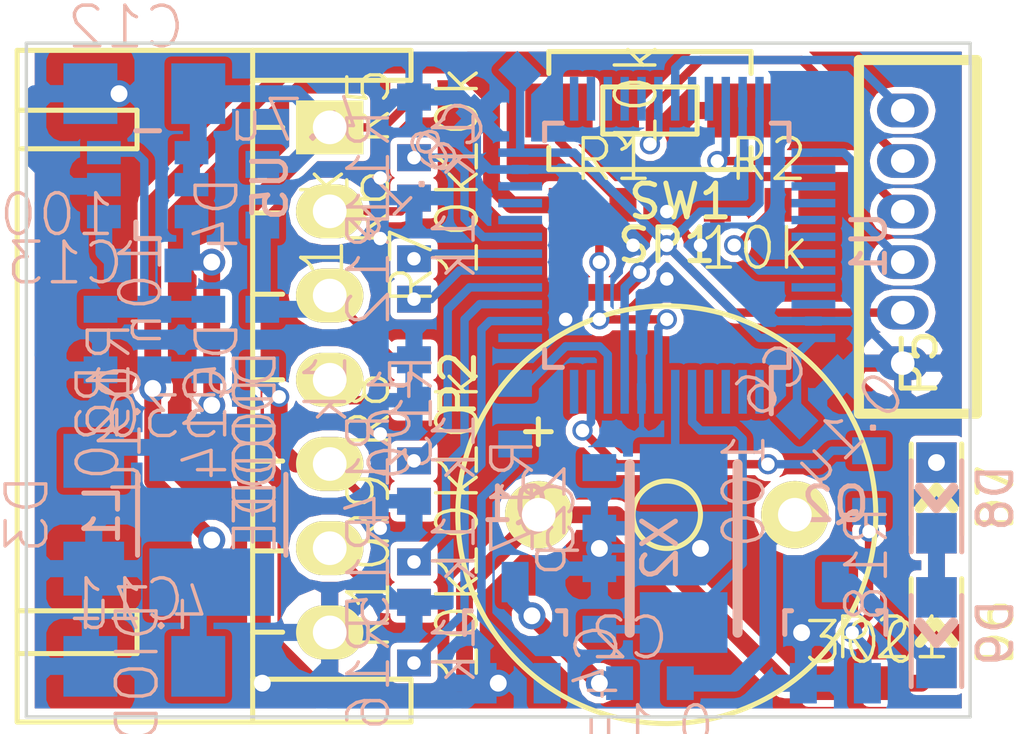
<source format=kicad_pcb>
(kicad_pcb (version 4) (host pcbnew 4.0.6)

  (general
    (links 91)
    (no_connects 0)
    (area -0.050001 -0.050001 28.050001 20.050001)
    (thickness 1.6)
    (drawings 4)
    (tracks 349)
    (zones 0)
    (modules 45)
    (nets 37)
  )

  (page A4)
  (layers
    (0 F.Cu signal)
    (31 B.Cu signal)
    (32 B.Adhes user)
    (33 F.Adhes user)
    (34 B.Paste user)
    (35 F.Paste user)
    (36 B.SilkS user)
    (37 F.SilkS user)
    (38 B.Mask user)
    (39 F.Mask user)
    (40 Dwgs.User user)
    (41 Cmts.User user)
    (42 Eco1.User user)
    (43 Eco2.User user)
    (44 Edge.Cuts user)
    (45 Margin user)
    (46 B.CrtYd user)
    (47 F.CrtYd user)
    (48 B.Fab user)
    (49 F.Fab user)
  )

  (setup
    (last_trace_width 0.25)
    (user_trace_width 0.5)
    (trace_clearance 0.2)
    (zone_clearance 0.2)
    (zone_45_only no)
    (trace_min 0.2)
    (segment_width 0.2)
    (edge_width 0.1)
    (via_size 0.6)
    (via_drill 0.4)
    (via_min_size 0.4)
    (via_min_drill 0.3)
    (user_via 0.8 0.5)
    (uvia_size 0.3)
    (uvia_drill 0.1)
    (uvias_allowed no)
    (uvia_min_size 0.2)
    (uvia_min_drill 0.1)
    (pcb_text_width 0.3)
    (pcb_text_size 1.5 1.5)
    (mod_edge_width 0.15)
    (mod_text_size 1 1)
    (mod_text_width 0.15)
    (pad_size 1.5 1.5)
    (pad_drill 0.6)
    (pad_to_mask_clearance 0)
    (aux_axis_origin 0 0)
    (visible_elements 7FFDFFFF)
    (pcbplotparams
      (layerselection 0x010f0_80000001)
      (usegerberextensions false)
      (excludeedgelayer true)
      (linewidth 0.100000)
      (plotframeref false)
      (viasonmask false)
      (mode 1)
      (useauxorigin false)
      (hpglpennumber 1)
      (hpglpenspeed 20)
      (hpglpendiameter 15)
      (hpglpenoverlay 2)
      (psnegative false)
      (psa4output false)
      (plotreference false)
      (plotvalue true)
      (plotinvisibletext false)
      (padsonsilk false)
      (subtractmaskfromsilk false)
      (outputformat 1)
      (mirror false)
      (drillshape 0)
      (scaleselection 1)
      (outputdirectory ""))
  )

  (net 0 "")
  (net 1 GND)
  (net 2 /NRST)
  (net 3 "Net-(C2-Pad1)")
  (net 4 "Net-(C2-Pad2)")
  (net 5 +3.3V)
  (net 6 /OSC_IN)
  (net 7 /OSC_OUT)
  (net 8 /SWCLK)
  (net 9 /SWDIO)
  (net 10 /USART_TX)
  (net 11 /USART_RX)
  (net 12 "Net-(Q1-PadG)")
  (net 13 /BOOT0)
  (net 14 /VBATT_1S)
  (net 15 /V_1S)
  (net 16 /VBATT_2S)
  (net 17 /V_2S)
  (net 18 /VBATT_3S)
  (net 19 /V_3S)
  (net 20 /VBATT_4S)
  (net 21 /V_4S)
  (net 22 /VBATT_5S)
  (net 23 /V_5S)
  (net 24 /VBATT_6S)
  (net 25 /BUZZER)
  (net 26 +BATT)
  (net 27 "Net-(C13-Pad1)")
  (net 28 "Net-(C13-Pad2)")
  (net 29 /DCDC_FB)
  (net 30 "Net-(Q2-PadG)")
  (net 31 "Net-(D7-Pad2)")
  (net 32 /PW_LED)
  (net 33 "Net-(D6-Pad2)")
  (net 34 "Net-(D6-Pad1)")
  (net 35 "Net-(D8-Pad2)")
  (net 36 "Net-(D9-Pad2)")

  (net_class Default "これは標準のネット クラスです。"
    (clearance 0.2)
    (trace_width 0.25)
    (via_dia 0.6)
    (via_drill 0.4)
    (uvia_dia 0.3)
    (uvia_drill 0.1)
    (add_net +3.3V)
    (add_net +BATT)
    (add_net /BOOT0)
    (add_net /BUZZER)
    (add_net /DCDC_FB)
    (add_net /NRST)
    (add_net /OSC_IN)
    (add_net /OSC_OUT)
    (add_net /PW_LED)
    (add_net /SWCLK)
    (add_net /SWDIO)
    (add_net /USART_RX)
    (add_net /USART_TX)
    (add_net /VBATT_1S)
    (add_net /VBATT_2S)
    (add_net /VBATT_3S)
    (add_net /VBATT_4S)
    (add_net /VBATT_5S)
    (add_net /VBATT_6S)
    (add_net /V_1S)
    (add_net /V_2S)
    (add_net /V_3S)
    (add_net /V_4S)
    (add_net /V_5S)
    (add_net GND)
    (add_net "Net-(C13-Pad1)")
    (add_net "Net-(C13-Pad2)")
    (add_net "Net-(C2-Pad1)")
    (add_net "Net-(C2-Pad2)")
    (add_net "Net-(D6-Pad1)")
    (add_net "Net-(D6-Pad2)")
    (add_net "Net-(D7-Pad2)")
    (add_net "Net-(D8-Pad2)")
    (add_net "Net-(D9-Pad2)")
    (add_net "Net-(Q1-PadG)")
    (add_net "Net-(Q2-PadG)")
  )

  (module RP_KiCAD_Libs:C1608_WP (layer B.Cu) (tedit 58CA675B) (tstamp 58C91D2F)
    (at 18.5 19 180)
    (descr <b>CAPACITOR</b>)
    (path /58CA108C)
    (fp_text reference C2 (at -0.635 0.635 180) (layer B.SilkS)
      (effects (font (size 1.2065 1.2065) (thickness 0.1016)) (justify left bottom mirror))
    )
    (fp_text value 0.1u (at -2 -2 180) (layer B.SilkS)
      (effects (font (size 1.2065 1.2065) (thickness 0.1016)) (justify left bottom mirror))
    )
    (fp_line (start -0.356 0.432) (end 0.356 0.432) (layer Dwgs.User) (width 0.1016))
    (fp_line (start -0.356 -0.419) (end 0.356 -0.419) (layer Dwgs.User) (width 0.1016))
    (fp_poly (pts (xy -0.8382 -0.4699) (xy -0.3381 -0.4699) (xy -0.3381 0.4801) (xy -0.8382 0.4801)) (layer Dwgs.User) (width 0))
    (fp_poly (pts (xy 0.3302 -0.4699) (xy 0.8303 -0.4699) (xy 0.8303 0.4801) (xy 0.3302 0.4801)) (layer Dwgs.User) (width 0))
    (fp_poly (pts (xy -0.1999 -0.3) (xy 0.1999 -0.3) (xy 0.1999 0.3) (xy -0.1999 0.3)) (layer B.Adhes) (width 0))
    (pad 1 smd rect (at -0.9 0 180) (size 0.8 1) (layers B.Cu B.Paste B.Mask)
      (net 3 "Net-(C2-Pad1)"))
    (pad 2 smd rect (at 0.9 0 180) (size 0.8 1) (layers B.Cu B.Paste B.Mask)
      (net 4 "Net-(C2-Pad2)"))
    (model Resistors_SMD.3dshapes/R_0603.wrl
      (at (xyz 0 0 0))
      (scale (xyz 1 1 1))
      (rotate (xyz 0 0 0))
    )
  )

  (module RP_KiCAD_Libs:C1608_WP (layer B.Cu) (tedit 58CA6760) (tstamp 58C91D3B)
    (at 17 16.5 90)
    (descr <b>CAPACITOR</b>)
    (path /5773C365)
    (fp_text reference C4 (at -0.635 0.635 90) (layer B.SilkS)
      (effects (font (size 1.2065 1.2065) (thickness 0.1016)) (justify left bottom mirror))
    )
    (fp_text value 22p (at -4.8 -0.4 270) (layer B.SilkS)
      (effects (font (size 1.2065 1.2065) (thickness 0.1016)) (justify left bottom mirror))
    )
    (fp_line (start -0.356 0.432) (end 0.356 0.432) (layer Dwgs.User) (width 0.1016))
    (fp_line (start -0.356 -0.419) (end 0.356 -0.419) (layer Dwgs.User) (width 0.1016))
    (fp_poly (pts (xy -0.8382 -0.4699) (xy -0.3381 -0.4699) (xy -0.3381 0.4801) (xy -0.8382 0.4801)) (layer Dwgs.User) (width 0))
    (fp_poly (pts (xy 0.3302 -0.4699) (xy 0.8303 -0.4699) (xy 0.8303 0.4801) (xy 0.3302 0.4801)) (layer Dwgs.User) (width 0))
    (fp_poly (pts (xy -0.1999 -0.3) (xy 0.1999 -0.3) (xy 0.1999 0.3) (xy -0.1999 0.3)) (layer B.Adhes) (width 0))
    (pad 1 smd rect (at -0.9 0 90) (size 0.8 1) (layers B.Cu B.Paste B.Mask)
      (net 6 /OSC_IN))
    (pad 2 smd rect (at 0.9 0 90) (size 0.8 1) (layers B.Cu B.Paste B.Mask)
      (net 1 GND))
    (model Resistors_SMD.3dshapes/R_0603.wrl
      (at (xyz 0 0 0))
      (scale (xyz 1 1 1))
      (rotate (xyz 0 0 0))
    )
  )

  (module RP_KiCAD_Libs:C1608_WP (layer B.Cu) (tedit 58CA6745) (tstamp 58C91D41)
    (at 17 13.5 270)
    (descr <b>CAPACITOR</b>)
    (path /5773C36B)
    (fp_text reference C5 (at -0.635 0.635 270) (layer B.SilkS)
      (effects (font (size 1.2065 1.2065) (thickness 0.1016)) (justify left bottom mirror))
    )
    (fp_text value 22p (at -1.1 0.9 270) (layer B.SilkS)
      (effects (font (size 1.2065 1.2065) (thickness 0.1016)) (justify left bottom mirror))
    )
    (fp_line (start -0.356 0.432) (end 0.356 0.432) (layer Dwgs.User) (width 0.1016))
    (fp_line (start -0.356 -0.419) (end 0.356 -0.419) (layer Dwgs.User) (width 0.1016))
    (fp_poly (pts (xy -0.8382 -0.4699) (xy -0.3381 -0.4699) (xy -0.3381 0.4801) (xy -0.8382 0.4801)) (layer Dwgs.User) (width 0))
    (fp_poly (pts (xy 0.3302 -0.4699) (xy 0.8303 -0.4699) (xy 0.8303 0.4801) (xy 0.3302 0.4801)) (layer Dwgs.User) (width 0))
    (fp_poly (pts (xy -0.1999 -0.3) (xy 0.1999 -0.3) (xy 0.1999 0.3) (xy -0.1999 0.3)) (layer B.Adhes) (width 0))
    (pad 1 smd rect (at -0.9 0 270) (size 0.8 1) (layers B.Cu B.Paste B.Mask)
      (net 7 /OSC_OUT))
    (pad 2 smd rect (at 0.9 0 270) (size 0.8 1) (layers B.Cu B.Paste B.Mask)
      (net 1 GND))
    (model Resistors_SMD.3dshapes/R_0603.wrl
      (at (xyz 0 0 0))
      (scale (xyz 1 1 1))
      (rotate (xyz 0 0 0))
    )
  )

  (module RP_KiCAD_Libs:C1608_WP (layer B.Cu) (tedit 58CA0AB0) (tstamp 58C91D47)
    (at 23.5 10.5 225)
    (descr <b>CAPACITOR</b>)
    (path /586F7A9C)
    (fp_text reference C6 (at -0.635 0.635 225) (layer B.SilkS)
      (effects (font (size 1.2065 1.2065) (thickness 0.1016)) (justify left bottom mirror))
    )
    (fp_text value 0.1u (at -2 -2 225) (layer B.SilkS)
      (effects (font (size 1.2065 1.2065) (thickness 0.1016)) (justify left bottom mirror))
    )
    (fp_line (start -0.356 0.432) (end 0.356 0.432) (layer Dwgs.User) (width 0.1016))
    (fp_line (start -0.356 -0.419) (end 0.356 -0.419) (layer Dwgs.User) (width 0.1016))
    (fp_poly (pts (xy -0.8382 -0.4699) (xy -0.3381 -0.4699) (xy -0.3381 0.4801) (xy -0.8382 0.4801)) (layer Dwgs.User) (width 0))
    (fp_poly (pts (xy 0.3302 -0.4699) (xy 0.8303 -0.4699) (xy 0.8303 0.4801) (xy 0.3302 0.4801)) (layer Dwgs.User) (width 0))
    (fp_poly (pts (xy -0.1999 -0.3) (xy 0.1999 -0.3) (xy 0.1999 0.3) (xy -0.1999 0.3)) (layer B.Adhes) (width 0))
    (pad 1 smd rect (at -0.9 0 225) (size 0.8 1) (layers B.Cu B.Paste B.Mask)
      (net 1 GND))
    (pad 2 smd rect (at 0.9 0 225) (size 0.8 1) (layers B.Cu B.Paste B.Mask)
      (net 5 +3.3V))
    (model Resistors_SMD.3dshapes/R_0603.wrl
      (at (xyz 0 0 0))
      (scale (xyz 1 1 1))
      (rotate (xyz 0 0 0))
    )
  )

  (module RP_KiCAD_Libs:C1608_WP (layer B.Cu) (tedit 58CA0B84) (tstamp 58C91D53)
    (at 14 1.5 45)
    (descr <b>CAPACITOR</b>)
    (path /581BF2D3)
    (fp_text reference C8 (at -0.635 0.635 45) (layer B.SilkS)
      (effects (font (size 1.2065 1.2065) (thickness 0.1016)) (justify left bottom mirror))
    )
    (fp_text value 0.1u (at -2 0.5 45) (layer B.SilkS)
      (effects (font (size 1.2065 1.2065) (thickness 0.1016)) (justify left bottom mirror))
    )
    (fp_line (start -0.356 0.432) (end 0.356 0.432) (layer Dwgs.User) (width 0.1016))
    (fp_line (start -0.356 -0.419) (end 0.356 -0.419) (layer Dwgs.User) (width 0.1016))
    (fp_poly (pts (xy -0.8382 -0.4699) (xy -0.3381 -0.4699) (xy -0.3381 0.4801) (xy -0.8382 0.4801)) (layer Dwgs.User) (width 0))
    (fp_poly (pts (xy 0.3302 -0.4699) (xy 0.8303 -0.4699) (xy 0.8303 0.4801) (xy 0.3302 0.4801)) (layer Dwgs.User) (width 0))
    (fp_poly (pts (xy -0.1999 -0.3) (xy 0.1999 -0.3) (xy 0.1999 0.3) (xy -0.1999 0.3)) (layer B.Adhes) (width 0))
    (pad 1 smd rect (at -0.9 0 45) (size 0.8 1) (layers B.Cu B.Paste B.Mask)
      (net 1 GND))
    (pad 2 smd rect (at 0.9 0 45) (size 0.8 1) (layers B.Cu B.Paste B.Mask)
      (net 5 +3.3V))
    (model Resistors_SMD.3dshapes/R_0603.wrl
      (at (xyz 0 0 0))
      (scale (xyz 1 1 1))
      (rotate (xyz 0 0 0))
    )
  )

  (module RP_KiCAD_Connector:ZH_6T (layer F.Cu) (tedit 585B7582) (tstamp 58C91D88)
    (at 26 9.5 90)
    (path /57DDCDDC)
    (fp_text reference P5 (at 0 0.5 90) (layer F.SilkS)
      (effects (font (size 1 1) (thickness 0.15)))
    )
    (fp_text value CONN_01X06 (at 3.5 1.5 90) (layer F.Fab)
      (effects (font (size 1 1) (thickness 0.15)))
    )
    (fp_line (start -1.5 -1.3) (end 9 -1.3) (layer F.SilkS) (width 0.3))
    (fp_line (start 9 -1.3) (end 9 2.2) (layer F.SilkS) (width 0.3))
    (fp_line (start 9 2.2) (end -1.5 2.2) (layer F.SilkS) (width 0.3))
    (fp_line (start -1.5 2.2) (end -1.5 -1.3) (layer F.SilkS) (width 0.3))
    (pad 1 thru_hole oval (at 0 0 90) (size 1 1.524) (drill 0.7) (layers *.Cu *.Mask)
      (net 1 GND))
    (pad 2 thru_hole oval (at 1.5 0 90) (size 1 1.524) (drill 0.7) (layers *.Cu *.Mask)
      (net 5 +3.3V))
    (pad 3 thru_hole oval (at 3 0 90) (size 1 1.524) (drill 0.7) (layers *.Cu *.Mask)
      (net 8 /SWCLK))
    (pad 4 thru_hole oval (at 4.5 0 90) (size 1 1.524) (drill 0.7) (layers *.Cu *.Mask)
      (net 9 /SWDIO))
    (pad 5 thru_hole oval (at 6 0 90) (size 1 1.524) (drill 0.7) (layers *.Cu *.Mask)
      (net 10 /USART_TX))
    (pad 6 thru_hole oval (at 7.5 0 90) (size 1 1.524) (drill 0.7) (layers *.Cu *.Mask)
      (net 11 /USART_RX))
    (model conn_ZRandZH/ZH_6T.wrl
      (at (xyz 0.148 0.05 0))
      (scale (xyz 4 4 4))
      (rotate (xyz -90 0 180))
    )
  )

  (module RP_KiCAD_Libs:C1608_WP (layer F.Cu) (tedit 58CA0BDF) (tstamp 58C91D95)
    (at 16.8 4.8)
    (descr <b>CAPACITOR</b>)
    (path /5773CB7C)
    (fp_text reference R1 (at -0.635 -0.635) (layer F.SilkS)
      (effects (font (size 1.2065 1.2065) (thickness 0.1016)) (justify left bottom))
    )
    (fp_text value 10k (at 2 -1.5 90) (layer F.SilkS)
      (effects (font (size 1.2065 1.2065) (thickness 0.1016)) (justify left bottom))
    )
    (fp_line (start -0.356 -0.432) (end 0.356 -0.432) (layer Dwgs.User) (width 0.1016))
    (fp_line (start -0.356 0.419) (end 0.356 0.419) (layer Dwgs.User) (width 0.1016))
    (fp_poly (pts (xy -0.8382 0.4699) (xy -0.3381 0.4699) (xy -0.3381 -0.4801) (xy -0.8382 -0.4801)) (layer Dwgs.User) (width 0))
    (fp_poly (pts (xy 0.3302 0.4699) (xy 0.8303 0.4699) (xy 0.8303 -0.4801) (xy 0.3302 -0.4801)) (layer Dwgs.User) (width 0))
    (fp_poly (pts (xy -0.1999 0.3) (xy 0.1999 0.3) (xy 0.1999 -0.3) (xy -0.1999 -0.3)) (layer F.Adhes) (width 0))
    (pad 1 smd rect (at -0.9 0) (size 0.8 1) (layers F.Cu F.Paste F.Mask)
      (net 5 +3.3V))
    (pad 2 smd rect (at 0.9 0) (size 0.8 1) (layers F.Cu F.Paste F.Mask)
      (net 2 /NRST))
    (model Resistors_SMD.3dshapes/R_0603.wrl
      (at (xyz 0 0 0))
      (scale (xyz 1 1 1))
      (rotate (xyz 0 0 0))
    )
  )

  (module RP_KiCAD_Libs:C1608_WP (layer F.Cu) (tedit 58CA0AA8) (tstamp 58C91D9B)
    (at 21.4 4.8)
    (descr <b>CAPACITOR</b>)
    (path /5773D19C)
    (fp_text reference R2 (at -0.635 -0.635) (layer F.SilkS)
      (effects (font (size 1.2065 1.2065) (thickness 0.1016)) (justify left bottom))
    )
    (fp_text value 10k (at -1.5 2) (layer F.SilkS)
      (effects (font (size 1.2065 1.2065) (thickness 0.1016)) (justify left bottom))
    )
    (fp_line (start -0.356 -0.432) (end 0.356 -0.432) (layer Dwgs.User) (width 0.1016))
    (fp_line (start -0.356 0.419) (end 0.356 0.419) (layer Dwgs.User) (width 0.1016))
    (fp_poly (pts (xy -0.8382 0.4699) (xy -0.3381 0.4699) (xy -0.3381 -0.4801) (xy -0.8382 -0.4801)) (layer Dwgs.User) (width 0))
    (fp_poly (pts (xy 0.3302 0.4699) (xy 0.8303 0.4699) (xy 0.8303 -0.4801) (xy 0.3302 -0.4801)) (layer Dwgs.User) (width 0))
    (fp_poly (pts (xy -0.1999 0.3) (xy 0.1999 0.3) (xy 0.1999 -0.3) (xy -0.1999 -0.3)) (layer F.Adhes) (width 0))
    (pad 1 smd rect (at -0.9 0) (size 0.8 1) (layers F.Cu F.Paste F.Mask)
      (net 1 GND))
    (pad 2 smd rect (at 0.9 0) (size 0.8 1) (layers F.Cu F.Paste F.Mask)
      (net 13 /BOOT0))
    (model Resistors_SMD.3dshapes/R_0603.wrl
      (at (xyz 0 0 0))
      (scale (xyz 1 1 1))
      (rotate (xyz 0 0 0))
    )
  )

  (module RP_KiCAD_Libs:C1608_WP (layer F.Cu) (tedit 58CA0ADF) (tstamp 58C91DAD)
    (at 11.5 2.5 90)
    (descr <b>CAPACITOR</b>)
    (path /58C97ABF)
    (fp_text reference R5 (at -0.635 -0.635 90) (layer F.SilkS)
      (effects (font (size 1.2065 1.2065) (thickness 0.1016)) (justify left bottom))
    )
    (fp_text value 10k (at -1.5 2 90) (layer F.SilkS)
      (effects (font (size 1.2065 1.2065) (thickness 0.1016)) (justify left bottom))
    )
    (fp_line (start -0.356 -0.432) (end 0.356 -0.432) (layer Dwgs.User) (width 0.1016))
    (fp_line (start -0.356 0.419) (end 0.356 0.419) (layer Dwgs.User) (width 0.1016))
    (fp_poly (pts (xy -0.8382 0.4699) (xy -0.3381 0.4699) (xy -0.3381 -0.4801) (xy -0.8382 -0.4801)) (layer Dwgs.User) (width 0))
    (fp_poly (pts (xy 0.3302 0.4699) (xy 0.8303 0.4699) (xy 0.8303 -0.4801) (xy 0.3302 -0.4801)) (layer Dwgs.User) (width 0))
    (fp_poly (pts (xy -0.1999 0.3) (xy 0.1999 0.3) (xy 0.1999 -0.3) (xy -0.1999 -0.3)) (layer F.Adhes) (width 0))
    (pad 1 smd rect (at -0.9 0 90) (size 0.8 1) (layers F.Cu F.Paste F.Mask)
      (net 24 /VBATT_6S))
    (pad 2 smd rect (at 0.9 0 90) (size 0.8 1) (layers F.Cu F.Paste F.Mask)
      (net 26 +BATT))
    (model Resistors_SMD.3dshapes/R_0603.wrl
      (at (xyz 0 0 0))
      (scale (xyz 1 1 1))
      (rotate (xyz 0 0 0))
    )
  )

  (module RP_KiCAD_Libs:C1608_WP (layer F.Cu) (tedit 58CA0AE0) (tstamp 58C91DB3)
    (at 11.5 5.5 90)
    (descr <b>CAPACITOR</b>)
    (path /58C97AA6)
    (fp_text reference R6 (at -0.635 -0.635 90) (layer F.SilkS)
      (effects (font (size 1.2065 1.2065) (thickness 0.1016)) (justify left bottom))
    )
    (fp_text value 10k (at -1.5 2 90) (layer F.SilkS)
      (effects (font (size 1.2065 1.2065) (thickness 0.1016)) (justify left bottom))
    )
    (fp_line (start -0.356 -0.432) (end 0.356 -0.432) (layer Dwgs.User) (width 0.1016))
    (fp_line (start -0.356 0.419) (end 0.356 0.419) (layer Dwgs.User) (width 0.1016))
    (fp_poly (pts (xy -0.8382 0.4699) (xy -0.3381 0.4699) (xy -0.3381 -0.4801) (xy -0.8382 -0.4801)) (layer Dwgs.User) (width 0))
    (fp_poly (pts (xy 0.3302 0.4699) (xy 0.8303 0.4699) (xy 0.8303 -0.4801) (xy 0.3302 -0.4801)) (layer Dwgs.User) (width 0))
    (fp_poly (pts (xy -0.1999 0.3) (xy 0.1999 0.3) (xy 0.1999 -0.3) (xy -0.1999 -0.3)) (layer F.Adhes) (width 0))
    (pad 1 smd rect (at -0.9 0 90) (size 0.8 1) (layers F.Cu F.Paste F.Mask)
      (net 22 /VBATT_5S))
    (pad 2 smd rect (at 0.9 0 90) (size 0.8 1) (layers F.Cu F.Paste F.Mask)
      (net 23 /V_5S))
    (model Resistors_SMD.3dshapes/R_0603.wrl
      (at (xyz 0 0 0))
      (scale (xyz 1 1 1))
      (rotate (xyz 0 0 0))
    )
  )

  (module RP_KiCAD_Libs:C1608_WP (layer F.Cu) (tedit 58CA0AE3) (tstamp 58C91DB9)
    (at 11.5 8.5 270)
    (descr <b>CAPACITOR</b>)
    (path /58C9786B)
    (fp_text reference R7 (at -0.635 -0.635 270) (layer F.SilkS)
      (effects (font (size 1.2065 1.2065) (thickness 0.1016)) (justify left bottom))
    )
    (fp_text value 10k (at -1.5 2 270) (layer F.SilkS)
      (effects (font (size 1.2065 1.2065) (thickness 0.1016)) (justify left bottom))
    )
    (fp_line (start -0.356 -0.432) (end 0.356 -0.432) (layer Dwgs.User) (width 0.1016))
    (fp_line (start -0.356 0.419) (end 0.356 0.419) (layer Dwgs.User) (width 0.1016))
    (fp_poly (pts (xy -0.8382 0.4699) (xy -0.3381 0.4699) (xy -0.3381 -0.4801) (xy -0.8382 -0.4801)) (layer Dwgs.User) (width 0))
    (fp_poly (pts (xy 0.3302 0.4699) (xy 0.8303 0.4699) (xy 0.8303 -0.4801) (xy 0.3302 -0.4801)) (layer Dwgs.User) (width 0))
    (fp_poly (pts (xy -0.1999 0.3) (xy 0.1999 0.3) (xy 0.1999 -0.3) (xy -0.1999 -0.3)) (layer F.Adhes) (width 0))
    (pad 1 smd rect (at -0.9 0 270) (size 0.8 1) (layers F.Cu F.Paste F.Mask)
      (net 20 /VBATT_4S))
    (pad 2 smd rect (at 0.9 0 270) (size 0.8 1) (layers F.Cu F.Paste F.Mask)
      (net 21 /V_4S))
    (model Resistors_SMD.3dshapes/R_0603.wrl
      (at (xyz 0 0 0))
      (scale (xyz 1 1 1))
      (rotate (xyz 0 0 0))
    )
  )

  (module RP_KiCAD_Libs:C1608_WP (layer F.Cu) (tedit 58CA0AE7) (tstamp 58C91DBF)
    (at 11.5 11.5 90)
    (descr <b>CAPACITOR</b>)
    (path /58C97852)
    (fp_text reference R8 (at -0.635 -0.635 90) (layer F.SilkS)
      (effects (font (size 1.2065 1.2065) (thickness 0.1016)) (justify left bottom))
    )
    (fp_text value 10k (at -1.5 2 90) (layer F.SilkS)
      (effects (font (size 1.2065 1.2065) (thickness 0.1016)) (justify left bottom))
    )
    (fp_line (start -0.356 -0.432) (end 0.356 -0.432) (layer Dwgs.User) (width 0.1016))
    (fp_line (start -0.356 0.419) (end 0.356 0.419) (layer Dwgs.User) (width 0.1016))
    (fp_poly (pts (xy -0.8382 0.4699) (xy -0.3381 0.4699) (xy -0.3381 -0.4801) (xy -0.8382 -0.4801)) (layer Dwgs.User) (width 0))
    (fp_poly (pts (xy 0.3302 0.4699) (xy 0.8303 0.4699) (xy 0.8303 -0.4801) (xy 0.3302 -0.4801)) (layer Dwgs.User) (width 0))
    (fp_poly (pts (xy -0.1999 0.3) (xy 0.1999 0.3) (xy 0.1999 -0.3) (xy -0.1999 -0.3)) (layer F.Adhes) (width 0))
    (pad 1 smd rect (at -0.9 0 90) (size 0.8 1) (layers F.Cu F.Paste F.Mask)
      (net 18 /VBATT_3S))
    (pad 2 smd rect (at 0.9 0 90) (size 0.8 1) (layers F.Cu F.Paste F.Mask)
      (net 19 /V_3S))
    (model Resistors_SMD.3dshapes/R_0603.wrl
      (at (xyz 0 0 0))
      (scale (xyz 1 1 1))
      (rotate (xyz 0 0 0))
    )
  )

  (module RP_KiCAD_Libs:C1608_WP (layer F.Cu) (tedit 58CA0AE9) (tstamp 58C91DC5)
    (at 11.5 14.5 90)
    (descr <b>CAPACITOR</b>)
    (path /58C9771D)
    (fp_text reference R9 (at -0.635 -0.635 90) (layer F.SilkS)
      (effects (font (size 1.2065 1.2065) (thickness 0.1016)) (justify left bottom))
    )
    (fp_text value 10k (at -1.5 2 90) (layer F.SilkS)
      (effects (font (size 1.2065 1.2065) (thickness 0.1016)) (justify left bottom))
    )
    (fp_line (start -0.356 -0.432) (end 0.356 -0.432) (layer Dwgs.User) (width 0.1016))
    (fp_line (start -0.356 0.419) (end 0.356 0.419) (layer Dwgs.User) (width 0.1016))
    (fp_poly (pts (xy -0.8382 0.4699) (xy -0.3381 0.4699) (xy -0.3381 -0.4801) (xy -0.8382 -0.4801)) (layer Dwgs.User) (width 0))
    (fp_poly (pts (xy 0.3302 0.4699) (xy 0.8303 0.4699) (xy 0.8303 -0.4801) (xy 0.3302 -0.4801)) (layer Dwgs.User) (width 0))
    (fp_poly (pts (xy -0.1999 0.3) (xy 0.1999 0.3) (xy 0.1999 -0.3) (xy -0.1999 -0.3)) (layer F.Adhes) (width 0))
    (pad 1 smd rect (at -0.9 0 90) (size 0.8 1) (layers F.Cu F.Paste F.Mask)
      (net 16 /VBATT_2S))
    (pad 2 smd rect (at 0.9 0 90) (size 0.8 1) (layers F.Cu F.Paste F.Mask)
      (net 17 /V_2S))
    (model Resistors_SMD.3dshapes/R_0603.wrl
      (at (xyz 0 0 0))
      (scale (xyz 1 1 1))
      (rotate (xyz 0 0 0))
    )
  )

  (module RP_KiCAD_Libs:C1608_WP (layer F.Cu) (tedit 58CA0AEB) (tstamp 58C91DCB)
    (at 11.5 17.5 90)
    (descr <b>CAPACITOR</b>)
    (path /58C96461)
    (fp_text reference R10 (at -0.635 -0.635 90) (layer F.SilkS)
      (effects (font (size 1.2065 1.2065) (thickness 0.1016)) (justify left bottom))
    )
    (fp_text value 10k (at -1.5 2 90) (layer F.SilkS)
      (effects (font (size 1.2065 1.2065) (thickness 0.1016)) (justify left bottom))
    )
    (fp_line (start -0.356 -0.432) (end 0.356 -0.432) (layer Dwgs.User) (width 0.1016))
    (fp_line (start -0.356 0.419) (end 0.356 0.419) (layer Dwgs.User) (width 0.1016))
    (fp_poly (pts (xy -0.8382 0.4699) (xy -0.3381 0.4699) (xy -0.3381 -0.4801) (xy -0.8382 -0.4801)) (layer Dwgs.User) (width 0))
    (fp_poly (pts (xy 0.3302 0.4699) (xy 0.8303 0.4699) (xy 0.8303 -0.4801) (xy 0.3302 -0.4801)) (layer Dwgs.User) (width 0))
    (fp_poly (pts (xy -0.1999 0.3) (xy 0.1999 0.3) (xy 0.1999 -0.3) (xy -0.1999 -0.3)) (layer F.Adhes) (width 0))
    (pad 1 smd rect (at -0.9 0 90) (size 0.8 1) (layers F.Cu F.Paste F.Mask)
      (net 14 /VBATT_1S))
    (pad 2 smd rect (at 0.9 0 90) (size 0.8 1) (layers F.Cu F.Paste F.Mask)
      (net 15 /V_1S))
    (model Resistors_SMD.3dshapes/R_0603.wrl
      (at (xyz 0 0 0))
      (scale (xyz 1 1 1))
      (rotate (xyz 0 0 0))
    )
  )

  (module RP_KiCAD_Libs:C1608_WP (layer B.Cu) (tedit 57C3E677) (tstamp 58C91DD1)
    (at 11.5 2.5 270)
    (descr <b>CAPACITOR</b>)
    (path /58C97AC5)
    (fp_text reference R11 (at -0.635 0.635 270) (layer B.SilkS)
      (effects (font (size 1.2065 1.2065) (thickness 0.1016)) (justify left bottom mirror))
    )
    (fp_text value 1k (at -0.635 -1.905 270) (layer B.SilkS)
      (effects (font (size 1.2065 1.2065) (thickness 0.1016)) (justify left bottom mirror))
    )
    (fp_line (start -0.356 0.432) (end 0.356 0.432) (layer Dwgs.User) (width 0.1016))
    (fp_line (start -0.356 -0.419) (end 0.356 -0.419) (layer Dwgs.User) (width 0.1016))
    (fp_poly (pts (xy -0.8382 -0.4699) (xy -0.3381 -0.4699) (xy -0.3381 0.4801) (xy -0.8382 0.4801)) (layer Dwgs.User) (width 0))
    (fp_poly (pts (xy 0.3302 -0.4699) (xy 0.8303 -0.4699) (xy 0.8303 0.4801) (xy 0.3302 0.4801)) (layer Dwgs.User) (width 0))
    (fp_poly (pts (xy -0.1999 -0.3) (xy 0.1999 -0.3) (xy 0.1999 0.3) (xy -0.1999 0.3)) (layer B.Adhes) (width 0))
    (pad 1 smd rect (at -0.9 0 270) (size 0.8 1) (layers B.Cu B.Paste B.Mask)
      (net 1 GND))
    (pad 2 smd rect (at 0.9 0 270) (size 0.8 1) (layers B.Cu B.Paste B.Mask)
      (net 24 /VBATT_6S))
    (model Resistors_SMD.3dshapes/R_0603.wrl
      (at (xyz 0 0 0))
      (scale (xyz 1 1 1))
      (rotate (xyz 0 0 0))
    )
  )

  (module RP_KiCAD_Libs:C1608_WP (layer B.Cu) (tedit 57C3E677) (tstamp 58C91DD7)
    (at 11.5 5.5 270)
    (descr <b>CAPACITOR</b>)
    (path /58C97AAC)
    (fp_text reference R12 (at -0.635 0.635 270) (layer B.SilkS)
      (effects (font (size 1.2065 1.2065) (thickness 0.1016)) (justify left bottom mirror))
    )
    (fp_text value 1k (at -0.635 -1.905 270) (layer B.SilkS)
      (effects (font (size 1.2065 1.2065) (thickness 0.1016)) (justify left bottom mirror))
    )
    (fp_line (start -0.356 0.432) (end 0.356 0.432) (layer Dwgs.User) (width 0.1016))
    (fp_line (start -0.356 -0.419) (end 0.356 -0.419) (layer Dwgs.User) (width 0.1016))
    (fp_poly (pts (xy -0.8382 -0.4699) (xy -0.3381 -0.4699) (xy -0.3381 0.4801) (xy -0.8382 0.4801)) (layer Dwgs.User) (width 0))
    (fp_poly (pts (xy 0.3302 -0.4699) (xy 0.8303 -0.4699) (xy 0.8303 0.4801) (xy 0.3302 0.4801)) (layer Dwgs.User) (width 0))
    (fp_poly (pts (xy -0.1999 -0.3) (xy 0.1999 -0.3) (xy 0.1999 0.3) (xy -0.1999 0.3)) (layer B.Adhes) (width 0))
    (pad 1 smd rect (at -0.9 0 270) (size 0.8 1) (layers B.Cu B.Paste B.Mask)
      (net 1 GND))
    (pad 2 smd rect (at 0.9 0 270) (size 0.8 1) (layers B.Cu B.Paste B.Mask)
      (net 22 /VBATT_5S))
    (model Resistors_SMD.3dshapes/R_0603.wrl
      (at (xyz 0 0 0))
      (scale (xyz 1 1 1))
      (rotate (xyz 0 0 0))
    )
  )

  (module RP_KiCAD_Libs:C1608_WP (layer B.Cu) (tedit 57C3E677) (tstamp 58C91DDD)
    (at 11.5 8.5 90)
    (descr <b>CAPACITOR</b>)
    (path /58C97871)
    (fp_text reference R13 (at -0.635 0.635 90) (layer B.SilkS)
      (effects (font (size 1.2065 1.2065) (thickness 0.1016)) (justify left bottom mirror))
    )
    (fp_text value 1k (at -0.635 -1.905 90) (layer B.SilkS)
      (effects (font (size 1.2065 1.2065) (thickness 0.1016)) (justify left bottom mirror))
    )
    (fp_line (start -0.356 0.432) (end 0.356 0.432) (layer Dwgs.User) (width 0.1016))
    (fp_line (start -0.356 -0.419) (end 0.356 -0.419) (layer Dwgs.User) (width 0.1016))
    (fp_poly (pts (xy -0.8382 -0.4699) (xy -0.3381 -0.4699) (xy -0.3381 0.4801) (xy -0.8382 0.4801)) (layer Dwgs.User) (width 0))
    (fp_poly (pts (xy 0.3302 -0.4699) (xy 0.8303 -0.4699) (xy 0.8303 0.4801) (xy 0.3302 0.4801)) (layer Dwgs.User) (width 0))
    (fp_poly (pts (xy -0.1999 -0.3) (xy 0.1999 -0.3) (xy 0.1999 0.3) (xy -0.1999 0.3)) (layer B.Adhes) (width 0))
    (pad 1 smd rect (at -0.9 0 90) (size 0.8 1) (layers B.Cu B.Paste B.Mask)
      (net 1 GND))
    (pad 2 smd rect (at 0.9 0 90) (size 0.8 1) (layers B.Cu B.Paste B.Mask)
      (net 20 /VBATT_4S))
    (model Resistors_SMD.3dshapes/R_0603.wrl
      (at (xyz 0 0 0))
      (scale (xyz 1 1 1))
      (rotate (xyz 0 0 0))
    )
  )

  (module RP_KiCAD_Libs:C1608_WP (layer B.Cu) (tedit 57C3E677) (tstamp 58C91DE3)
    (at 11.5 11.5 270)
    (descr <b>CAPACITOR</b>)
    (path /58C97858)
    (fp_text reference R14 (at -0.635 0.635 270) (layer B.SilkS)
      (effects (font (size 1.2065 1.2065) (thickness 0.1016)) (justify left bottom mirror))
    )
    (fp_text value 1k (at -0.635 -1.905 270) (layer B.SilkS)
      (effects (font (size 1.2065 1.2065) (thickness 0.1016)) (justify left bottom mirror))
    )
    (fp_line (start -0.356 0.432) (end 0.356 0.432) (layer Dwgs.User) (width 0.1016))
    (fp_line (start -0.356 -0.419) (end 0.356 -0.419) (layer Dwgs.User) (width 0.1016))
    (fp_poly (pts (xy -0.8382 -0.4699) (xy -0.3381 -0.4699) (xy -0.3381 0.4801) (xy -0.8382 0.4801)) (layer Dwgs.User) (width 0))
    (fp_poly (pts (xy 0.3302 -0.4699) (xy 0.8303 -0.4699) (xy 0.8303 0.4801) (xy 0.3302 0.4801)) (layer Dwgs.User) (width 0))
    (fp_poly (pts (xy -0.1999 -0.3) (xy 0.1999 -0.3) (xy 0.1999 0.3) (xy -0.1999 0.3)) (layer B.Adhes) (width 0))
    (pad 1 smd rect (at -0.9 0 270) (size 0.8 1) (layers B.Cu B.Paste B.Mask)
      (net 1 GND))
    (pad 2 smd rect (at 0.9 0 270) (size 0.8 1) (layers B.Cu B.Paste B.Mask)
      (net 18 /VBATT_3S))
    (model Resistors_SMD.3dshapes/R_0603.wrl
      (at (xyz 0 0 0))
      (scale (xyz 1 1 1))
      (rotate (xyz 0 0 0))
    )
  )

  (module RP_KiCAD_Libs:C1608_WP (layer B.Cu) (tedit 57C3E677) (tstamp 58C91DE9)
    (at 11.5 14.5 270)
    (descr <b>CAPACITOR</b>)
    (path /58C97723)
    (fp_text reference R15 (at -0.635 0.635 270) (layer B.SilkS)
      (effects (font (size 1.2065 1.2065) (thickness 0.1016)) (justify left bottom mirror))
    )
    (fp_text value 1k (at -0.635 -1.905 270) (layer B.SilkS)
      (effects (font (size 1.2065 1.2065) (thickness 0.1016)) (justify left bottom mirror))
    )
    (fp_line (start -0.356 0.432) (end 0.356 0.432) (layer Dwgs.User) (width 0.1016))
    (fp_line (start -0.356 -0.419) (end 0.356 -0.419) (layer Dwgs.User) (width 0.1016))
    (fp_poly (pts (xy -0.8382 -0.4699) (xy -0.3381 -0.4699) (xy -0.3381 0.4801) (xy -0.8382 0.4801)) (layer Dwgs.User) (width 0))
    (fp_poly (pts (xy 0.3302 -0.4699) (xy 0.8303 -0.4699) (xy 0.8303 0.4801) (xy 0.3302 0.4801)) (layer Dwgs.User) (width 0))
    (fp_poly (pts (xy -0.1999 -0.3) (xy 0.1999 -0.3) (xy 0.1999 0.3) (xy -0.1999 0.3)) (layer B.Adhes) (width 0))
    (pad 1 smd rect (at -0.9 0 270) (size 0.8 1) (layers B.Cu B.Paste B.Mask)
      (net 1 GND))
    (pad 2 smd rect (at 0.9 0 270) (size 0.8 1) (layers B.Cu B.Paste B.Mask)
      (net 16 /VBATT_2S))
    (model Resistors_SMD.3dshapes/R_0603.wrl
      (at (xyz 0 0 0))
      (scale (xyz 1 1 1))
      (rotate (xyz 0 0 0))
    )
  )

  (module RP_KiCAD_Libs:C1608_WP (layer B.Cu) (tedit 57C3E677) (tstamp 58C91DEF)
    (at 11.5 17.5 270)
    (descr <b>CAPACITOR</b>)
    (path /58C964DA)
    (fp_text reference R16 (at -0.635 0.635 270) (layer B.SilkS)
      (effects (font (size 1.2065 1.2065) (thickness 0.1016)) (justify left bottom mirror))
    )
    (fp_text value 1k (at -0.635 -1.905 270) (layer B.SilkS)
      (effects (font (size 1.2065 1.2065) (thickness 0.1016)) (justify left bottom mirror))
    )
    (fp_line (start -0.356 0.432) (end 0.356 0.432) (layer Dwgs.User) (width 0.1016))
    (fp_line (start -0.356 -0.419) (end 0.356 -0.419) (layer Dwgs.User) (width 0.1016))
    (fp_poly (pts (xy -0.8382 -0.4699) (xy -0.3381 -0.4699) (xy -0.3381 0.4801) (xy -0.8382 0.4801)) (layer Dwgs.User) (width 0))
    (fp_poly (pts (xy 0.3302 -0.4699) (xy 0.8303 -0.4699) (xy 0.8303 0.4801) (xy 0.3302 0.4801)) (layer Dwgs.User) (width 0))
    (fp_poly (pts (xy -0.1999 -0.3) (xy 0.1999 -0.3) (xy 0.1999 0.3) (xy -0.1999 0.3)) (layer B.Adhes) (width 0))
    (pad 1 smd rect (at -0.9 0 270) (size 0.8 1) (layers B.Cu B.Paste B.Mask)
      (net 1 GND))
    (pad 2 smd rect (at 0.9 0 270) (size 0.8 1) (layers B.Cu B.Paste B.Mask)
      (net 14 /VBATT_1S))
    (model Resistors_SMD.3dshapes/R_0603.wrl
      (at (xyz 0 0 0))
      (scale (xyz 1 1 1))
      (rotate (xyz 0 0 0))
    )
  )

  (module RP_KiCAD_Libs:C1608_WP (layer B.Cu) (tedit 58CA6751) (tstamp 58C91DF5)
    (at 14.5 11 90)
    (descr <b>CAPACITOR</b>)
    (path /58CA318D)
    (fp_text reference R17 (at -0.635 0.635 90) (layer B.SilkS)
      (effects (font (size 1.2065 1.2065) (thickness 0.1016)) (justify left bottom mirror))
    )
    (fp_text value 100 (at 1.5 -3 90) (layer B.SilkS)
      (effects (font (size 1.2065 1.2065) (thickness 0.1016)) (justify left bottom mirror))
    )
    (fp_line (start -0.356 0.432) (end 0.356 0.432) (layer Dwgs.User) (width 0.1016))
    (fp_line (start -0.356 -0.419) (end 0.356 -0.419) (layer Dwgs.User) (width 0.1016))
    (fp_poly (pts (xy -0.8382 -0.4699) (xy -0.3381 -0.4699) (xy -0.3381 0.4801) (xy -0.8382 0.4801)) (layer Dwgs.User) (width 0))
    (fp_poly (pts (xy 0.3302 -0.4699) (xy 0.8303 -0.4699) (xy 0.8303 0.4801) (xy 0.3302 0.4801)) (layer Dwgs.User) (width 0))
    (fp_poly (pts (xy -0.1999 -0.3) (xy 0.1999 -0.3) (xy 0.1999 0.3) (xy -0.1999 0.3)) (layer B.Adhes) (width 0))
    (pad 1 smd rect (at -0.9 0 90) (size 0.8 1) (layers B.Cu B.Paste B.Mask)
      (net 12 "Net-(Q1-PadG)"))
    (pad 2 smd rect (at 0.9 0 90) (size 0.8 1) (layers B.Cu B.Paste B.Mask)
      (net 25 /BUZZER))
    (model Resistors_SMD.3dshapes/R_0603.wrl
      (at (xyz 0 0 0))
      (scale (xyz 1 1 1))
      (rotate (xyz 0 0 0))
    )
  )

  (module Buttons_Switches_SMD:SW_SPST_EVQPE1 (layer F.Cu) (tedit 55DB43C0) (tstamp 58C91E07)
    (at 18.5 2 180)
    (descr "Light Touch Switch")
    (path /5773C76A)
    (attr smd)
    (fp_text reference SW1 (at -0.9 -2.7 180) (layer F.SilkS)
      (effects (font (size 1 1) (thickness 0.15)))
    )
    (fp_text value SW_PUSH (at 0 0 180) (layer F.Fab)
      (effects (font (size 1 1) (thickness 0.15)))
    )
    (fp_line (start -1.4 -0.7) (end 1.4 -0.7) (layer F.SilkS) (width 0.15))
    (fp_line (start 1.4 -0.7) (end 1.4 0.7) (layer F.SilkS) (width 0.15))
    (fp_line (start 1.4 0.7) (end -1.4 0.7) (layer F.SilkS) (width 0.15))
    (fp_line (start -1.4 0.7) (end -1.4 -0.7) (layer F.SilkS) (width 0.15))
    (fp_line (start -3.95 -2) (end 3.95 -2) (layer F.CrtYd) (width 0.05))
    (fp_line (start 3.95 -2) (end 3.95 2) (layer F.CrtYd) (width 0.05))
    (fp_line (start 3.95 2) (end -3.95 2) (layer F.CrtYd) (width 0.05))
    (fp_line (start -3.95 2) (end -3.95 -2) (layer F.CrtYd) (width 0.05))
    (fp_line (start 3 -1.75) (end 3 -1.1) (layer F.SilkS) (width 0.15))
    (fp_line (start 3 1.75) (end 3 1.1) (layer F.SilkS) (width 0.15))
    (fp_line (start -3 1.1) (end -3 1.75) (layer F.SilkS) (width 0.15))
    (fp_line (start -3 -1.75) (end -3 -1.1) (layer F.SilkS) (width 0.15))
    (fp_line (start 3 -1.75) (end -3 -1.75) (layer F.SilkS) (width 0.15))
    (fp_line (start -3 1.75) (end 3 1.75) (layer F.SilkS) (width 0.15))
    (pad 2 smd rect (at 2.7 0 180) (size 2 1.6) (layers F.Cu F.Paste F.Mask)
      (net 2 /NRST))
    (pad 1 smd rect (at -2.7 0 180) (size 2 1.6) (layers F.Cu F.Paste F.Mask)
      (net 1 GND))
  )

  (module Housings_QFP:LQFP-48_7x7mm_Pitch0.5mm (layer B.Cu) (tedit 54130A77) (tstamp 58C91E3B)
    (at 19 6 90)
    (descr "48 LEAD LQFP 7x7mm (see MICREL LQFP7x7-48LD-PL-1.pdf)")
    (tags "QFP 0.5")
    (path /5773BC88)
    (attr smd)
    (fp_text reference U1 (at 0 6 90) (layer B.SilkS)
      (effects (font (size 1 1) (thickness 0.15)) (justify mirror))
    )
    (fp_text value STM32F103_48 (at 0 -6 90) (layer B.Fab)
      (effects (font (size 1 1) (thickness 0.15)) (justify mirror))
    )
    (fp_line (start -5.25 5.25) (end -5.25 -5.25) (layer B.CrtYd) (width 0.05))
    (fp_line (start 5.25 5.25) (end 5.25 -5.25) (layer B.CrtYd) (width 0.05))
    (fp_line (start -5.25 5.25) (end 5.25 5.25) (layer B.CrtYd) (width 0.05))
    (fp_line (start -5.25 -5.25) (end 5.25 -5.25) (layer B.CrtYd) (width 0.05))
    (fp_line (start -3.625 3.625) (end -3.625 3.1) (layer B.SilkS) (width 0.15))
    (fp_line (start 3.625 3.625) (end 3.625 3.1) (layer B.SilkS) (width 0.15))
    (fp_line (start 3.625 -3.625) (end 3.625 -3.1) (layer B.SilkS) (width 0.15))
    (fp_line (start -3.625 -3.625) (end -3.625 -3.1) (layer B.SilkS) (width 0.15))
    (fp_line (start -3.625 3.625) (end -3.1 3.625) (layer B.SilkS) (width 0.15))
    (fp_line (start -3.625 -3.625) (end -3.1 -3.625) (layer B.SilkS) (width 0.15))
    (fp_line (start 3.625 -3.625) (end 3.1 -3.625) (layer B.SilkS) (width 0.15))
    (fp_line (start 3.625 3.625) (end 3.1 3.625) (layer B.SilkS) (width 0.15))
    (fp_line (start -3.625 3.1) (end -5 3.1) (layer B.SilkS) (width 0.15))
    (pad 1 smd rect (at -4.35 2.75 90) (size 1.3 0.25) (layers B.Cu B.Paste B.Mask))
    (pad 2 smd rect (at -4.35 2.25 90) (size 1.3 0.25) (layers B.Cu B.Paste B.Mask))
    (pad 3 smd rect (at -4.35 1.75 90) (size 1.3 0.25) (layers B.Cu B.Paste B.Mask))
    (pad 4 smd rect (at -4.35 1.25 90) (size 1.3 0.25) (layers B.Cu B.Paste B.Mask))
    (pad 5 smd rect (at -4.35 0.75 90) (size 1.3 0.25) (layers B.Cu B.Paste B.Mask)
      (net 6 /OSC_IN))
    (pad 6 smd rect (at -4.35 0.25 90) (size 1.3 0.25) (layers B.Cu B.Paste B.Mask)
      (net 7 /OSC_OUT))
    (pad 7 smd rect (at -4.35 -0.25 90) (size 1.3 0.25) (layers B.Cu B.Paste B.Mask)
      (net 2 /NRST))
    (pad 8 smd rect (at -4.35 -0.75 90) (size 1.3 0.25) (layers B.Cu B.Paste B.Mask)
      (net 1 GND))
    (pad 9 smd rect (at -4.35 -1.25 90) (size 1.3 0.25) (layers B.Cu B.Paste B.Mask)
      (net 5 +3.3V))
    (pad 10 smd rect (at -4.35 -1.75 90) (size 1.3 0.25) (layers B.Cu B.Paste B.Mask)
      (net 25 /BUZZER))
    (pad 11 smd rect (at -4.35 -2.25 90) (size 1.3 0.25) (layers B.Cu B.Paste B.Mask)
      (net 32 /PW_LED))
    (pad 12 smd rect (at -4.35 -2.75 90) (size 1.3 0.25) (layers B.Cu B.Paste B.Mask))
    (pad 13 smd rect (at -2.75 -4.35) (size 1.3 0.25) (layers B.Cu B.Paste B.Mask))
    (pad 14 smd rect (at -2.25 -4.35) (size 1.3 0.25) (layers B.Cu B.Paste B.Mask)
      (net 14 /VBATT_1S))
    (pad 15 smd rect (at -1.75 -4.35) (size 1.3 0.25) (layers B.Cu B.Paste B.Mask)
      (net 16 /VBATT_2S))
    (pad 16 smd rect (at -1.25 -4.35) (size 1.3 0.25) (layers B.Cu B.Paste B.Mask)
      (net 18 /VBATT_3S))
    (pad 17 smd rect (at -0.75 -4.35) (size 1.3 0.25) (layers B.Cu B.Paste B.Mask)
      (net 20 /VBATT_4S))
    (pad 18 smd rect (at -0.25 -4.35) (size 1.3 0.25) (layers B.Cu B.Paste B.Mask)
      (net 22 /VBATT_5S))
    (pad 19 smd rect (at 0.25 -4.35) (size 1.3 0.25) (layers B.Cu B.Paste B.Mask)
      (net 24 /VBATT_6S))
    (pad 20 smd rect (at 0.75 -4.35) (size 1.3 0.25) (layers B.Cu B.Paste B.Mask))
    (pad 21 smd rect (at 1.25 -4.35) (size 1.3 0.25) (layers B.Cu B.Paste B.Mask))
    (pad 22 smd rect (at 1.75 -4.35) (size 1.3 0.25) (layers B.Cu B.Paste B.Mask))
    (pad 23 smd rect (at 2.25 -4.35) (size 1.3 0.25) (layers B.Cu B.Paste B.Mask)
      (net 1 GND))
    (pad 24 smd rect (at 2.75 -4.35) (size 1.3 0.25) (layers B.Cu B.Paste B.Mask)
      (net 5 +3.3V))
    (pad 25 smd rect (at 4.35 -2.75 90) (size 1.3 0.25) (layers B.Cu B.Paste B.Mask))
    (pad 26 smd rect (at 4.35 -2.25 90) (size 1.3 0.25) (layers B.Cu B.Paste B.Mask))
    (pad 27 smd rect (at 4.35 -1.75 90) (size 1.3 0.25) (layers B.Cu B.Paste B.Mask))
    (pad 28 smd rect (at 4.35 -1.25 90) (size 1.3 0.25) (layers B.Cu B.Paste B.Mask))
    (pad 29 smd rect (at 4.35 -0.75 90) (size 1.3 0.25) (layers B.Cu B.Paste B.Mask))
    (pad 30 smd rect (at 4.35 -0.25 90) (size 1.3 0.25) (layers B.Cu B.Paste B.Mask)
      (net 10 /USART_TX))
    (pad 31 smd rect (at 4.35 0.25 90) (size 1.3 0.25) (layers B.Cu B.Paste B.Mask)
      (net 11 /USART_RX))
    (pad 32 smd rect (at 4.35 0.75 90) (size 1.3 0.25) (layers B.Cu B.Paste B.Mask))
    (pad 33 smd rect (at 4.35 1.25 90) (size 1.3 0.25) (layers B.Cu B.Paste B.Mask))
    (pad 34 smd rect (at 4.35 1.75 90) (size 1.3 0.25) (layers B.Cu B.Paste B.Mask)
      (net 9 /SWDIO))
    (pad 35 smd rect (at 4.35 2.25 90) (size 1.3 0.25) (layers B.Cu B.Paste B.Mask)
      (net 1 GND))
    (pad 36 smd rect (at 4.35 2.75 90) (size 1.3 0.25) (layers B.Cu B.Paste B.Mask)
      (net 5 +3.3V))
    (pad 37 smd rect (at 2.75 4.35) (size 1.3 0.25) (layers B.Cu B.Paste B.Mask)
      (net 8 /SWCLK))
    (pad 38 smd rect (at 2.25 4.35) (size 1.3 0.25) (layers B.Cu B.Paste B.Mask))
    (pad 39 smd rect (at 1.75 4.35) (size 1.3 0.25) (layers B.Cu B.Paste B.Mask))
    (pad 40 smd rect (at 1.25 4.35) (size 1.3 0.25) (layers B.Cu B.Paste B.Mask))
    (pad 41 smd rect (at 0.75 4.35) (size 1.3 0.25) (layers B.Cu B.Paste B.Mask))
    (pad 42 smd rect (at 0.25 4.35) (size 1.3 0.25) (layers B.Cu B.Paste B.Mask))
    (pad 43 smd rect (at -0.25 4.35) (size 1.3 0.25) (layers B.Cu B.Paste B.Mask))
    (pad 44 smd rect (at -0.75 4.35) (size 1.3 0.25) (layers B.Cu B.Paste B.Mask)
      (net 13 /BOOT0))
    (pad 45 smd rect (at -1.25 4.35) (size 1.3 0.25) (layers B.Cu B.Paste B.Mask))
    (pad 46 smd rect (at -1.75 4.35) (size 1.3 0.25) (layers B.Cu B.Paste B.Mask))
    (pad 47 smd rect (at -2.25 4.35) (size 1.3 0.25) (layers B.Cu B.Paste B.Mask)
      (net 1 GND))
    (pad 48 smd rect (at -2.75 4.35) (size 1.3 0.25) (layers B.Cu B.Paste B.Mask)
      (net 5 +3.3V))
    (model Housings_QFP.3dshapes/LQFP-48_7x7mm_Pitch0.5mm.wrl
      (at (xyz 0 0 0))
      (scale (xyz 1 1 1))
      (rotate (xyz 0 0 0))
    )
  )

  (module Crystals:ABM3_2pads (layer B.Cu) (tedit 588219AC) (tstamp 58C91E5B)
    (at 19.5 15 90)
    (path /5773C371)
    (fp_text reference X2 (at 0 -0.7 90) (layer B.SilkS)
      (effects (font (size 1 1) (thickness 0.15)) (justify mirror))
    )
    (fp_text value CRYSTAL (at 0 0.6 90) (layer B.Fab)
      (effects (font (size 1 1) (thickness 0.15)) (justify mirror))
    )
    (fp_line (start -2.5 -1.6) (end 2.5 -1.6) (layer B.SilkS) (width 0.3))
    (fp_line (start -2.5 1.6) (end 2.5 1.6) (layer B.SilkS) (width 0.3))
    (pad 1 smd rect (at -2.2 0 90) (size 1.8 2.6) (layers B.Cu B.Paste B.Mask)
      (net 6 /OSC_IN))
    (pad 2 smd rect (at 2.2 0 90) (size 1.8 2.6) (layers B.Cu B.Paste B.Mask)
      (net 7 /OSC_OUT))
    (model crystal/crystal_smd_5x3.2mm.wrl
      (at (xyz 0 0 0))
      (scale (xyz 1 1 1))
      (rotate (xyz 0 0 0))
    )
  )

  (module RP_KiCAD_Libs:C3216 (layer B.Cu) (tedit 58CA0EEF) (tstamp 58C9289F)
    (at 3.5 18.5 180)
    (descr <b>CAPACITOR</b>)
    (path /58CB56BE)
    (fp_text reference C11 (at -1.27 1.27 180) (layer B.SilkS)
      (effects (font (size 1.2065 1.2065) (thickness 0.1016)) (justify left bottom mirror))
    )
    (fp_text value 4.7u (at -2 1 180) (layer B.SilkS)
      (effects (font (size 1.2065 1.2065) (thickness 0.1016)) (justify left bottom mirror))
    )
    (fp_line (start -0.965 0.787) (end 0.965 0.787) (layer Dwgs.User) (width 0.1016))
    (fp_line (start -0.965 -0.787) (end 0.965 -0.787) (layer Dwgs.User) (width 0.1016))
    (fp_poly (pts (xy -1.7018 -0.8509) (xy -0.9517 -0.8509) (xy -0.9517 0.8491) (xy -1.7018 0.8491)) (layer Dwgs.User) (width 0))
    (fp_poly (pts (xy 0.9517 -0.8491) (xy 1.7018 -0.8491) (xy 1.7018 0.8509) (xy 0.9517 0.8509)) (layer Dwgs.User) (width 0))
    (fp_poly (pts (xy -0.3 -0.5001) (xy 0.3 -0.5001) (xy 0.3 0.5001) (xy -0.3 0.5001)) (layer B.Adhes) (width 0))
    (pad 1 smd rect (at -1.6 0 180) (size 1.6 1.8) (layers B.Cu B.Paste B.Mask)
      (net 5 +3.3V))
    (pad 2 smd rect (at 1.6 0 180) (size 1.6 1.8) (layers B.Cu B.Paste B.Mask)
      (net 1 GND))
    (model Resistors_SMD.3dshapes/R_1206.wrl
      (at (xyz 0 0 0))
      (scale (xyz 1 1 1))
      (rotate (xyz 0 0 0))
    )
  )

  (module RP_KiCAD_Libs:C3216 (layer B.Cu) (tedit 58CA0EB7) (tstamp 58C928A5)
    (at 3.5 1.5 180)
    (descr <b>CAPACITOR</b>)
    (path /58CB43E9)
    (fp_text reference C12 (at -1.27 1.27 180) (layer B.SilkS)
      (effects (font (size 1.2065 1.2065) (thickness 0.1016)) (justify left bottom mirror))
    )
    (fp_text value 4.7u (at -6.5 -1.5 360) (layer B.SilkS)
      (effects (font (size 1.2065 1.2065) (thickness 0.1016)) (justify left bottom mirror))
    )
    (fp_line (start -0.965 0.787) (end 0.965 0.787) (layer Dwgs.User) (width 0.1016))
    (fp_line (start -0.965 -0.787) (end 0.965 -0.787) (layer Dwgs.User) (width 0.1016))
    (fp_poly (pts (xy -1.7018 -0.8509) (xy -0.9517 -0.8509) (xy -0.9517 0.8491) (xy -1.7018 0.8491)) (layer Dwgs.User) (width 0))
    (fp_poly (pts (xy 0.9517 -0.8491) (xy 1.7018 -0.8491) (xy 1.7018 0.8509) (xy 0.9517 0.8509)) (layer Dwgs.User) (width 0))
    (fp_poly (pts (xy -0.3 -0.5001) (xy 0.3 -0.5001) (xy 0.3 0.5001) (xy -0.3 0.5001)) (layer B.Adhes) (width 0))
    (pad 1 smd rect (at -1.6 0 180) (size 1.6 1.8) (layers B.Cu B.Paste B.Mask)
      (net 26 +BATT))
    (pad 2 smd rect (at 1.6 0 180) (size 1.6 1.8) (layers B.Cu B.Paste B.Mask)
      (net 1 GND))
    (model Resistors_SMD.3dshapes/R_1206.wrl
      (at (xyz 0 0 0))
      (scale (xyz 1 1 1))
      (rotate (xyz 0 0 0))
    )
  )

  (module RP_KiCAD_Libs:C1608_WP (layer B.Cu) (tedit 58CA0AFA) (tstamp 58C928AB)
    (at 3.6 6.6)
    (descr <b>CAPACITOR</b>)
    (path /58CB21B7)
    (fp_text reference C13 (at -0.635 0.635) (layer B.SilkS)
      (effects (font (size 1.2065 1.2065) (thickness 0.1016)) (justify left bottom mirror))
    )
    (fp_text value 10n (at 0.5 -1 90) (layer B.SilkS)
      (effects (font (size 1.2065 1.2065) (thickness 0.1016)) (justify left bottom mirror))
    )
    (fp_line (start -0.356 0.432) (end 0.356 0.432) (layer Dwgs.User) (width 0.1016))
    (fp_line (start -0.356 -0.419) (end 0.356 -0.419) (layer Dwgs.User) (width 0.1016))
    (fp_poly (pts (xy -0.8382 -0.4699) (xy -0.3381 -0.4699) (xy -0.3381 0.4801) (xy -0.8382 0.4801)) (layer Dwgs.User) (width 0))
    (fp_poly (pts (xy 0.3302 -0.4699) (xy 0.8303 -0.4699) (xy 0.8303 0.4801) (xy 0.3302 0.4801)) (layer Dwgs.User) (width 0))
    (fp_poly (pts (xy -0.1999 -0.3) (xy 0.1999 -0.3) (xy 0.1999 0.3) (xy -0.1999 0.3)) (layer B.Adhes) (width 0))
    (pad 1 smd rect (at -0.9 0) (size 0.8 1) (layers B.Cu B.Paste B.Mask)
      (net 27 "Net-(C13-Pad1)"))
    (pad 2 smd rect (at 0.9 0) (size 0.8 1) (layers B.Cu B.Paste B.Mask)
      (net 28 "Net-(C13-Pad2)"))
    (model Resistors_SMD.3dshapes/R_0603.wrl
      (at (xyz 0 0 0))
      (scale (xyz 1 1 1))
      (rotate (xyz 0 0 0))
    )
  )

  (module RP_KiCAD_Libs:C1608_WP (layer B.Cu) (tedit 58CA0ECA) (tstamp 58C928B7)
    (at 3.8 8.8 270)
    (descr <b>CAPACITOR</b>)
    (path /58CB07E1)
    (fp_text reference R19 (at -0.635 0.635 270) (layer B.SilkS)
      (effects (font (size 1.2065 1.2065) (thickness 0.1016)) (justify left bottom mirror))
    )
    (fp_text value 330 (at 3 -2 360) (layer B.SilkS)
      (effects (font (size 1.2065 1.2065) (thickness 0.1016)) (justify left bottom mirror))
    )
    (fp_line (start -0.356 0.432) (end 0.356 0.432) (layer Dwgs.User) (width 0.1016))
    (fp_line (start -0.356 -0.419) (end 0.356 -0.419) (layer Dwgs.User) (width 0.1016))
    (fp_poly (pts (xy -0.8382 -0.4699) (xy -0.3381 -0.4699) (xy -0.3381 0.4801) (xy -0.8382 0.4801)) (layer Dwgs.User) (width 0))
    (fp_poly (pts (xy 0.3302 -0.4699) (xy 0.8303 -0.4699) (xy 0.8303 0.4801) (xy 0.3302 0.4801)) (layer Dwgs.User) (width 0))
    (fp_poly (pts (xy -0.1999 -0.3) (xy 0.1999 -0.3) (xy 0.1999 0.3) (xy -0.1999 0.3)) (layer B.Adhes) (width 0))
    (pad 1 smd rect (at -0.9 0 270) (size 0.8 1) (layers B.Cu B.Paste B.Mask)
      (net 29 /DCDC_FB))
    (pad 2 smd rect (at 0.9 0 270) (size 0.8 1) (layers B.Cu B.Paste B.Mask)
      (net 5 +3.3V))
    (model Resistors_SMD.3dshapes/R_0603.wrl
      (at (xyz 0 0 0))
      (scale (xyz 1 1 1))
      (rotate (xyz 0 0 0))
    )
  )

  (module RP_KiCAD_Libs:C1608_WP (layer B.Cu) (tedit 58CA0EE3) (tstamp 58C928BD)
    (at 2.2 8.8 90)
    (descr <b>CAPACITOR</b>)
    (path /58CB089D)
    (fp_text reference R20 (at -0.635 0.635 90) (layer B.SilkS)
      (effects (font (size 1.2065 1.2065) (thickness 0.1016)) (justify left bottom mirror))
    )
    (fp_text value 100 (at 3 0.5 360) (layer B.SilkS)
      (effects (font (size 1.2065 1.2065) (thickness 0.1016)) (justify left bottom mirror))
    )
    (fp_line (start -0.356 0.432) (end 0.356 0.432) (layer Dwgs.User) (width 0.1016))
    (fp_line (start -0.356 -0.419) (end 0.356 -0.419) (layer Dwgs.User) (width 0.1016))
    (fp_poly (pts (xy -0.8382 -0.4699) (xy -0.3381 -0.4699) (xy -0.3381 0.4801) (xy -0.8382 0.4801)) (layer Dwgs.User) (width 0))
    (fp_poly (pts (xy 0.3302 -0.4699) (xy 0.8303 -0.4699) (xy 0.8303 0.4801) (xy 0.3302 0.4801)) (layer Dwgs.User) (width 0))
    (fp_poly (pts (xy -0.1999 -0.3) (xy 0.1999 -0.3) (xy 0.1999 0.3) (xy -0.1999 0.3)) (layer B.Adhes) (width 0))
    (pad 1 smd rect (at -0.9 0 90) (size 0.8 1) (layers B.Cu B.Paste B.Mask)
      (net 1 GND))
    (pad 2 smd rect (at 0.9 0 90) (size 0.8 1) (layers B.Cu B.Paste B.Mask)
      (net 29 /DCDC_FB))
    (model Resistors_SMD.3dshapes/R_0603.wrl
      (at (xyz 0 0 0))
      (scale (xyz 1 1 1))
      (rotate (xyz 0 0 0))
    )
  )

  (module TO_SOT_Packages_SMD:TSOT-6-MK06A (layer B.Cu) (tedit 54E92ADF) (tstamp 58C928CD)
    (at 3.6 4.2 90)
    (descr "TSOP-6 MK06A housing 6pin")
    (path /58CAFB68)
    (attr smd)
    (fp_text reference U5 (at -0.07112 3.62966 90) (layer B.SilkS)
      (effects (font (size 1 1) (thickness 0.15)) (justify mirror))
    )
    (fp_text value AOZ1280 (at -0.02032 -3.56108 90) (layer B.Fab)
      (effects (font (size 1 1) (thickness 0.15)) (justify mirror))
    )
    (fp_line (start -1.6002 -0.35052) (end -1.10998 -0.35052) (layer B.SilkS) (width 0.15))
    (fp_line (start -1.6002 0.35052) (end -1.6002 -0.35052) (layer B.SilkS) (width 0.15))
    (fp_line (start 1.6002 0.35052) (end 1.6002 -0.35052) (layer B.SilkS) (width 0.15))
    (pad 1 smd rect (at -0.94996 -1.30048 90) (size 0.69088 1.00076) (layers B.Cu B.Paste B.Mask)
      (net 27 "Net-(C13-Pad1)"))
    (pad 2 smd rect (at 0 -1.30048 90) (size 0.69088 1.00076) (layers B.Cu B.Paste B.Mask)
      (net 1 GND))
    (pad 3 smd rect (at 0.94996 -1.30048 90) (size 0.69088 1.00076) (layers B.Cu B.Paste B.Mask)
      (net 29 /DCDC_FB))
    (pad 4 smd rect (at 0.94996 1.30048 90) (size 0.69088 1.00076) (layers B.Cu B.Paste B.Mask)
      (net 26 +BATT))
    (pad 5 smd rect (at 0 1.30048 90) (size 0.69088 1.00076) (layers B.Cu B.Paste B.Mask)
      (net 26 +BATT))
    (pad 6 smd rect (at -0.94996 1.30048 90) (size 0.69088 1.00076) (layers B.Cu B.Paste B.Mask)
      (net 28 "Net-(C13-Pad2)"))
    (model TO_SOT_Packages_SMD.3dshapes/TSOT-6-MK06A.wrl
      (at (xyz 0 0 0))
      (scale (xyz 1 1 1))
      (rotate (xyz 0 0 0))
    )
  )

  (module RP_KiCAD_Libs:C3216 (layer B.Cu) (tedit 58CA0EEB) (tstamp 58C92A7D)
    (at 2 14 270)
    (descr <b>CAPACITOR</b>)
    (path /58CB7733)
    (fp_text reference D3 (at -1.27 1.27 270) (layer B.SilkS)
      (effects (font (size 1.2065 1.2065) (thickness 0.1016)) (justify left bottom mirror))
    )
    (fp_text value DIODE (at 2.5 -2 450) (layer B.SilkS)
      (effects (font (size 1.2065 1.2065) (thickness 0.1016)) (justify left bottom mirror))
    )
    (fp_line (start -0.965 0.787) (end 0.965 0.787) (layer Dwgs.User) (width 0.1016))
    (fp_line (start -0.965 -0.787) (end 0.965 -0.787) (layer Dwgs.User) (width 0.1016))
    (fp_poly (pts (xy -1.7018 -0.8509) (xy -0.9517 -0.8509) (xy -0.9517 0.8491) (xy -1.7018 0.8491)) (layer Dwgs.User) (width 0))
    (fp_poly (pts (xy 0.9517 -0.8491) (xy 1.7018 -0.8491) (xy 1.7018 0.8509) (xy 0.9517 0.8509)) (layer Dwgs.User) (width 0))
    (fp_poly (pts (xy -0.3 -0.5001) (xy 0.3 -0.5001) (xy 0.3 0.5001) (xy -0.3 0.5001)) (layer B.Adhes) (width 0))
    (pad 1 smd rect (at -1.6 0 270) (size 1.6 1.8) (layers B.Cu B.Paste B.Mask)
      (net 28 "Net-(C13-Pad2)"))
    (pad 2 smd rect (at 1.6 0 270) (size 1.6 1.8) (layers B.Cu B.Paste B.Mask)
      (net 1 GND))
    (model Resistors_SMD.3dshapes/R_1206.wrl
      (at (xyz 0 0 0))
      (scale (xyz 1 1 1))
      (rotate (xyz 0 0 0))
    )
  )

  (module RP_KiCAD_Libs:C1608_WP (layer B.Cu) (tedit 58CA0EBA) (tstamp 58CA0D14)
    (at 7 4.5 270)
    (descr <b>CAPACITOR</b>)
    (path /58CADCBF)
    (fp_text reference D4 (at -0.635 0.635 270) (layer B.SilkS)
      (effects (font (size 1.2065 1.2065) (thickness 0.1016)) (justify left bottom mirror))
    )
    (fp_text value DIODE (at 4.5 -0.5 270) (layer B.SilkS)
      (effects (font (size 1.2065 1.2065) (thickness 0.1016)) (justify left bottom mirror))
    )
    (fp_line (start -0.356 0.432) (end 0.356 0.432) (layer Dwgs.User) (width 0.1016))
    (fp_line (start -0.356 -0.419) (end 0.356 -0.419) (layer Dwgs.User) (width 0.1016))
    (fp_poly (pts (xy -0.8382 -0.4699) (xy -0.3381 -0.4699) (xy -0.3381 0.4801) (xy -0.8382 0.4801)) (layer Dwgs.User) (width 0))
    (fp_poly (pts (xy 0.3302 -0.4699) (xy 0.8303 -0.4699) (xy 0.8303 0.4801) (xy 0.3302 0.4801)) (layer Dwgs.User) (width 0))
    (fp_poly (pts (xy -0.1999 -0.3) (xy 0.1999 -0.3) (xy 0.1999 0.3) (xy -0.1999 0.3)) (layer B.Adhes) (width 0))
    (pad 1 smd rect (at -0.9 0 270) (size 0.8 1) (layers B.Cu B.Paste B.Mask)
      (net 26 +BATT))
    (pad 2 smd rect (at 0.9 0 270) (size 0.8 1) (layers B.Cu B.Paste B.Mask)
      (net 21 /V_4S))
    (model Resistors_SMD.3dshapes/R_0603.wrl
      (at (xyz 0 0 0))
      (scale (xyz 1 1 1))
      (rotate (xyz 0 0 0))
    )
  )

  (module RP_KiCAD_Libs:C1608_WP (layer B.Cu) (tedit 58CA0EBC) (tstamp 58CA0F83)
    (at 7 8.8 270)
    (descr <b>CAPACITOR</b>)
    (path /58CAFC03)
    (fp_text reference D5 (at -0.635 0.635 270) (layer B.SilkS)
      (effects (font (size 1.2065 1.2065) (thickness 0.1016)) (justify left bottom mirror))
    )
    (fp_text value DIODE (at 1 -0.5 270) (layer B.SilkS)
      (effects (font (size 1.2065 1.2065) (thickness 0.1016)) (justify left bottom mirror))
    )
    (fp_line (start -0.356 0.432) (end 0.356 0.432) (layer Dwgs.User) (width 0.1016))
    (fp_line (start -0.356 -0.419) (end 0.356 -0.419) (layer Dwgs.User) (width 0.1016))
    (fp_poly (pts (xy -0.8382 -0.4699) (xy -0.3381 -0.4699) (xy -0.3381 0.4801) (xy -0.8382 0.4801)) (layer Dwgs.User) (width 0))
    (fp_poly (pts (xy 0.3302 -0.4699) (xy 0.8303 -0.4699) (xy 0.8303 0.4801) (xy 0.3302 0.4801)) (layer Dwgs.User) (width 0))
    (fp_poly (pts (xy -0.1999 -0.3) (xy 0.1999 -0.3) (xy 0.1999 0.3) (xy -0.1999 0.3)) (layer B.Adhes) (width 0))
    (pad 1 smd rect (at -0.9 0 270) (size 0.8 1) (layers B.Cu B.Paste B.Mask)
      (net 21 /V_4S))
    (pad 2 smd rect (at 0.9 0 270) (size 0.8 1) (layers B.Cu B.Paste B.Mask)
      (net 17 /V_2S))
    (model Resistors_SMD.3dshapes/R_0603.wrl
      (at (xyz 0 0 0))
      (scale (xyz 1 1 1))
      (rotate (xyz 0 0 0))
    )
  )

  (module RP_KiCAD_Libs:C1608_WP (layer B.Cu) (tedit 58CA6754) (tstamp 58CA6524)
    (at 25 13 90)
    (descr <b>CAPACITOR</b>)
    (path /58CAA74C)
    (fp_text reference R18 (at -0.635 0.635 90) (layer B.SilkS)
      (effects (font (size 1.2065 1.2065) (thickness 0.1016)) (justify left bottom mirror))
    )
    (fp_text value 100 (at 1.5 -3 90) (layer B.SilkS)
      (effects (font (size 1.2065 1.2065) (thickness 0.1016)) (justify left bottom mirror))
    )
    (fp_line (start -0.356 0.432) (end 0.356 0.432) (layer Dwgs.User) (width 0.1016))
    (fp_line (start -0.356 -0.419) (end 0.356 -0.419) (layer Dwgs.User) (width 0.1016))
    (fp_poly (pts (xy -0.8382 -0.4699) (xy -0.3381 -0.4699) (xy -0.3381 0.4801) (xy -0.8382 0.4801)) (layer Dwgs.User) (width 0))
    (fp_poly (pts (xy 0.3302 -0.4699) (xy 0.8303 -0.4699) (xy 0.8303 0.4801) (xy 0.3302 0.4801)) (layer Dwgs.User) (width 0))
    (fp_poly (pts (xy -0.1999 -0.3) (xy 0.1999 -0.3) (xy 0.1999 0.3) (xy -0.1999 0.3)) (layer B.Adhes) (width 0))
    (pad 1 smd rect (at -0.9 0 90) (size 0.8 1) (layers B.Cu B.Paste B.Mask)
      (net 30 "Net-(Q2-PadG)"))
    (pad 2 smd rect (at 0.9 0 90) (size 0.8 1) (layers B.Cu B.Paste B.Mask)
      (net 32 /PW_LED))
    (model Resistors_SMD.3dshapes/R_0603.wrl
      (at (xyz 0 0 0))
      (scale (xyz 1 1 1))
      (rotate (xyz 0 0 0))
    )
  )

  (module RP_KiCAD_Libs:C1608_WP (layer F.Cu) (tedit 58CA673B) (tstamp 58CA7ACF)
    (at 24.5 19)
    (descr <b>CAPACITOR</b>)
    (path /58CAACFF)
    (fp_text reference R21 (at -0.635 -0.635) (layer F.SilkS)
      (effects (font (size 1.2065 1.2065) (thickness 0.1016)) (justify left bottom))
    )
    (fp_text value 300 (at -1.5 -0.5) (layer F.SilkS)
      (effects (font (size 1.2065 1.2065) (thickness 0.1016)) (justify left bottom))
    )
    (fp_line (start -0.356 -0.432) (end 0.356 -0.432) (layer Dwgs.User) (width 0.1016))
    (fp_line (start -0.356 0.419) (end 0.356 0.419) (layer Dwgs.User) (width 0.1016))
    (fp_poly (pts (xy -0.8382 0.4699) (xy -0.3381 0.4699) (xy -0.3381 -0.4801) (xy -0.8382 -0.4801)) (layer Dwgs.User) (width 0))
    (fp_poly (pts (xy 0.3302 0.4699) (xy 0.8303 0.4699) (xy 0.8303 -0.4801) (xy 0.3302 -0.4801)) (layer Dwgs.User) (width 0))
    (fp_poly (pts (xy -0.1999 0.3) (xy 0.1999 0.3) (xy 0.1999 -0.3) (xy -0.1999 -0.3)) (layer F.Adhes) (width 0))
    (pad 1 smd rect (at -0.9 0) (size 0.8 1) (layers F.Cu F.Paste F.Mask)
      (net 26 +BATT))
    (pad 2 smd rect (at 0.9 0) (size 0.8 1) (layers F.Cu F.Paste F.Mask)
      (net 34 "Net-(D6-Pad1)"))
    (model Resistors_SMD.3dshapes/R_0603.wrl
      (at (xyz 0 0 0))
      (scale (xyz 1 1 1))
      (rotate (xyz 0 0 0))
    )
  )

  (module LEDs:LED_0805 (layer F.Cu) (tedit 58CA0E5D) (tstamp 58CB4895)
    (at 27 17.5 270)
    (descr "LED 0805 smd package")
    (tags "LED 0805 SMD")
    (path /58CAA8EE)
    (attr smd)
    (fp_text reference D6 (at 0 -1.75 270) (layer F.SilkS)
      (effects (font (size 1 1) (thickness 0.15)))
    )
    (fp_text value LED (at 0 1.75 270) (layer F.Fab)
      (effects (font (size 1 1) (thickness 0.15)))
    )
    (fp_line (start -0.3 0) (end 0.3 0.5) (layer F.SilkS) (width 0.3))
    (fp_line (start -0.3 0) (end 0.3 -0.5) (layer F.SilkS) (width 0.3))
    (fp_line (start -1.6 0.75) (end 1.1 0.75) (layer F.SilkS) (width 0.15))
    (fp_line (start -1.6 -0.75) (end 1.1 -0.75) (layer F.SilkS) (width 0.15))
    (fp_line (start 1.9 -0.95) (end 1.9 0.95) (layer F.CrtYd) (width 0.05))
    (fp_line (start 1.9 0.95) (end -1.9 0.95) (layer F.CrtYd) (width 0.05))
    (fp_line (start -1.9 0.95) (end -1.9 -0.95) (layer F.CrtYd) (width 0.05))
    (fp_line (start -1.9 -0.95) (end 1.9 -0.95) (layer F.CrtYd) (width 0.05))
    (pad 1 smd rect (at 1.04902 0 90) (size 1.19888 1.19888) (layers F.Cu F.Paste F.Mask)
      (net 34 "Net-(D6-Pad1)"))
    (pad 2 smd rect (at -1.04902 0 90) (size 1.19888 1.19888) (layers F.Cu F.Paste F.Mask)
      (net 33 "Net-(D6-Pad2)"))
    (model LEDs.3dshapes/LED_0805.wrl
      (at (xyz 0 0 0))
      (scale (xyz 1 1 1))
      (rotate (xyz 0 0 0))
    )
  )

  (module LEDs:LED_0805 (layer F.Cu) (tedit 58CA0E5D) (tstamp 58CB489A)
    (at 27 13.5 270)
    (descr "LED 0805 smd package")
    (tags "LED 0805 SMD")
    (path /58CAA803)
    (attr smd)
    (fp_text reference D7 (at 0 -1.75 270) (layer F.SilkS)
      (effects (font (size 1 1) (thickness 0.15)))
    )
    (fp_text value LED (at 0 1.75 270) (layer F.Fab)
      (effects (font (size 1 1) (thickness 0.15)))
    )
    (fp_line (start -0.3 0) (end 0.3 0.5) (layer F.SilkS) (width 0.3))
    (fp_line (start -0.3 0) (end 0.3 -0.5) (layer F.SilkS) (width 0.3))
    (fp_line (start -1.6 0.75) (end 1.1 0.75) (layer F.SilkS) (width 0.15))
    (fp_line (start -1.6 -0.75) (end 1.1 -0.75) (layer F.SilkS) (width 0.15))
    (fp_line (start 1.9 -0.95) (end 1.9 0.95) (layer F.CrtYd) (width 0.05))
    (fp_line (start 1.9 0.95) (end -1.9 0.95) (layer F.CrtYd) (width 0.05))
    (fp_line (start -1.9 0.95) (end -1.9 -0.95) (layer F.CrtYd) (width 0.05))
    (fp_line (start -1.9 -0.95) (end 1.9 -0.95) (layer F.CrtYd) (width 0.05))
    (pad 1 smd rect (at 1.04902 0 90) (size 1.19888 1.19888) (layers F.Cu F.Paste F.Mask)
      (net 33 "Net-(D6-Pad2)"))
    (pad 2 smd rect (at -1.04902 0 90) (size 1.19888 1.19888) (layers F.Cu F.Paste F.Mask)
      (net 31 "Net-(D7-Pad2)"))
    (model LEDs.3dshapes/LED_0805.wrl
      (at (xyz 0 0 0))
      (scale (xyz 1 1 1))
      (rotate (xyz 0 0 0))
    )
  )

  (module LEDs:LED_0805 (layer B.Cu) (tedit 58CA0E5D) (tstamp 58CB4987)
    (at 27 13.5 90)
    (descr "LED 0805 smd package")
    (tags "LED 0805 SMD")
    (path /58CB5077)
    (attr smd)
    (fp_text reference D8 (at 0 1.75 90) (layer B.SilkS)
      (effects (font (size 1 1) (thickness 0.15)) (justify mirror))
    )
    (fp_text value LED (at 0 -1.75 90) (layer B.Fab)
      (effects (font (size 1 1) (thickness 0.15)) (justify mirror))
    )
    (fp_line (start -0.3 0) (end 0.3 -0.5) (layer B.SilkS) (width 0.3))
    (fp_line (start -0.3 0) (end 0.3 0.5) (layer B.SilkS) (width 0.3))
    (fp_line (start -1.6 -0.75) (end 1.1 -0.75) (layer B.SilkS) (width 0.15))
    (fp_line (start -1.6 0.75) (end 1.1 0.75) (layer B.SilkS) (width 0.15))
    (fp_line (start 1.9 0.95) (end 1.9 -0.95) (layer B.CrtYd) (width 0.05))
    (fp_line (start 1.9 -0.95) (end -1.9 -0.95) (layer B.CrtYd) (width 0.05))
    (fp_line (start -1.9 -0.95) (end -1.9 0.95) (layer B.CrtYd) (width 0.05))
    (fp_line (start -1.9 0.95) (end 1.9 0.95) (layer B.CrtYd) (width 0.05))
    (pad 1 smd rect (at 1.04902 0 270) (size 1.19888 1.19888) (layers B.Cu B.Paste B.Mask)
      (net 31 "Net-(D7-Pad2)"))
    (pad 2 smd rect (at -1.04902 0 270) (size 1.19888 1.19888) (layers B.Cu B.Paste B.Mask)
      (net 35 "Net-(D8-Pad2)"))
    (model LEDs.3dshapes/LED_0805.wrl
      (at (xyz 0 0 0))
      (scale (xyz 1 1 1))
      (rotate (xyz 0 0 0))
    )
  )

  (module LEDs:LED_0805 (layer B.Cu) (tedit 58CA0E5D) (tstamp 58CB498D)
    (at 27 17.5 90)
    (descr "LED 0805 smd package")
    (tags "LED 0805 SMD")
    (path /58CB5071)
    (attr smd)
    (fp_text reference D9 (at 0 1.75 90) (layer B.SilkS)
      (effects (font (size 1 1) (thickness 0.15)) (justify mirror))
    )
    (fp_text value LED (at 0 -1.75 90) (layer B.Fab)
      (effects (font (size 1 1) (thickness 0.15)) (justify mirror))
    )
    (fp_line (start -0.3 0) (end 0.3 -0.5) (layer B.SilkS) (width 0.3))
    (fp_line (start -0.3 0) (end 0.3 0.5) (layer B.SilkS) (width 0.3))
    (fp_line (start -1.6 -0.75) (end 1.1 -0.75) (layer B.SilkS) (width 0.15))
    (fp_line (start -1.6 0.75) (end 1.1 0.75) (layer B.SilkS) (width 0.15))
    (fp_line (start 1.9 0.95) (end 1.9 -0.95) (layer B.CrtYd) (width 0.05))
    (fp_line (start 1.9 -0.95) (end -1.9 -0.95) (layer B.CrtYd) (width 0.05))
    (fp_line (start -1.9 -0.95) (end -1.9 0.95) (layer B.CrtYd) (width 0.05))
    (fp_line (start -1.9 0.95) (end 1.9 0.95) (layer B.CrtYd) (width 0.05))
    (pad 1 smd rect (at 1.04902 0 270) (size 1.19888 1.19888) (layers B.Cu B.Paste B.Mask)
      (net 35 "Net-(D8-Pad2)"))
    (pad 2 smd rect (at -1.04902 0 270) (size 1.19888 1.19888) (layers B.Cu B.Paste B.Mask)
      (net 36 "Net-(D9-Pad2)"))
    (model LEDs.3dshapes/LED_0805.wrl
      (at (xyz 0 0 0))
      (scale (xyz 1 1 1))
      (rotate (xyz 0 0 0))
    )
  )

  (module Inductors:NR4018_HandSoldering (layer B.Cu) (tedit 56525EEF) (tstamp 58E835F8)
    (at 5.5 14 90)
    (descr http://www.yuden.co.jp/productdata/catalog/en/wound04_e.pdf)
    (path /58CB024A)
    (attr smd)
    (fp_text reference L1 (at 0 -3.25 90) (layer B.SilkS)
      (effects (font (size 1 1) (thickness 0.15)) (justify mirror))
    )
    (fp_text value 10uH (at 0 3.2 90) (layer B.Fab)
      (effects (font (size 1 1) (thickness 0.15)) (justify mirror))
    )
    (fp_line (start -3.5 -2.4) (end -3.5 2.4) (layer B.CrtYd) (width 0.05))
    (fp_line (start 3.5 -2.4) (end -3.5 -2.4) (layer B.CrtYd) (width 0.05))
    (fp_line (start 3.5 2.4) (end 3.5 -2.4) (layer B.CrtYd) (width 0.05))
    (fp_line (start -3.5 2.4) (end 3.5 2.4) (layer B.CrtYd) (width 0.05))
    (fp_line (start -1.2 2.2) (end 1.2 2.2) (layer B.SilkS) (width 0.15))
    (fp_line (start 1.2 -2.2) (end -1.2 -2.2) (layer B.SilkS) (width 0.15))
    (pad 1 smd rect (at -2 0 90) (size 2 3.7) (layers B.Cu B.Paste B.Mask)
      (net 5 +3.3V))
    (pad 2 smd rect (at 2 0 90) (size 2 3.7) (layers B.Cu B.Paste B.Mask)
      (net 28 "Net-(C13-Pad2)"))
  )

  (module RP_KiCAD_Libs:C1608_WP (layer B.Cu) (tedit 57C3E677) (tstamp 58E83A8F)
    (at 5.4 8.8 90)
    (descr <b>CAPACITOR</b>)
    (path /58E9655F)
    (fp_text reference C14 (at -0.635 0.635 90) (layer B.SilkS)
      (effects (font (size 1.2065 1.2065) (thickness 0.1016)) (justify left bottom mirror))
    )
    (fp_text value 0.1u (at -0.635 -1.905 90) (layer B.SilkS)
      (effects (font (size 1.2065 1.2065) (thickness 0.1016)) (justify left bottom mirror))
    )
    (fp_line (start -0.356 0.432) (end 0.356 0.432) (layer Dwgs.User) (width 0.1016))
    (fp_line (start -0.356 -0.419) (end 0.356 -0.419) (layer Dwgs.User) (width 0.1016))
    (fp_poly (pts (xy -0.8382 -0.4699) (xy -0.3381 -0.4699) (xy -0.3381 0.4801) (xy -0.8382 0.4801)) (layer Dwgs.User) (width 0))
    (fp_poly (pts (xy 0.3302 -0.4699) (xy 0.8303 -0.4699) (xy 0.8303 0.4801) (xy 0.3302 0.4801)) (layer Dwgs.User) (width 0))
    (fp_poly (pts (xy -0.1999 -0.3) (xy 0.1999 -0.3) (xy 0.1999 0.3) (xy -0.1999 0.3)) (layer B.Adhes) (width 0))
    (pad 1 smd rect (at -0.9 0 90) (size 0.8 1) (layers B.Cu B.Paste B.Mask)
      (net 5 +3.3V))
    (pad 2 smd rect (at 0.9 0 90) (size 0.8 1) (layers B.Cu B.Paste B.Mask)
      (net 29 /DCDC_FB))
    (model Resistors_SMD.3dshapes/R_0603.wrl
      (at (xyz 0 0 0))
      (scale (xyz 1 1 1))
      (rotate (xyz 0 0 0))
    )
  )

  (module Buzzers_Beepers:Buzzer_12x9.5RM7.6 (layer F.Cu) (tedit 544E361A) (tstamp 58E84986)
    (at 19 14)
    (descr "Generic Buzzer, D12mm height 9.5mm with RM7.6mm")
    (tags buzzer)
    (path /58CA0D9A)
    (fp_text reference SP1 (at 0 -8.001) (layer F.SilkS)
      (effects (font (size 1 1) (thickness 0.15)))
    )
    (fp_text value SPEAKER (at -1.00076 8.001) (layer F.Fab)
      (effects (font (size 1 1) (thickness 0.15)))
    )
    (fp_circle (center 0 0) (end 1.00076 0) (layer F.SilkS) (width 0.15))
    (fp_text user + (at -3.81 -2.54) (layer F.SilkS)
      (effects (font (size 1 1) (thickness 0.15)))
    )
    (fp_circle (center 0 0) (end 6.20014 0) (layer F.SilkS) (width 0.15))
    (pad 1 thru_hole circle (at -3.79984 0) (size 2 2) (drill 1.00076) (layers *.Cu *.Mask F.SilkS)
      (net 26 +BATT))
    (pad 2 thru_hole circle (at 3.79984 0) (size 2 2) (drill 1.00076) (layers *.Cu *.Mask F.SilkS)
      (net 3 "Net-(C2-Pad1)"))
    (model Buzzers_Beepers.3dshapes/Buzzer_12x9.5RM7.6.wrl
      (at (xyz 0 0 0))
      (scale (xyz 4 4 4))
      (rotate (xyz 0 0 0))
    )
  )

  (module TO_SOT_Packages_SMD:SOT-23_Handsoldering (layer B.Cu) (tedit 58E84853) (tstamp 58CA6519)
    (at 24 17.5 180)
    (descr "SOT-23, Handsoldering")
    (tags SOT-23)
    (path /58CAA73F)
    (attr smd)
    (fp_text reference Q2 (at 0 3.81 180) (layer B.SilkS)
      (effects (font (size 1 1) (thickness 0.15)) (justify mirror))
    )
    (fp_text value MOSFET_N (at 0 -3.81 180) (layer B.Fab)
      (effects (font (size 1 1) (thickness 0.15)) (justify mirror))
    )
    (fp_line (start -1.49982 -0.0508) (end -1.49982 0.65024) (layer B.SilkS) (width 0.15))
    (fp_line (start -1.49982 0.65024) (end -1.2509 0.65024) (layer B.SilkS) (width 0.15))
    (fp_line (start 1.29916 0.65024) (end 1.49982 0.65024) (layer B.SilkS) (width 0.15))
    (fp_line (start 1.49982 0.65024) (end 1.49982 -0.0508) (layer B.SilkS) (width 0.15))
    (pad G smd rect (at -0.95 -1.50114 180) (size 0.8001 1.2) (layers B.Cu B.Paste B.Mask)
      (net 30 "Net-(Q2-PadG)"))
    (pad S smd rect (at 0.95 -1.50114 180) (size 0.8001 1.2) (layers B.Cu B.Paste B.Mask)
      (net 1 GND))
    (pad D smd rect (at 0 1.50114 180) (size 0.8001 1.2) (layers B.Cu B.Paste B.Mask)
      (net 36 "Net-(D9-Pad2)"))
    (model TO_SOT_Packages_SMD.3dshapes/SOT-23_Handsoldering.wrl
      (at (xyz 0 0 0))
      (scale (xyz 1 1 1))
      (rotate (xyz 0 0 0))
    )
  )

  (module TO_SOT_Packages_SMD:SOT-23_Handsoldering (layer B.Cu) (tedit 58E84853) (tstamp 58C91D8F)
    (at 14.5 17.5 180)
    (descr "SOT-23, Handsoldering")
    (tags SOT-23)
    (path /58CA0AAF)
    (attr smd)
    (fp_text reference Q1 (at 0 3.81 180) (layer B.SilkS)
      (effects (font (size 1 1) (thickness 0.15)) (justify mirror))
    )
    (fp_text value MOSFET_N (at 0 -3.81 180) (layer B.Fab)
      (effects (font (size 1 1) (thickness 0.15)) (justify mirror))
    )
    (fp_line (start -1.49982 -0.0508) (end -1.49982 0.65024) (layer B.SilkS) (width 0.15))
    (fp_line (start -1.49982 0.65024) (end -1.2509 0.65024) (layer B.SilkS) (width 0.15))
    (fp_line (start 1.29916 0.65024) (end 1.49982 0.65024) (layer B.SilkS) (width 0.15))
    (fp_line (start 1.49982 0.65024) (end 1.49982 -0.0508) (layer B.SilkS) (width 0.15))
    (pad G smd rect (at -0.95 -1.50114 180) (size 0.8001 1.2) (layers B.Cu B.Paste B.Mask)
      (net 12 "Net-(Q1-PadG)"))
    (pad S smd rect (at 0.95 -1.50114 180) (size 0.8001 1.2) (layers B.Cu B.Paste B.Mask)
      (net 1 GND))
    (pad D smd rect (at 0 1.50114 180) (size 0.8001 1.2) (layers B.Cu B.Paste B.Mask)
      (net 4 "Net-(C2-Pad2)"))
    (model TO_SOT_Packages_SMD.3dshapes/SOT-23_Handsoldering.wrl
      (at (xyz 0 0 0))
      (scale (xyz 1 1 1))
      (rotate (xyz 0 0 0))
    )
  )

  (module RP_KiCAD_Connector:HX_7 (layer F.Cu) (tedit 58E8BE07) (tstamp 58E8CAAA)
    (at 9 2.5 270)
    (descr "Gold-Tek horizontal wafer connector with 2.5mm pitch")
    (tags "wafer connector horizontal")
    (path /58C9E6D6)
    (fp_text reference P2 (at 7.62 -3.81 270) (layer F.SilkS)
      (effects (font (size 1 1) (thickness 0.15)))
    )
    (fp_text value CONN_01X07 (at 7.62 10.414 270) (layer F.Fab)
      (effects (font (size 1 1) (thickness 0.15)))
    )
    (fp_line (start -2.5 -2.75) (end 18 -2.75) (layer F.CrtYd) (width 0.05))
    (fp_line (start 18 -2.75) (end 18 9.65) (layer F.CrtYd) (width 0.05))
    (fp_line (start 18 9.65) (end -2.5 9.65) (layer F.CrtYd) (width 0.05))
    (fp_line (start -2.5 9.65) (end -2.5 -2.75) (layer F.CrtYd) (width 0.05))
    (fp_line (start 14.351 9.271) (end 14.351 5.715) (layer F.SilkS) (width 0.15))
    (fp_line (start 14.351 5.715) (end 15.621 5.715) (layer F.SilkS) (width 0.15))
    (fp_line (start 15.621 5.715) (end 15.621 9.271) (layer F.SilkS) (width 0.15))
    (fp_line (start -0.508 9.271) (end -0.508 5.715) (layer F.SilkS) (width 0.15))
    (fp_line (start -0.508 5.715) (end 0.635 5.715) (layer F.SilkS) (width 0.15))
    (fp_line (start 0.635 5.715) (end 0.635 9.144) (layer F.SilkS) (width 0.15))
    (fp_line (start 14.986 2.286) (end 14.986 1.397) (layer F.SilkS) (width 0.15))
    (fp_line (start 12.573 2.286) (end 12.573 1.397) (layer F.SilkS) (width 0.15))
    (fp_line (start 9.906 2.286) (end 9.906 1.397) (layer F.SilkS) (width 0.15))
    (fp_line (start 7.493 2.286) (end 7.493 1.397) (layer F.SilkS) (width 0.15))
    (fp_line (start 4.953 2.286) (end 4.953 1.397) (layer F.SilkS) (width 0.15))
    (fp_line (start 2.54 2.286) (end 2.54 1.397) (layer F.SilkS) (width 0.15))
    (fp_line (start 0 2.286) (end 0 1.397) (layer F.SilkS) (width 0.15))
    (fp_line (start 17.653 2.413) (end 17.653 -2.413) (layer F.SilkS) (width 0.15))
    (fp_line (start 17.653 -2.413) (end 16.383 -2.413) (layer F.SilkS) (width 0.15))
    (fp_line (start 16.383 -2.413) (end 16.383 2.286) (layer F.SilkS) (width 0.15))
    (fp_line (start -2.286 2.286) (end -2.286 -2.413) (layer F.SilkS) (width 0.15))
    (fp_line (start -2.286 -2.413) (end -1.397 -2.413) (layer F.SilkS) (width 0.15))
    (fp_line (start -1.397 -2.413) (end -1.397 2.286) (layer F.SilkS) (width 0.15))
    (fp_line (start -2.286 2.286) (end 17.653 2.286) (layer F.SilkS) (width 0.15))
    (fp_line (start 17.653 2.286) (end 17.653 9.271) (layer F.SilkS) (width 0.15))
    (fp_line (start 17.653 9.271) (end -2.286 9.271) (layer F.SilkS) (width 0.15))
    (fp_line (start -2.286 9.271) (end -2.286 2.286) (layer F.SilkS) (width 0.15))
    (pad 1 thru_hole rect (at 0 0 270) (size 1.6 2) (drill 1) (layers *.Cu *.Mask F.SilkS)
      (net 26 +BATT))
    (pad 2 thru_hole oval (at 2.493 0 270) (size 1.6 2) (drill 1) (layers *.Cu *.Mask F.SilkS)
      (net 23 /V_5S))
    (pad 3 thru_hole oval (at 4.993 0 270) (size 1.6 2) (drill 1) (layers *.Cu *.Mask F.SilkS)
      (net 21 /V_4S))
    (pad 4 thru_hole oval (at 7.493 0 270) (size 1.6 2) (drill 1) (layers *.Cu *.Mask F.SilkS)
      (net 19 /V_3S))
    (pad 5 thru_hole oval (at 9.993 0 270) (size 1.6 2) (drill 1) (layers *.Cu *.Mask F.SilkS)
      (net 17 /V_2S))
    (pad 6 thru_hole oval (at 12.493 0 270) (size 1.6 2) (drill 1) (layers *.Cu *.Mask F.SilkS)
      (net 15 /V_1S))
    (pad 7 thru_hole oval (at 14.993 0 270) (size 1.6 2) (drill 1) (layers *.Cu *.Mask F.SilkS)
      (net 1 GND))
    (model conn_XH/XH_7S.wrl
      (at (xyz 0.3 -0.125 0.14))
      (scale (xyz 3.9 3.9 3.9))
      (rotate (xyz 0 0 180))
    )
  )

  (gr_line (start 0 20) (end 28 20) (angle 90) (layer Edge.Cuts) (width 0.1))
  (gr_line (start 28 0) (end 0 0) (angle 90) (layer Edge.Cuts) (width 0.1))
  (gr_line (start 28 0) (end 28 20) (angle 90) (layer Edge.Cuts) (width 0.1))
  (gr_line (start 0 20) (end 0 0) (angle 90) (layer Edge.Cuts) (width 0.1))

  (segment (start 10.5 11.6) (end 14.4 11.6) (width 0.25) (layer F.Cu) (net 1))
  (segment (start 16 10) (end 16 8.2) (width 0.25) (layer F.Cu) (net 1) (tstamp 58E8E4BC))
  (segment (start 14.4 11.6) (end 16 10) (width 0.25) (layer F.Cu) (net 1) (tstamp 58E8E4BA))
  (via (at 10.5 4) (size 0.6) (drill 0.4) (layers F.Cu B.Cu) (net 1))
  (segment (start 10.5 4) (end 10.6 4) (width 0.25) (layer F.Cu) (net 1) (tstamp 58E8E4B7))
  (via (at 10.5 14.4) (size 0.6) (drill 0.4) (layers F.Cu B.Cu) (net 1))
  (segment (start 10.5 14.4) (end 10.6 14.4) (width 0.25) (layer F.Cu) (net 1) (tstamp 58E8E4AE))
  (via (at 10.5 11.6) (size 0.6) (drill 0.4) (layers F.Cu B.Cu) (net 1))
  (segment (start 10.5 11.6) (end 10.6 11.6) (width 0.25) (layer F.Cu) (net 1) (tstamp 58E8E4A8))
  (via (at 10.5 5.8) (size 0.6) (drill 0.4) (layers F.Cu B.Cu) (net 1))
  (segment (start 10.5 5.8) (end 10.6 5.8) (width 0.25) (layer F.Cu) (net 1) (tstamp 58E8E4A2))
  (segment (start 16 4) (end 16 8.2) (width 0.25) (layer B.Cu) (net 1))
  (via (at 16 8.2) (size 0.6) (drill 0.4) (layers F.Cu B.Cu) (net 1))
  (segment (start 18.25 7.75) (end 19 7) (width 0.25) (layer B.Cu) (net 1) (tstamp 58E8CEED))
  (segment (start 16 8.2) (end 16.8 9) (width 0.25) (layer F.Cu) (net 1) (tstamp 58E8E481))
  (segment (start 16.8 9) (end 19.4 9) (width 0.25) (layer F.Cu) (net 1) (tstamp 58E8E482))
  (segment (start 19.4 9) (end 19.8 8.6) (width 0.25) (layer F.Cu) (net 1) (tstamp 58E8E483))
  (segment (start 19.8 8.6) (end 19.8 7.8) (width 0.25) (layer F.Cu) (net 1) (tstamp 58E8E484))
  (segment (start 19.8 7.8) (end 19 7) (width 0.25) (layer F.Cu) (net 1) (tstamp 58E8E485))
  (segment (start 18.25 7.75) (end 18.25 10.35) (width 0.25) (layer B.Cu) (net 1))
  (via (at 19 7) (size 0.6) (drill 0.4) (layers F.Cu B.Cu) (net 1))
  (segment (start 11.5 1.6) (end 12.827208 1.6) (width 0.5) (layer B.Cu) (net 1) (status 400000))
  (segment (start 12.827208 1.6) (end 13.363604 2.136396) (width 0.5) (layer B.Cu) (net 1) (tstamp 58E8E46A) (status 800000))
  (segment (start 13.55 19.00114) (end 13.99886 19.00114) (width 0.5) (layer B.Cu) (net 1))
  (via (at 17 15) (size 0.8) (drill 0.5) (layers F.Cu B.Cu) (net 1))
  (segment (start 16.5 15.5) (end 17 15) (width 0.5) (layer F.Cu) (net 1) (tstamp 58E8E456))
  (segment (start 15 15.5) (end 16.5 15.5) (width 0.5) (layer F.Cu) (net 1) (tstamp 58E8E454))
  (segment (start 14 16.5) (end 15 15.5) (width 0.5) (layer F.Cu) (net 1) (tstamp 58E8E453))
  (segment (start 14 19) (end 14 16.5) (width 0.5) (layer F.Cu) (net 1) (tstamp 58E8E452))
  (via (at 14 19) (size 0.8) (drill 0.5) (layers F.Cu B.Cu) (net 1))
  (segment (start 13.99886 19.00114) (end 14 19) (width 0.5) (layer B.Cu) (net 1) (tstamp 58E8E450))
  (segment (start 17 15) (end 20 15) (width 0.25) (layer B.Cu) (net 1))
  (segment (start 23 17.5) (end 20.5 15) (width 0.5) (layer F.Cu) (net 1))
  (via (at 20 15) (size 0.8) (drill 0.5) (layers F.Cu B.Cu) (net 1))
  (segment (start 20.5 15) (end 20 15) (width 0.5) (layer F.Cu) (net 1) (tstamp 58E8E3F1))
  (segment (start 23.05 17.55) (end 23.05 19.00114) (width 0.5) (layer B.Cu) (net 1))
  (via (at 23 17.5) (size 0.8) (drill 0.5) (layers F.Cu B.Cu) (net 1))
  (segment (start 23.05 17.55) (end 23 17.5) (width 0.5) (layer B.Cu) (net 1) (tstamp 58E8E3A7))
  (segment (start 17 14.4) (end 17 15) (width 0.25) (layer B.Cu) (net 1))
  (segment (start 17 15) (end 17 15.6) (width 0.25) (layer B.Cu) (net 1) (tstamp 58E8E401))
  (segment (start 13.55 19.00114) (end 13.05114 19.5) (width 0.5) (layer B.Cu) (net 1))
  (segment (start 9 19.5) (end 8.5 19) (width 0.5) (layer B.Cu) (net 1) (tstamp 58E8E3BD))
  (segment (start 13.05114 19.5) (end 9 19.5) (width 0.5) (layer B.Cu) (net 1) (tstamp 58E8E3BB))
  (segment (start 9 17.493) (end 9 18.5) (width 0.5) (layer B.Cu) (net 1))
  (via (at 2.75 1.5) (size 0.8) (drill 0.5) (layers F.Cu B.Cu) (net 1))
  (segment (start 2.75 1.5) (end 0.75 3.5) (width 0.5) (layer F.Cu) (net 1) (tstamp 58E83B8C))
  (segment (start 0.75 3.5) (end 0.75 16.5) (width 0.5) (layer F.Cu) (net 1) (tstamp 58E83B8D))
  (segment (start 0.75 16.5) (end 2.75 18.5) (width 0.5) (layer F.Cu) (net 1) (tstamp 58E83B8F))
  (segment (start 1.9 1.5) (end 2.75 1.5) (width 0.5) (layer B.Cu) (net 1))
  (segment (start 3.25 19) (end 2.75 18.5) (width 0.5) (layer F.Cu) (net 1) (tstamp 58E8D702))
  (segment (start 7 19) (end 3.25 19) (width 0.5) (layer F.Cu) (net 1) (tstamp 58E8D701))
  (via (at 7 19) (size 0.8) (drill 0.5) (layers F.Cu B.Cu) (net 1))
  (segment (start 8.5 19) (end 7 19) (width 0.5) (layer B.Cu) (net 1) (tstamp 58E8D6FF))
  (segment (start 9 18.5) (end 8.5 19) (width 0.5) (layer B.Cu) (net 1) (tstamp 58E8D6FE))
  (segment (start 26 9.5) (end 24.75 8.25) (width 0.25) (layer B.Cu) (net 1))
  (segment (start 24.75 8.25) (end 23.35 8.25) (width 0.25) (layer B.Cu) (net 1) (tstamp 58E8D16E))
  (segment (start 24.136396 9.863604) (end 24.5 9.5) (width 0.25) (layer B.Cu) (net 1))
  (segment (start 24.5 9.5) (end 26 9.5) (width 0.25) (layer B.Cu) (net 1) (tstamp 58E8D16B))
  (segment (start 13.363604 2.136396) (end 13.363604 3.363604) (width 0.25) (layer B.Cu) (net 1))
  (segment (start 13.75 3.75) (end 14.65 3.75) (width 0.25) (layer B.Cu) (net 1) (tstamp 58E8D120))
  (segment (start 13.363604 3.363604) (end 13.75 3.75) (width 0.25) (layer B.Cu) (net 1) (tstamp 58E8D11F))
  (segment (start 20.5 4.8) (end 20.3 5) (width 0.25) (layer F.Cu) (net 1))
  (segment (start 20.3 5) (end 19 5) (width 0.25) (layer F.Cu) (net 1) (tstamp 58E8D0B2))
  (segment (start 21.2 2) (end 20 2) (width 0.25) (layer F.Cu) (net 1))
  (segment (start 19.5 4.5) (end 19 5) (width 0.25) (layer B.Cu) (net 1) (tstamp 58E8D06D))
  (via (at 19 5) (size 0.6) (drill 0.4) (layers F.Cu B.Cu) (net 1))
  (segment (start 21.25 4.25) (end 21 4.5) (width 0.25) (layer B.Cu) (net 1) (tstamp 58E8D069))
  (segment (start 21 4.5) (end 19.5 4.5) (width 0.25) (layer B.Cu) (net 1) (tstamp 58E8D06A))
  (segment (start 21.25 4.25) (end 21.25 1.65) (width 0.25) (layer B.Cu) (net 1))
  (segment (start 19.5 4.5) (end 19 5) (width 0.25) (layer F.Cu) (net 1) (tstamp 58E8D08D))
  (segment (start 19.5 2.5) (end 19.5 4.5) (width 0.25) (layer F.Cu) (net 1) (tstamp 58E8D08C))
  (segment (start 20 2) (end 19.5 2.5) (width 0.25) (layer F.Cu) (net 1) (tstamp 58E8D08B))
  (segment (start 14.65 3.75) (end 15.75 3.75) (width 0.25) (layer B.Cu) (net 1))
  (via (at 18 6) (size 0.6) (drill 0.4) (layers F.Cu B.Cu) (net 1))
  (segment (start 15.75 3.75) (end 16 4) (width 0.25) (layer B.Cu) (net 1) (tstamp 58E8CF01))
  (segment (start 16 4) (end 18 6) (width 0.25) (layer B.Cu) (net 1) (tstamp 58E8E476))
  (segment (start 23.35 8.25) (end 22.25 8.25) (width 0.25) (layer B.Cu) (net 1))
  (segment (start 22.25 8.25) (end 20 6) (width 0.25) (layer B.Cu) (net 1) (tstamp 58E8CEE8))
  (via (at 20 6) (size 0.6) (drill 0.4) (layers F.Cu B.Cu) (net 1))
  (segment (start 11.5 4.6) (end 10.5 4.6) (width 0.25) (layer B.Cu) (net 1))
  (segment (start 10.5 4.6) (end 10.5 4.5) (width 0.25) (layer B.Cu) (net 1) (tstamp 58E8CCFB))
  (segment (start 11.5 9.4) (end 10.5 9.4) (width 0.25) (layer B.Cu) (net 1))
  (segment (start 10.5 9.4) (end 10.5 9.5) (width 0.25) (layer B.Cu) (net 1) (tstamp 58E8CCF6))
  (segment (start 11.5 10.6) (end 10.5 10.6) (width 0.25) (layer B.Cu) (net 1))
  (segment (start 10.5 10.6) (end 10.5 10.5) (width 0.25) (layer B.Cu) (net 1) (tstamp 58E8CCF1))
  (segment (start 11.5 13.6) (end 10.5 13.6) (width 0.25) (layer B.Cu) (net 1))
  (segment (start 10.5 13.6) (end 10.5 13.5) (width 0.25) (layer B.Cu) (net 1) (tstamp 58E8CCEC))
  (segment (start 11.5 16.6) (end 11.107 16.6) (width 0.25) (layer B.Cu) (net 1))
  (segment (start 11.107 16.6) (end 10.5 15.993) (width 0.25) (layer B.Cu) (net 1) (tstamp 58E8CCE9))
  (segment (start 11.5 1.6) (end 10.9 1.6) (width 0.5) (layer B.Cu) (net 1))
  (segment (start 10.5 15.993) (end 9 17.493) (width 0.5) (layer B.Cu) (net 1) (tstamp 58E8CCE6))
  (segment (start 10.5 2) (end 10.5 4) (width 0.5) (layer B.Cu) (net 1) (tstamp 58E8CCE5))
  (segment (start 10.5 4) (end 10.5 4.5) (width 0.5) (layer B.Cu) (net 1) (tstamp 58E8E4B4))
  (segment (start 10.5 4.5) (end 10.5 5.8) (width 0.5) (layer B.Cu) (net 1) (tstamp 58E8CCFE))
  (segment (start 10.5 5.8) (end 10.5 9.5) (width 0.5) (layer B.Cu) (net 1) (tstamp 58E8E49F))
  (segment (start 10.5 9.5) (end 10.5 10.5) (width 0.5) (layer B.Cu) (net 1) (tstamp 58E8CCF9))
  (segment (start 10.5 10.5) (end 10.5 11.6) (width 0.5) (layer B.Cu) (net 1) (tstamp 58E8CCF4))
  (segment (start 10.5 11.6) (end 10.5 13.5) (width 0.5) (layer B.Cu) (net 1) (tstamp 58E8E4A5))
  (segment (start 10.5 13.5) (end 10.5 14.4) (width 0.5) (layer B.Cu) (net 1) (tstamp 58E8CCEF))
  (segment (start 10.5 14.4) (end 10.5 15.993) (width 0.5) (layer B.Cu) (net 1) (tstamp 58E8E4AB))
  (segment (start 10.9 1.6) (end 10.5 2) (width 0.5) (layer B.Cu) (net 1) (tstamp 58E8CCE4))
  (segment (start 9 17.493) (end 9.707 17.493) (width 0.25) (layer B.Cu) (net 1))
  (segment (start 1.85 15.75) (end 2 15.6) (width 0.5) (layer B.Cu) (net 1) (tstamp 58E83BAE))
  (segment (start 1 4.25) (end 0.5 4.75) (width 0.5) (layer B.Cu) (net 1))
  (segment (start 0.5 4.75) (end 0.5 9.25) (width 0.5) (layer B.Cu) (net 1) (tstamp 58E83BA5))
  (segment (start 0.5 9.25) (end 0.95 9.7) (width 0.5) (layer B.Cu) (net 1) (tstamp 58E83BA6))
  (segment (start 0.95 9.7) (end 1 9.7) (width 0.5) (layer B.Cu) (net 1) (tstamp 58E83BA7))
  (segment (start 1 9.7) (end 2.2 9.7) (width 0.5) (layer B.Cu) (net 1) (tstamp 58E83BAA))
  (segment (start 1.9 1.5) (end 0.25 1.5) (width 0.5) (layer B.Cu) (net 1))
  (segment (start 1 4.25) (end 2.24952 4.25) (width 0.5) (layer B.Cu) (net 1) (tstamp 58E83BA1))
  (segment (start 0.25 3.5) (end 1 4.25) (width 0.5) (layer B.Cu) (net 1) (tstamp 58E83BA0))
  (segment (start 0.25 1.5) (end 0.25 3.5) (width 0.5) (layer B.Cu) (net 1) (tstamp 58E83B9F))
  (segment (start 2.24952 4.25) (end 2.29952 4.2) (width 0.5) (layer B.Cu) (net 1) (tstamp 58E83BA2))
  (segment (start 2 15.6) (end 1.9 15.7) (width 0.5) (layer B.Cu) (net 1))
  (segment (start 1.9 15.7) (end 1.9 18.5) (width 0.5) (layer B.Cu) (net 1) (tstamp 58E83B56))
  (segment (start 2.29952 4.2) (end 2.24952 4.25) (width 0.5) (layer B.Cu) (net 1))
  (segment (start 1.9 18.5) (end 2 18.4) (width 0.5) (layer B.Cu) (net 1))
  (segment (start 17 6.5) (end 17 8.2) (width 0.25) (layer B.Cu) (net 2))
  (segment (start 17 5.5) (end 17 6.5) (width 0.25) (layer F.Cu) (net 2) (tstamp 58E8E0EE))
  (via (at 17 6.5) (size 0.6) (drill 0.4) (layers F.Cu B.Cu) (net 2))
  (segment (start 17.7 4.8) (end 17 5.5) (width 0.25) (layer F.Cu) (net 2))
  (segment (start 18.75 8.45) (end 18.75 10.35) (width 0.25) (layer B.Cu) (net 2) (tstamp 58E8E127))
  (segment (start 19 8.2) (end 18.75 8.45) (width 0.25) (layer B.Cu) (net 2) (tstamp 58E8E126))
  (via (at 19 8.2) (size 0.6) (drill 0.4) (layers F.Cu B.Cu) (net 2))
  (segment (start 17 8.2) (end 19 8.2) (width 0.25) (layer F.Cu) (net 2) (tstamp 58E8E123))
  (via (at 17 8.2) (size 0.6) (drill 0.4) (layers F.Cu B.Cu) (net 2))
  (segment (start 17.7 4.8) (end 15.8 2.9) (width 0.25) (layer F.Cu) (net 2))
  (segment (start 15.8 2.9) (end 15.8 2) (width 0.25) (layer F.Cu) (net 2) (tstamp 58E8D0B9))
  (segment (start 22.79984 14) (end 22 14.79984) (width 0.5) (layer B.Cu) (net 3))
  (segment (start 22 14.79984) (end 22 18) (width 0.5) (layer B.Cu) (net 3) (tstamp 58E8E38B))
  (segment (start 21 19) (end 19.4 19) (width 0.5) (layer B.Cu) (net 3) (tstamp 58E8E38D))
  (segment (start 22 18) (end 21 19) (width 0.5) (layer B.Cu) (net 3) (tstamp 58E8E38C))
  (segment (start 14.5 15.99886) (end 14.5 16.5) (width 0.5) (layer B.Cu) (net 4))
  (segment (start 14.5 16.5) (end 15 17) (width 0.5) (layer B.Cu) (net 4) (tstamp 58E8E45A))
  (via (at 15 17) (size 0.8) (drill 0.5) (layers F.Cu B.Cu) (net 4))
  (segment (start 15 17) (end 17 19) (width 0.5) (layer F.Cu) (net 4) (tstamp 58E8E45C))
  (via (at 17 19) (size 0.8) (drill 0.5) (layers F.Cu B.Cu) (net 4))
  (segment (start 17 19) (end 17.6 19) (width 0.5) (layer B.Cu) (net 4) (tstamp 58E8E45F))
  (segment (start 18.2 6.8) (end 17.6 7.4) (width 0.5) (layer F.Cu) (net 5))
  (segment (start 16.4 7.4) (end 15.9 6.9) (width 0.5) (layer F.Cu) (net 5) (tstamp 58E8E11D))
  (segment (start 17.6 7.4) (end 16.4 7.4) (width 0.5) (layer F.Cu) (net 5) (tstamp 58E8E11B))
  (segment (start 15.9 6.9) (end 15.9 4.8) (width 0.5) (layer F.Cu) (net 5) (tstamp 58E8E0EB))
  (segment (start 26 8) (end 21 8) (width 0.25) (layer F.Cu) (net 5))
  (segment (start 21 8) (end 19 6) (width 0.25) (layer F.Cu) (net 5) (tstamp 58E8D6AE))
  (segment (start 23.35 8.75) (end 22.863604 9.236396) (width 0.25) (layer B.Cu) (net 5))
  (segment (start 22.863604 9.236396) (end 22.863604 11.136396) (width 0.25) (layer B.Cu) (net 5) (tstamp 58E8D172))
  (segment (start 14.636396 0.863604) (end 14.65 0.877208) (width 0.25) (layer B.Cu) (net 5))
  (segment (start 14.65 0.877208) (end 14.65 3.25) (width 0.25) (layer B.Cu) (net 5) (tstamp 58E8D11C))
  (via (at 18.2 6.8) (size 0.6) (drill 0.4) (layers F.Cu B.Cu) (net 5))
  (segment (start 7.85 0.65) (end 12.85 0.65) (width 0.5) (layer F.Cu) (net 5))
  (segment (start 3.75 4.75) (end 7.85 0.65) (width 0.5) (layer F.Cu) (net 5) (tstamp 58E83B78))
  (segment (start 3.75 10.25) (end 3.75 4.75) (width 0.5) (layer F.Cu) (net 5))
  (segment (start 14.4 4.8) (end 15.9 4.8) (width 0.5) (layer F.Cu) (net 5) (tstamp 58E8D0D6))
  (segment (start 13.8 4.2) (end 14.4 4.8) (width 0.5) (layer F.Cu) (net 5) (tstamp 58E8D0D5))
  (segment (start 13.8 1.6) (end 13.8 4.2) (width 0.5) (layer F.Cu) (net 5) (tstamp 58E8D0D4))
  (segment (start 12.85 0.65) (end 13.8 1.6) (width 0.5) (layer F.Cu) (net 5) (tstamp 58E8D0D3))
  (segment (start 15.9 4.8) (end 15.9 5.3) (width 0.25) (layer F.Cu) (net 5))
  (segment (start 18.2 6.8) (end 19 6) (width 0.25) (layer F.Cu) (net 5) (tstamp 58E8D0BE))
  (via (at 19 6) (size 0.6) (drill 0.4) (layers F.Cu B.Cu) (net 5))
  (segment (start 21.75 1.65) (end 21.75 4.75) (width 0.25) (layer B.Cu) (net 5))
  (segment (start 21.5 5) (end 20 5) (width 0.25) (layer B.Cu) (net 5) (tstamp 58E8D064))
  (segment (start 21.75 4.75) (end 21.5 5) (width 0.25) (layer B.Cu) (net 5) (tstamp 58E8D063))
  (segment (start 16.25 3.25) (end 19 6) (width 0.25) (layer B.Cu) (net 5) (tstamp 58E8CEC5))
  (segment (start 19 6) (end 21.75 8.75) (width 0.25) (layer B.Cu) (net 5) (tstamp 58E8CEE2))
  (segment (start 17.75 10.35) (end 17.75 7.25) (width 0.25) (layer B.Cu) (net 5))
  (segment (start 17.75 7.25) (end 18.2 6.8) (width 0.25) (layer B.Cu) (net 5) (tstamp 58E8CECC))
  (segment (start 18.2 6.8) (end 20 5) (width 0.25) (layer B.Cu) (net 5) (tstamp 58E8D0E2))
  (segment (start 14.65 3.25) (end 16.25 3.25) (width 0.25) (layer B.Cu) (net 5))
  (segment (start 21.75 8.75) (end 23.35 8.75) (width 0.25) (layer B.Cu) (net 5) (tstamp 58E8CEC7))
  (segment (start 5.5 16) (end 5.5 14.75) (width 0.5) (layer B.Cu) (net 5))
  (segment (start 3.8 10.2) (end 3.8 9.7) (width 0.5) (layer B.Cu) (net 5) (tstamp 58E83B75))
  (segment (start 3.75 10.25) (end 3.8 10.2) (width 0.5) (layer B.Cu) (net 5) (tstamp 58E83B74))
  (via (at 3.75 10.25) (size 0.8) (drill 0.5) (layers F.Cu B.Cu) (net 5))
  (segment (start 3.75 13) (end 3.75 10.25) (width 0.5) (layer F.Cu) (net 5) (tstamp 58E83B72))
  (segment (start 5.5 14.75) (end 3.75 13) (width 0.5) (layer F.Cu) (net 5) (tstamp 58E83B71))
  (via (at 5.5 14.75) (size 0.8) (drill 0.5) (layers F.Cu B.Cu) (net 5))
  (segment (start 5.5 16) (end 5.1 16.4) (width 0.5) (layer B.Cu) (net 5))
  (segment (start 5.1 16.4) (end 5.1 18.5) (width 0.5) (layer B.Cu) (net 5) (tstamp 58E83B59))
  (segment (start 3.8 9.7) (end 5.4 9.7) (width 0.5) (layer B.Cu) (net 5))
  (segment (start 5.1 18.5) (end 5.5 18.1) (width 0.5) (layer B.Cu) (net 5))
  (segment (start 19.75 10.35) (end 19.75 11.25) (width 0.25) (layer B.Cu) (net 6))
  (segment (start 21.25 15.45) (end 19.5 17.2) (width 0.25) (layer B.Cu) (net 6) (tstamp 58E8D9CC))
  (segment (start 21.25 11.75) (end 21.25 15.45) (width 0.25) (layer B.Cu) (net 6) (tstamp 58E8D9CB))
  (segment (start 21 11.5) (end 21.25 11.75) (width 0.25) (layer B.Cu) (net 6) (tstamp 58E8D9CA))
  (segment (start 20 11.5) (end 21 11.5) (width 0.25) (layer B.Cu) (net 6) (tstamp 58E8D9C9))
  (segment (start 19.75 11.25) (end 20 11.5) (width 0.25) (layer B.Cu) (net 6) (tstamp 58E8D9C8))
  (segment (start 17 17.4) (end 19.3 17.4) (width 0.25) (layer B.Cu) (net 6))
  (segment (start 19.3 17.4) (end 19.5 17.2) (width 0.25) (layer B.Cu) (net 6) (tstamp 58E8D9C0))
  (segment (start 17 12.6) (end 19.3 12.6) (width 0.25) (layer B.Cu) (net 7))
  (segment (start 19.3 12.6) (end 19.5 12.8) (width 0.25) (layer B.Cu) (net 7) (tstamp 58E8D9BD))
  (segment (start 19.25 10.35) (end 19.25 12.55) (width 0.25) (layer B.Cu) (net 7))
  (segment (start 19.25 12.55) (end 19.5 12.8) (width 0.25) (layer B.Cu) (net 7) (tstamp 58E8D9BA))
  (segment (start 26 6.5) (end 24.5 5) (width 0.25) (layer B.Cu) (net 8))
  (segment (start 24.25 3.25) (end 23.35 3.25) (width 0.25) (layer B.Cu) (net 8) (tstamp 58E8CFB7))
  (segment (start 24.5 3.5) (end 24.25 3.25) (width 0.25) (layer B.Cu) (net 8) (tstamp 58E8CFB6))
  (segment (start 24.5 5) (end 24.5 3.5) (width 0.25) (layer B.Cu) (net 8) (tstamp 58E8CFB4))
  (segment (start 20.75 1.65) (end 20.75 3.25) (width 0.25) (layer B.Cu) (net 9))
  (segment (start 24.5 3.5) (end 26 5) (width 0.25) (layer F.Cu) (net 9) (tstamp 58E8D087))
  (segment (start 20.5 3.5) (end 24.5 3.5) (width 0.25) (layer F.Cu) (net 9) (tstamp 58E8D086))
  (via (at 20.5 3.5) (size 0.6) (drill 0.4) (layers F.Cu B.Cu) (net 9))
  (segment (start 20.75 3.25) (end 20.5 3.5) (width 0.25) (layer B.Cu) (net 9) (tstamp 58E8D084))
  (segment (start 20 0.5) (end 23 0.5) (width 0.25) (layer F.Cu) (net 10))
  (segment (start 26 3.5) (end 23 0.5) (width 0.25) (layer F.Cu) (net 10) (tstamp 58E8CFCF))
  (via (at 18.5 3) (size 0.6) (drill 0.4) (layers F.Cu B.Cu) (net 10))
  (segment (start 18.5 3) (end 18.5 2) (width 0.25) (layer F.Cu) (net 10) (tstamp 58E8CFD7))
  (segment (start 18.5 2) (end 20 0.5) (width 0.25) (layer F.Cu) (net 10) (tstamp 58E8CFD8))
  (segment (start 18.75 2.75) (end 18.5 3) (width 0.25) (layer B.Cu) (net 10) (tstamp 58E8CFD5))
  (segment (start 18.75 2.75) (end 18.75 1.65) (width 0.25) (layer B.Cu) (net 10))
  (segment (start 19.25 1.65) (end 19.25 0.75) (width 0.25) (layer B.Cu) (net 11))
  (segment (start 24.5 0.5) (end 26 2) (width 0.25) (layer B.Cu) (net 11) (tstamp 58E8CFBF))
  (segment (start 19.5 0.5) (end 24.5 0.5) (width 0.25) (layer B.Cu) (net 11) (tstamp 58E8CFBE))
  (segment (start 19.25 0.75) (end 19.5 0.5) (width 0.25) (layer B.Cu) (net 11) (tstamp 58E8CFBD))
  (segment (start 15.45 19.00114) (end 13.5 17.05114) (width 0.25) (layer B.Cu) (net 12))
  (segment (start 13.5 17.05114) (end 13.5 13.5) (width 0.25) (layer B.Cu) (net 12) (tstamp 58E8E43A))
  (segment (start 14.5 11.9) (end 14.5 12.5) (width 0.25) (layer B.Cu) (net 12))
  (segment (start 13.5 13.5) (end 13.5 17.05114) (width 0.25) (layer B.Cu) (net 12) (tstamp 58E8E0A5))
  (segment (start 14.5 12.5) (end 13.5 13.5) (width 0.25) (layer B.Cu) (net 12) (tstamp 58E8E0A4))
  (segment (start 22.3 4.8) (end 21.1 6) (width 0.25) (layer F.Cu) (net 13))
  (segment (start 21.75 6.75) (end 21 6) (width 0.25) (layer B.Cu) (net 13) (tstamp 58E8CF69))
  (via (at 21 6) (size 0.6) (drill 0.4) (layers F.Cu B.Cu) (net 13))
  (segment (start 21.75 6.75) (end 23.35 6.75) (width 0.25) (layer B.Cu) (net 13))
  (segment (start 21.1 6) (end 21 6) (width 0.25) (layer F.Cu) (net 13) (tstamp 58E8D0B6))
  (segment (start 13 13) (end 13 16.9) (width 0.25) (layer B.Cu) (net 14))
  (segment (start 13.5 12.5) (end 13.5 8.5) (width 0.25) (layer B.Cu) (net 14) (tstamp 58E8E07F))
  (segment (start 13.5 8.5) (end 13.75 8.25) (width 0.25) (layer B.Cu) (net 14) (tstamp 58E8CC50))
  (segment (start 14.65 8.25) (end 13.75 8.25) (width 0.25) (layer B.Cu) (net 14) (tstamp 58E8CC51))
  (segment (start 13.5 12.5) (end 13 13) (width 0.25) (layer B.Cu) (net 14))
  (segment (start 13 16.9) (end 11.5 18.4) (width 0.25) (layer B.Cu) (net 14) (tstamp 58E8E0B6))
  (via (at 11.5 18.4) (size 0.6) (drill 0.4) (layers F.Cu B.Cu) (net 14))
  (segment (start 11.5 16.6) (end 10.607 16.6) (width 0.25) (layer F.Cu) (net 15))
  (segment (start 10.607 16.6) (end 9 14.993) (width 0.25) (layer F.Cu) (net 15) (tstamp 58E8CCAF))
  (segment (start 12.45 14.45) (end 12.45 12.55) (width 0.25) (layer B.Cu) (net 16))
  (segment (start 12.45 12.55) (end 13 12) (width 0.25) (layer B.Cu) (net 16) (tstamp 58E8E07A))
  (segment (start 14.65 7.75) (end 13.45 7.75) (width 0.25) (layer B.Cu) (net 16))
  (segment (start 13 8.2) (end 13 12) (width 0.25) (layer B.Cu) (net 16) (tstamp 58E8CC78))
  (segment (start 13.45 7.75) (end 13 8.2) (width 0.25) (layer B.Cu) (net 16) (tstamp 58E8CC75))
  (segment (start 12.45 14.45) (end 11.5 15.4) (width 0.25) (layer B.Cu) (net 16) (tstamp 58E8E078))
  (via (at 11.5 15.4) (size 0.6) (drill 0.4) (layers F.Cu B.Cu) (net 16))
  (segment (start 7 9.7) (end 7 10) (width 0.5) (layer B.Cu) (net 17))
  (segment (start 7 10) (end 7.5 10.5) (width 0.5) (layer B.Cu) (net 17) (tstamp 58E8D6D2))
  (segment (start 7.5 11.993) (end 8 12.493) (width 0.5) (layer F.Cu) (net 17) (tstamp 58E8D6D5))
  (segment (start 7.5 10.5) (end 7.5 11.993) (width 0.5) (layer F.Cu) (net 17) (tstamp 58E8D6D4))
  (via (at 7.5 10.5) (size 0.6) (drill 0.4) (layers F.Cu B.Cu) (net 17))
  (segment (start 11.5 13.6) (end 10.107 13.6) (width 0.25) (layer F.Cu) (net 17))
  (segment (start 10.107 13.6) (end 9 12.493) (width 0.25) (layer F.Cu) (net 17) (tstamp 58E8CCAB))
  (segment (start 9 12.493) (end 8 12.493) (width 0.5) (layer F.Cu) (net 17))
  (segment (start 9 12.493) (end 9.307 12.8) (width 0.25) (layer F.Cu) (net 17))
  (segment (start 14.65 7.25) (end 13.15 7.25) (width 0.25) (layer B.Cu) (net 18))
  (segment (start 13.15 7.25) (end 12.5 7.9) (width 0.25) (layer B.Cu) (net 18) (tstamp 58E8CC7A))
  (segment (start 12.5 11.4) (end 11.5 12.4) (width 0.25) (layer B.Cu) (net 18) (tstamp 58E8CC62))
  (segment (start 12.5 7.9) (end 12.5 11.4) (width 0.25) (layer B.Cu) (net 18) (tstamp 58E8CC7D))
  (via (at 11.5 12.4) (size 0.6) (drill 0.4) (layers F.Cu B.Cu) (net 18))
  (segment (start 9 9.993) (end 9.607 10.6) (width 0.25) (layer F.Cu) (net 19))
  (segment (start 9.607 10.6) (end 11.5 10.6) (width 0.25) (layer F.Cu) (net 19) (tstamp 58E8CCA0))
  (segment (start 9.407 10.4) (end 9 9.993) (width 0.25) (layer F.Cu) (net 19) (tstamp 58E8326E))
  (segment (start 14.65 6.75) (end 12.85 6.75) (width 0.25) (layer B.Cu) (net 20))
  (segment (start 12.85 6.75) (end 12 7.6) (width 0.25) (layer B.Cu) (net 20) (tstamp 58E8CC7F))
  (segment (start 12 7.6) (end 11.5 7.6) (width 0.25) (layer B.Cu) (net 20) (tstamp 58E8CC80))
  (via (at 11.5 7.6) (size 0.6) (drill 0.4) (layers F.Cu B.Cu) (net 20))
  (segment (start 11.5 9.4) (end 10.907 9.4) (width 0.25) (layer F.Cu) (net 21))
  (segment (start 10.907 9.4) (end 9 7.493) (width 0.25) (layer F.Cu) (net 21) (tstamp 58E8CCA3))
  (segment (start 9 7.493) (end 9.593 7.493) (width 0.25) (layer F.Cu) (net 21))
  (segment (start 9 7.493) (end 9.107 7.6) (width 0.25) (layer F.Cu) (net 21))
  (segment (start 7 7.9) (end 8.593 7.9) (width 0.5) (layer B.Cu) (net 21))
  (segment (start 8.593 7.9) (end 9 7.493) (width 0.5) (layer B.Cu) (net 21) (tstamp 58E83B29))
  (segment (start 7 5.4) (end 7 7.9) (width 0.5) (layer B.Cu) (net 21))
  (segment (start 9 7.493) (end 8.893 7.6) (width 0.5) (layer B.Cu) (net 21))
  (segment (start 14.65 6.25) (end 11.65 6.25) (width 0.25) (layer B.Cu) (net 22))
  (segment (start 11.65 6.25) (end 11.5 6.4) (width 0.25) (layer B.Cu) (net 22) (tstamp 58E8CC83))
  (via (at 11.5 6.4) (size 0.6) (drill 0.4) (layers F.Cu B.Cu) (net 22))
  (segment (start 9 4.993) (end 11.107 4.993) (width 0.25) (layer F.Cu) (net 23))
  (segment (start 11.107 4.993) (end 11.5 4.6) (width 0.25) (layer F.Cu) (net 23) (tstamp 58E8CC93))
  (segment (start 11.5 3.4) (end 12.6 3.4) (width 0.25) (layer B.Cu) (net 24))
  (segment (start 13.55 5.75) (end 14.65 5.75) (width 0.25) (layer B.Cu) (net 24) (tstamp 58E8CC8C))
  (segment (start 13 5.2) (end 13.55 5.75) (width 0.25) (layer B.Cu) (net 24) (tstamp 58E8CC8B))
  (segment (start 13 3.8) (end 13 5.2) (width 0.25) (layer B.Cu) (net 24) (tstamp 58E8CC8A))
  (segment (start 12.6 3.4) (end 13 3.8) (width 0.25) (layer B.Cu) (net 24) (tstamp 58E8CC89))
  (via (at 11.5 3.4) (size 0.6) (drill 0.4) (layers F.Cu B.Cu) (net 24))
  (segment (start 17.25 10.35) (end 17.25 9.25) (width 0.25) (layer B.Cu) (net 25))
  (segment (start 16 9) (end 14.9 10.1) (width 0.25) (layer B.Cu) (net 25) (tstamp 58E8E0D6))
  (segment (start 17 9) (end 16 9) (width 0.25) (layer B.Cu) (net 25) (tstamp 58E8E0D5))
  (segment (start 17.25 9.25) (end 17 9) (width 0.25) (layer B.Cu) (net 25) (tstamp 58E8E0D4))
  (segment (start 14.9 10.1) (end 14.5 10.1) (width 0.25) (layer B.Cu) (net 25) (tstamp 58E8E0D7))
  (segment (start 15.20016 14) (end 17.5 14) (width 0.5) (layer F.Cu) (net 26))
  (segment (start 17.5 14) (end 22.5 19) (width 0.5) (layer F.Cu) (net 26) (tstamp 58E8E406))
  (segment (start 23.6 19) (end 22.5 19) (width 0.5) (layer F.Cu) (net 26))
  (segment (start 7 13.5) (end 7 17.5) (width 0.5) (layer F.Cu) (net 26))
  (segment (start 6.5 5) (end 6.5 13) (width 0.5) (layer F.Cu) (net 26) (tstamp 58E8D6DD))
  (segment (start 6.5 13) (end 7 13.5) (width 0.5) (layer F.Cu) (net 26) (tstamp 58E8D6DF))
  (segment (start 9 2.5) (end 6.5 5) (width 0.5) (layer F.Cu) (net 26))
  (segment (start 13 16.20016) (end 15.20016 14) (width 0.5) (layer F.Cu) (net 26) (tstamp 58E8D714))
  (segment (start 13 19) (end 13 16.20016) (width 0.5) (layer F.Cu) (net 26) (tstamp 58E8D713))
  (segment (start 12.5 19.5) (end 13 19) (width 0.5) (layer F.Cu) (net 26) (tstamp 58E8D711))
  (segment (start 9 19.5) (end 12.5 19.5) (width 0.5) (layer F.Cu) (net 26) (tstamp 58E8D70F))
  (segment (start 7 17.5) (end 9 19.5) (width 0.5) (layer F.Cu) (net 26) (tstamp 58E8D70D))
  (segment (start 11.5 1.6) (end 10.6 2.5) (width 0.25) (layer F.Cu) (net 26))
  (segment (start 10.6 2.5) (end 9 2.5) (width 0.25) (layer F.Cu) (net 26) (tstamp 58E8CC90))
  (segment (start 5.1 1.5) (end 8 1.5) (width 0.5) (layer B.Cu) (net 26))
  (segment (start 8 1.5) (end 9 2.5) (width 0.5) (layer B.Cu) (net 26) (tstamp 58E83B23))
  (segment (start 5.1 1.5) (end 5.1 3.05052) (width 0.5) (layer B.Cu) (net 26))
  (segment (start 5.1 3.05052) (end 4.90048 3.25004) (width 0.5) (layer B.Cu) (net 26) (tstamp 58E83B20))
  (segment (start 7 3.6) (end 7.9 3.6) (width 0.5) (layer B.Cu) (net 26))
  (segment (start 7.9 3.6) (end 9 2.5) (width 0.5) (layer B.Cu) (net 26) (tstamp 58E83B1A))
  (segment (start 4.90048 3.25004) (end 4.90048 4.2) (width 0.5) (layer B.Cu) (net 26))
  (segment (start 5.30048 1.70048) (end 5.1 1.5) (width 0.5) (layer B.Cu) (net 26) (tstamp 58E83810))
  (segment (start 2.29952 5.14996) (end 2.29952 6.19952) (width 0.5) (layer B.Cu) (net 27))
  (segment (start 2.29952 6.19952) (end 2.7 6.6) (width 0.5) (layer B.Cu) (net 27) (tstamp 58E83B36))
  (segment (start 4.5 6.6) (end 4.6 6.5) (width 0.5) (layer B.Cu) (net 28))
  (segment (start 4.6 6.5) (end 5.5 6.5) (width 0.5) (layer B.Cu) (net 28) (tstamp 58E83B66))
  (segment (start 5.5 10.75) (end 5.5 12) (width 0.5) (layer B.Cu) (net 28) (tstamp 58E83B6B))
  (via (at 5.5 10.75) (size 0.8) (drill 0.5) (layers F.Cu B.Cu) (net 28))
  (segment (start 5.5 6.5) (end 5.5 10.75) (width 0.5) (layer F.Cu) (net 28) (tstamp 58E83B68))
  (via (at 5.5 6.5) (size 0.8) (drill 0.5) (layers F.Cu B.Cu) (net 28))
  (segment (start 4.90048 5.14996) (end 4.90048 6.19952) (width 0.5) (layer B.Cu) (net 28))
  (segment (start 4.90048 6.19952) (end 4.5 6.6) (width 0.5) (layer B.Cu) (net 28) (tstamp 58E83B39))
  (segment (start 2 12.4) (end 2.4 12) (width 0.5) (layer B.Cu) (net 28))
  (segment (start 2.4 12) (end 5.5 12) (width 0.5) (layer B.Cu) (net 28) (tstamp 58E83B13))
  (segment (start 5.5 12) (end 5.1 12.4) (width 0.5) (layer B.Cu) (net 28))
  (segment (start 5.30048 11.80048) (end 5.5 12) (width 0.5) (layer B.Cu) (net 28) (tstamp 58E837AC))
  (segment (start 3.8 7.9) (end 5.4 7.9) (width 0.5) (layer B.Cu) (net 29))
  (segment (start 2.2 7.9) (end 3.8 7.9) (width 0.5) (layer B.Cu) (net 29))
  (segment (start 2.29952 3.25004) (end 3.25004 3.25004) (width 0.25) (layer B.Cu) (net 29))
  (segment (start 3.5 3.5) (end 3.5 7.6) (width 0.25) (layer B.Cu) (net 29) (tstamp 58E83B3F))
  (segment (start 3.25004 3.25004) (end 3.5 3.5) (width 0.25) (layer B.Cu) (net 29) (tstamp 58E83B3E))
  (segment (start 3.5 7.6) (end 3.8 7.9) (width 0.25) (layer B.Cu) (net 29) (tstamp 58E83B40))
  (segment (start 24.95 19.00114) (end 24.95 17.95) (width 0.25) (layer B.Cu) (net 30))
  (segment (start 25 14.5) (end 25 13.9) (width 0.25) (layer B.Cu) (net 30) (tstamp 58E8E37C))
  (via (at 25 14.5) (size 0.6) (drill 0.4) (layers F.Cu B.Cu) (net 30))
  (segment (start 25 17) (end 25 14.5) (width 0.25) (layer F.Cu) (net 30) (tstamp 58E8E37A))
  (segment (start 24.5 17.5) (end 25 17) (width 0.25) (layer F.Cu) (net 30) (tstamp 58E8E379))
  (via (at 24.5 17.5) (size 0.6) (drill 0.4) (layers F.Cu B.Cu) (net 30))
  (segment (start 24.95 17.95) (end 24.5 17.5) (width 0.25) (layer B.Cu) (net 30) (tstamp 58E8E377))
  (via (at 27 12.45098) (size 0.8) (drill 0.5) (layers F.Cu B.Cu) (net 31))
  (segment (start 25 12.1) (end 23.9 12.1) (width 0.25) (layer B.Cu) (net 32))
  (segment (start 16.75 11.25) (end 16.75 10.35) (width 0.25) (layer B.Cu) (net 32) (tstamp 58E8E387))
  (segment (start 16.5 11.5) (end 16.75 11.25) (width 0.25) (layer B.Cu) (net 32) (tstamp 58E8E386))
  (via (at 16.5 11.5) (size 0.6) (drill 0.4) (layers F.Cu B.Cu) (net 32))
  (segment (start 17.5 12.5) (end 16.5 11.5) (width 0.25) (layer F.Cu) (net 32) (tstamp 58E8E383))
  (segment (start 22 12.5) (end 17.5 12.5) (width 0.25) (layer F.Cu) (net 32) (tstamp 58E8E382))
  (via (at 22 12.5) (size 0.6) (drill 0.4) (layers F.Cu B.Cu) (net 32))
  (segment (start 23.5 12.5) (end 22 12.5) (width 0.25) (layer B.Cu) (net 32) (tstamp 58E8E380))
  (segment (start 23.9 12.1) (end 23.5 12.5) (width 0.25) (layer B.Cu) (net 32) (tstamp 58E8E37F))
  (segment (start 27 14.54902) (end 27 16.45098) (width 0.5) (layer F.Cu) (net 33))
  (segment (start 27 18.54902) (end 26.54902 19) (width 0.5) (layer F.Cu) (net 34))
  (segment (start 26.54902 19) (end 25.4 19) (width 0.5) (layer F.Cu) (net 34) (tstamp 58E8E227))
  (segment (start 27 16.45098) (end 27 14.54902) (width 0.5) (layer B.Cu) (net 35))
  (segment (start 24 15.99886) (end 24.44984 15.99886) (width 0.5) (layer B.Cu) (net 36))
  (segment (start 24.44984 15.99886) (end 27 18.54902) (width 0.5) (layer B.Cu) (net 36) (tstamp 58E8E374))
  (segment (start 23.99886 15.99886) (end 24 16) (width 0.5) (layer B.Cu) (net 36) (tstamp 58E8E282))

  (zone (net 1) (net_name GND) (layer B.Cu) (tstamp 58C92BD1) (hatch edge 0.508)
    (connect_pads (clearance 0.2))
    (min_thickness 0.026)
    (fill yes (arc_segments 16) (thermal_gap 0.508) (thermal_bridge_width 0.508))
    (polygon
      (pts
        (xy 28 20) (xy 0 20) (xy 0 0) (xy 28 0)
      )
    )
    (filled_polygon
      (pts
        (xy 0.658318 0.304877) (xy 0.579 0.496366) (xy 0.579 1.12875) (xy 0.70925 1.259) (xy 1.659 1.259)
        (xy 1.659 1.239) (xy 2.141 1.239) (xy 2.141 1.259) (xy 3.09075 1.259) (xy 3.221 1.12875)
        (xy 3.221 0.496366) (xy 3.141682 0.304877) (xy 3.099805 0.263) (xy 14.222765 0.263) (xy 13.846436 0.639329)
        (xy 13.801124 0.705645) (xy 13.782849 0.789893) (xy 13.79879 0.874613) (xy 13.846436 0.946457) (xy 14.312 1.412021)
        (xy 14.312 1.782301) (xy 14.277363 1.747664) (xy 14.093161 1.747664) (xy 13.675438 2.165387) (xy 14.134881 2.62483)
        (xy 14.312 2.62483) (xy 14.312 2.907828) (xy 14 2.907828) (xy 13.921067 2.92268) (xy 13.852038 2.967099)
        (xy 13.852038 2.907673) (xy 13.392595 2.44823) (xy 12.974872 2.865953) (xy 12.974872 3.050155) (xy 13.139192 3.214475)
        (xy 13.330682 3.293792) (xy 13.537949 3.293792) (xy 13.634323 3.253872) (xy 13.558318 3.329877) (xy 13.479 3.521366)
        (xy 13.479 3.55725) (xy 13.60925 3.6875) (xy 14.409 3.6875) (xy 14.409 3.625) (xy 14.891 3.625)
        (xy 14.891 3.6875) (xy 15.69075 3.6875) (xy 15.79025 3.588) (xy 16.109996 3.588) (xy 18.487031 5.965035)
        (xy 18.486969 6.035027) (xy 18.234965 6.287031) (xy 18.098406 6.286911) (xy 17.909789 6.364846) (xy 17.765354 6.50903)
        (xy 17.68709 6.69751) (xy 17.686969 6.835027) (xy 17.510998 7.010998) (xy 17.437729 7.120653) (xy 17.412 7.25)
        (xy 17.412 7.886595) (xy 17.338 7.812466) (xy 17.338 6.887448) (xy 17.434646 6.79097) (xy 17.51291 6.60249)
        (xy 17.513089 6.398406) (xy 17.435154 6.209789) (xy 17.29097 6.065354) (xy 17.10249 5.98709) (xy 16.898406 5.986911)
        (xy 16.709789 6.064846) (xy 16.565354 6.20903) (xy 16.48709 6.39751) (xy 16.486911 6.601594) (xy 16.564846 6.790211)
        (xy 16.662 6.887534) (xy 16.662 7.812552) (xy 16.565354 7.90903) (xy 16.48709 8.09751) (xy 16.486911 8.301594)
        (xy 16.564846 8.490211) (xy 16.70903 8.634646) (xy 16.774906 8.662) (xy 16 8.662) (xy 15.870653 8.687729)
        (xy 15.760998 8.760998) (xy 15.032572 9.489424) (xy 15 9.482828) (xy 14 9.482828) (xy 13.921067 9.49768)
        (xy 13.848572 9.544329) (xy 13.838 9.559802) (xy 13.838 9.016592) (xy 13.844329 9.026428) (xy 13.915508 9.075062)
        (xy 14 9.092172) (xy 15.3 9.092172) (xy 15.378933 9.07732) (xy 15.451428 9.030671) (xy 15.500062 8.959492)
        (xy 15.517172 8.875) (xy 15.517172 8.625) (xy 15.50232 8.546067) (xy 15.472535 8.49978) (xy 15.500062 8.459492)
        (xy 15.517172 8.375) (xy 15.517172 8.125) (xy 15.50232 8.046067) (xy 15.472535 7.99978) (xy 15.500062 7.959492)
        (xy 15.517172 7.875) (xy 15.517172 7.625) (xy 15.50232 7.546067) (xy 15.472535 7.49978) (xy 15.500062 7.459492)
        (xy 15.517172 7.375) (xy 15.517172 7.125) (xy 15.50232 7.046067) (xy 15.472535 6.99978) (xy 15.500062 6.959492)
        (xy 15.517172 6.875) (xy 15.517172 6.625) (xy 15.50232 6.546067) (xy 15.472535 6.49978) (xy 15.500062 6.459492)
        (xy 15.517172 6.375) (xy 15.517172 6.125) (xy 15.50232 6.046067) (xy 15.472535 5.99978) (xy 15.500062 5.959492)
        (xy 15.517172 5.875) (xy 15.517172 5.625) (xy 15.50232 5.546067) (xy 15.472535 5.49978) (xy 15.500062 5.459492)
        (xy 15.517172 5.375) (xy 15.517172 5.125) (xy 15.50232 5.046067) (xy 15.472535 4.99978) (xy 15.500062 4.959492)
        (xy 15.517172 4.875) (xy 15.517172 4.625) (xy 15.50232 4.546067) (xy 15.472535 4.49978) (xy 15.500062 4.459492)
        (xy 15.517172 4.375) (xy 15.517172 4.348971) (xy 15.595122 4.316683) (xy 15.741682 4.170123) (xy 15.821 3.978634)
        (xy 15.821 3.94275) (xy 15.69075 3.8125) (xy 14.891 3.8125) (xy 14.891 3.875) (xy 14.409 3.875)
        (xy 14.409 3.8125) (xy 13.60925 3.8125) (xy 13.479 3.94275) (xy 13.479 3.978634) (xy 13.558318 4.170123)
        (xy 13.704878 4.316683) (xy 13.782828 4.348971) (xy 13.782828 4.375) (xy 13.79768 4.453933) (xy 13.827465 4.50022)
        (xy 13.799938 4.540508) (xy 13.782828 4.625) (xy 13.782828 4.875) (xy 13.79768 4.953933) (xy 13.827465 5.00022)
        (xy 13.799938 5.040508) (xy 13.782828 5.125) (xy 13.782828 5.375) (xy 13.78979 5.412) (xy 13.690004 5.412)
        (xy 13.338 5.059996) (xy 13.338 3.8) (xy 13.312271 3.670653) (xy 13.239002 3.560998) (xy 12.839002 3.160998)
        (xy 12.729347 3.087729) (xy 12.6 3.062) (xy 12.217172 3.062) (xy 12.217172 3) (xy 12.20232 2.921067)
        (xy 12.155671 2.848572) (xy 12.084492 2.799938) (xy 12 2.782828) (xy 11 2.782828) (xy 10.921067 2.79768)
        (xy 10.848572 2.844329) (xy 10.799938 2.915508) (xy 10.782828 3) (xy 10.782828 3.726029) (xy 10.704877 3.758318)
        (xy 10.558317 3.904878) (xy 10.479 4.096367) (xy 10.479 4.26975) (xy 10.60925 4.4) (xy 11.259 4.4)
        (xy 11.259 4.339) (xy 11.741 4.339) (xy 11.741 4.4) (xy 12.39075 4.4) (xy 12.521 4.26975)
        (xy 12.521 4.096367) (xy 12.441683 3.904878) (xy 12.295123 3.758318) (xy 12.246071 3.738) (xy 12.459996 3.738)
        (xy 12.662 3.940004) (xy 12.662 5.2) (xy 12.687729 5.329347) (xy 12.760998 5.439002) (xy 13.233996 5.912)
        (xy 12.196486 5.912) (xy 12.155671 5.848572) (xy 12.084492 5.799938) (xy 12 5.782828) (xy 11 5.782828)
        (xy 10.921067 5.79768) (xy 10.848572 5.844329) (xy 10.799938 5.915508) (xy 10.782828 6) (xy 10.782828 6.8)
        (xy 10.79768 6.878933) (xy 10.844329 6.951428) (xy 10.915508 7.000062) (xy 10.916921 7.000348) (xy 10.848572 7.044329)
        (xy 10.799938 7.115508) (xy 10.782828 7.2) (xy 10.782828 8) (xy 10.79768 8.078933) (xy 10.844329 8.151428)
        (xy 10.915508 8.200062) (xy 11 8.217172) (xy 12 8.217172) (xy 12.078933 8.20232) (xy 12.151428 8.155671)
        (xy 12.162 8.140198) (xy 12.162 8.503176) (xy 12.103634 8.479) (xy 11.87125 8.479) (xy 11.741 8.60925)
        (xy 11.741 9.2) (xy 11.761 9.2) (xy 11.761 9.6) (xy 11.741 9.6) (xy 11.741 10.4)
        (xy 11.761 10.4) (xy 11.761 10.8) (xy 11.741 10.8) (xy 11.741 11.39075) (xy 11.87125 11.521)
        (xy 11.900996 11.521) (xy 11.639168 11.782828) (xy 11 11.782828) (xy 10.921067 11.79768) (xy 10.848572 11.844329)
        (xy 10.799938 11.915508) (xy 10.782828 12) (xy 10.782828 12.726029) (xy 10.704877 12.758318) (xy 10.558317 12.904878)
        (xy 10.479 13.096367) (xy 10.479 13.26975) (xy 10.60925 13.4) (xy 11.259 13.4) (xy 11.259 13.339)
        (xy 11.741 13.339) (xy 11.741 13.4) (xy 11.761 13.4) (xy 11.761 13.8) (xy 11.741 13.8)
        (xy 11.741 14.39075) (xy 11.87125 14.521) (xy 11.900996 14.521) (xy 11.639168 14.782828) (xy 11 14.782828)
        (xy 10.921067 14.79768) (xy 10.848572 14.844329) (xy 10.799938 14.915508) (xy 10.782828 15) (xy 10.782828 15.726029)
        (xy 10.704877 15.758318) (xy 10.558317 15.904878) (xy 10.479 16.096367) (xy 10.479 16.26975) (xy 10.60925 16.4)
        (xy 11.259 16.4) (xy 11.259 16.339) (xy 11.741 16.339) (xy 11.741 16.4) (xy 12.39075 16.4)
        (xy 12.521 16.26975) (xy 12.521 16.096367) (xy 12.441683 15.904878) (xy 12.295123 15.758318) (xy 12.217172 15.726029)
        (xy 12.217172 15.160832) (xy 12.662 14.716004) (xy 12.662 16.759996) (xy 12.506373 16.915623) (xy 12.39075 16.8)
        (xy 11.741 16.8) (xy 11.741 17.39075) (xy 11.87125 17.521) (xy 11.900996 17.521) (xy 11.639168 17.782828)
        (xy 11 17.782828) (xy 10.921067 17.79768) (xy 10.848572 17.844329) (xy 10.799938 17.915508) (xy 10.782828 18)
        (xy 10.782828 18.8) (xy 10.79768 18.878933) (xy 10.844329 18.951428) (xy 10.915508 19.000062) (xy 11 19.017172)
        (xy 12 19.017172) (xy 12.078933 19.00232) (xy 12.151428 18.955671) (xy 12.200062 18.884492) (xy 12.217172 18.8)
        (xy 12.217172 18.297506) (xy 12.62895 18.297506) (xy 12.62895 18.62989) (xy 12.7592 18.76014) (xy 13.349975 18.76014)
        (xy 13.349975 18.01039) (xy 13.219725 17.88014) (xy 13.046317 17.88014) (xy 12.854828 17.959457) (xy 12.708268 18.106017)
        (xy 12.62895 18.297506) (xy 12.217172 18.297506) (xy 12.217172 18.160832) (xy 13.19165 17.186354) (xy 13.260998 17.290142)
        (xy 13.865636 17.89478) (xy 13.750025 18.01039) (xy 13.750025 18.76014) (xy 14.3408 18.76014) (xy 14.47105 18.62989)
        (xy 14.47105 18.500194) (xy 14.832778 18.861922) (xy 14.832778 19.60114) (xy 14.84763 19.680073) (xy 14.884261 19.737)
        (xy 14.457701 19.737) (xy 14.47105 19.704774) (xy 14.47105 19.37239) (xy 14.3408 19.24214) (xy 13.750025 19.24214)
        (xy 13.750025 19.26214) (xy 13.349975 19.26214) (xy 13.349975 19.24214) (xy 12.7592 19.24214) (xy 12.62895 19.37239)
        (xy 12.62895 19.704774) (xy 12.642299 19.737) (xy 3.099805 19.737) (xy 3.141682 19.695123) (xy 3.221 19.503634)
        (xy 3.221 18.87125) (xy 3.09075 18.741) (xy 2.141 18.741) (xy 2.141 18.761) (xy 1.659 18.761)
        (xy 1.659 18.741) (xy 0.70925 18.741) (xy 0.579 18.87125) (xy 0.579 19.503634) (xy 0.658318 19.695123)
        (xy 0.700195 19.737) (xy 0.263 19.737) (xy 0.263 17.496366) (xy 0.579 17.496366) (xy 0.579 18.12875)
        (xy 0.70925 18.259) (xy 1.659 18.259) (xy 1.659 17.20925) (xy 2.141 17.20925) (xy 2.141 18.259)
        (xy 3.09075 18.259) (xy 3.221 18.12875) (xy 3.221 17.496366) (xy 3.141682 17.304877) (xy 2.995122 17.158317)
        (xy 2.803633 17.079) (xy 2.27125 17.079) (xy 2.141 17.20925) (xy 1.659 17.20925) (xy 1.52875 17.079)
        (xy 0.996367 17.079) (xy 0.804878 17.158317) (xy 0.658318 17.304877) (xy 0.579 17.496366) (xy 0.263 17.496366)
        (xy 0.263 15.97125) (xy 0.579 15.97125) (xy 0.579 16.503633) (xy 0.658317 16.695122) (xy 0.804877 16.841682)
        (xy 0.996366 16.921) (xy 1.62875 16.921) (xy 1.759 16.79075) (xy 1.759 15.841) (xy 2.241 15.841)
        (xy 2.241 16.79075) (xy 2.37125 16.921) (xy 3.003634 16.921) (xy 3.195123 16.841682) (xy 3.341683 16.695122)
        (xy 3.421 16.503633) (xy 3.421 15.97125) (xy 3.29075 15.841) (xy 2.241 15.841) (xy 1.759 15.841)
        (xy 0.70925 15.841) (xy 0.579 15.97125) (xy 0.263 15.97125) (xy 0.263 14.696367) (xy 0.579 14.696367)
        (xy 0.579 15.22875) (xy 0.70925 15.359) (xy 1.759 15.359) (xy 1.759 14.40925) (xy 2.241 14.40925)
        (xy 2.241 15.359) (xy 3.29075 15.359) (xy 3.421 15.22875) (xy 3.421 15) (xy 3.432828 15)
        (xy 3.432828 17) (xy 3.44768 17.078933) (xy 3.494329 17.151428) (xy 3.565508 17.200062) (xy 3.65 17.217172)
        (xy 4.637 17.217172) (xy 4.637 17.382828) (xy 4.3 17.382828) (xy 4.221067 17.39768) (xy 4.148572 17.444329)
        (xy 4.099938 17.515508) (xy 4.082828 17.6) (xy 4.082828 19.4) (xy 4.09768 19.478933) (xy 4.144329 19.551428)
        (xy 4.215508 19.600062) (xy 4.3 19.617172) (xy 5.9 19.617172) (xy 5.978933 19.60232) (xy 6.051428 19.555671)
        (xy 6.100062 19.484492) (xy 6.117172 19.4) (xy 6.117172 17.934215) (xy 7.554861 17.934215) (xy 7.710216 18.234095)
        (xy 8.076776 18.594725) (xy 8.55344 18.787627) (xy 8.759 18.680008) (xy 8.759 17.734) (xy 9.241 17.734)
        (xy 9.241 18.680008) (xy 9.44656 18.787627) (xy 9.923224 18.594725) (xy 10.289784 18.234095) (xy 10.445139 17.934215)
        (xy 10.366107 17.734) (xy 9.241 17.734) (xy 8.759 17.734) (xy 7.633893 17.734) (xy 7.554861 17.934215)
        (xy 6.117172 17.934215) (xy 6.117172 17.6) (xy 6.10232 17.521067) (xy 6.055671 17.448572) (xy 5.984492 17.399938)
        (xy 5.9 17.382828) (xy 5.563 17.382828) (xy 5.563 17.217172) (xy 7.35 17.217172) (xy 7.428933 17.20232)
        (xy 7.501428 17.155671) (xy 7.550062 17.084492) (xy 7.556067 17.05484) (xy 7.633893 17.252) (xy 8.759 17.252)
        (xy 8.759 16.305992) (xy 9.241 16.305992) (xy 9.241 17.252) (xy 10.366107 17.252) (xy 10.445139 17.051785)
        (xy 10.382177 16.93025) (xy 10.479 16.93025) (xy 10.479 17.103633) (xy 10.558317 17.295122) (xy 10.704877 17.441682)
        (xy 10.896366 17.521) (xy 11.12875 17.521) (xy 11.259 17.39075) (xy 11.259 16.8) (xy 10.60925 16.8)
        (xy 10.479 16.93025) (xy 10.382177 16.93025) (xy 10.289784 16.751905) (xy 9.923224 16.391275) (xy 9.44656 16.198373)
        (xy 9.241 16.305992) (xy 8.759 16.305992) (xy 8.55344 16.198373) (xy 8.076776 16.391275) (xy 7.710216 16.751905)
        (xy 7.557856 17.046004) (xy 7.567172 17) (xy 7.567172 15) (xy 7.565855 14.993) (xy 7.763236 14.993)
        (xy 7.840346 15.380658) (xy 8.059937 15.709299) (xy 8.388578 15.92889) (xy 8.776236 16.006) (xy 9.223764 16.006)
        (xy 9.611422 15.92889) (xy 9.940063 15.709299) (xy 10.159654 15.380658) (xy 10.236764 14.993) (xy 10.159654 14.605342)
        (xy 9.940063 14.276701) (xy 9.611422 14.05711) (xy 9.223764 13.98) (xy 8.776236 13.98) (xy 8.388578 14.05711)
        (xy 8.059937 14.276701) (xy 7.840346 14.605342) (xy 7.763236 14.993) (xy 7.565855 14.993) (xy 7.55232 14.921067)
        (xy 7.505671 14.848572) (xy 7.434492 14.799938) (xy 7.35 14.782828) (xy 6.112971 14.782828) (xy 6.113106 14.628602)
        (xy 6.019979 14.403217) (xy 5.84769 14.230627) (xy 5.622468 14.137107) (xy 5.378602 14.136894) (xy 5.153217 14.230021)
        (xy 4.980627 14.40231) (xy 4.887107 14.627532) (xy 4.886971 14.782828) (xy 3.65 14.782828) (xy 3.571067 14.79768)
        (xy 3.498572 14.844329) (xy 3.449938 14.915508) (xy 3.432828 15) (xy 3.421 15) (xy 3.421 14.696367)
        (xy 3.341683 14.504878) (xy 3.195123 14.358318) (xy 3.003634 14.279) (xy 2.37125 14.279) (xy 2.241 14.40925)
        (xy 1.759 14.40925) (xy 1.62875 14.279) (xy 0.996366 14.279) (xy 0.804877 14.358318) (xy 0.658317 14.504878)
        (xy 0.579 14.696367) (xy 0.263 14.696367) (xy 0.263 13.93025) (xy 10.479 13.93025) (xy 10.479 14.103633)
        (xy 10.558317 14.295122) (xy 10.704877 14.441682) (xy 10.896366 14.521) (xy 11.12875 14.521) (xy 11.259 14.39075)
        (xy 11.259 13.8) (xy 10.60925 13.8) (xy 10.479 13.93025) (xy 0.263 13.93025) (xy 0.263 11.6)
        (xy 0.882828 11.6) (xy 0.882828 13.2) (xy 0.89768 13.278933) (xy 0.944329 13.351428) (xy 1.015508 13.400062)
        (xy 1.1 13.417172) (xy 2.9 13.417172) (xy 2.978933 13.40232) (xy 3.051428 13.355671) (xy 3.100062 13.284492)
        (xy 3.117172 13.2) (xy 3.117172 12.463) (xy 3.432828 12.463) (xy 3.432828 13) (xy 3.44768 13.078933)
        (xy 3.494329 13.151428) (xy 3.565508 13.200062) (xy 3.65 13.217172) (xy 7.35 13.217172) (xy 7.428933 13.20232)
        (xy 7.501428 13.155671) (xy 7.550062 13.084492) (xy 7.567172 13) (xy 7.567172 12.493) (xy 7.763236 12.493)
        (xy 7.840346 12.880658) (xy 8.059937 13.209299) (xy 8.388578 13.42889) (xy 8.776236 13.506) (xy 9.223764 13.506)
        (xy 9.611422 13.42889) (xy 9.940063 13.209299) (xy 10.159654 12.880658) (xy 10.236764 12.493) (xy 10.159654 12.105342)
        (xy 9.940063 11.776701) (xy 9.611422 11.55711) (xy 9.223764 11.48) (xy 8.776236 11.48) (xy 8.388578 11.55711)
        (xy 8.059937 11.776701) (xy 7.840346 12.105342) (xy 7.763236 12.493) (xy 7.567172 12.493) (xy 7.567172 11.013059)
        (xy 7.601594 11.013089) (xy 7.790211 10.935154) (xy 7.934646 10.79097) (xy 8.003581 10.624956) (xy 8.059937 10.709299)
        (xy 8.388578 10.92889) (xy 8.776236 11.006) (xy 9.223764 11.006) (xy 9.604584 10.93025) (xy 10.479 10.93025)
        (xy 10.479 11.103633) (xy 10.558317 11.295122) (xy 10.704877 11.441682) (xy 10.896366 11.521) (xy 11.12875 11.521)
        (xy 11.259 11.39075) (xy 11.259 10.8) (xy 10.60925 10.8) (xy 10.479 10.93025) (xy 9.604584 10.93025)
        (xy 9.611422 10.92889) (xy 9.940063 10.709299) (xy 10.159654 10.380658) (xy 10.236764 9.993) (xy 10.1845 9.73025)
        (xy 10.479 9.73025) (xy 10.479 9.903633) (xy 10.518916 10) (xy 10.479 10.096367) (xy 10.479 10.26975)
        (xy 10.60925 10.4) (xy 11.259 10.4) (xy 11.259 9.6) (xy 10.60925 9.6) (xy 10.479 9.73025)
        (xy 10.1845 9.73025) (xy 10.159654 9.605342) (xy 9.940063 9.276701) (xy 9.611422 9.05711) (xy 9.223764 8.98)
        (xy 8.776236 8.98) (xy 8.388578 9.05711) (xy 8.059937 9.276701) (xy 7.840346 9.605342) (xy 7.763236 9.993)
        (xy 7.776427 10.059315) (xy 7.717172 10.03471) (xy 7.717172 9.3) (xy 7.70232 9.221067) (xy 7.655671 9.148572)
        (xy 7.584492 9.099938) (xy 7.5 9.082828) (xy 6.5 9.082828) (xy 6.421067 9.09768) (xy 6.348572 9.144329)
        (xy 6.299938 9.215508) (xy 6.282828 9.3) (xy 6.282828 10.1) (xy 6.29768 10.178933) (xy 6.344329 10.251428)
        (xy 6.415508 10.300062) (xy 6.5 10.317172) (xy 6.665782 10.317172) (xy 6.67261 10.32739) (xy 7.015145 10.669926)
        (xy 7.061795 10.782828) (xy 6.112971 10.782828) (xy 6.113106 10.628602) (xy 6.019979 10.403217) (xy 5.928694 10.311773)
        (xy 5.978933 10.30232) (xy 6.051428 10.255671) (xy 6.100062 10.184492) (xy 6.117172 10.1) (xy 6.117172 9.3)
        (xy 6.10232 9.221067) (xy 6.055671 9.148572) (xy 5.984492 9.099938) (xy 5.9 9.082828) (xy 4.9 9.082828)
        (xy 4.821067 9.09768) (xy 4.748572 9.144329) (xy 4.699938 9.215508) (xy 4.695586 9.237) (xy 4.505318 9.237)
        (xy 4.50232 9.221067) (xy 4.455671 9.148572) (xy 4.384492 9.099938) (xy 4.3 9.082828) (xy 3.3 9.082828)
        (xy 3.221067 9.09768) (xy 3.188739 9.118482) (xy 3.141683 9.004878) (xy 3.033172 8.896367) (xy 10.479 8.896367)
        (xy 10.479 9.06975) (xy 10.60925 9.2) (xy 11.259 9.2) (xy 11.259 8.60925) (xy 11.12875 8.479)
        (xy 10.896366 8.479) (xy 10.704877 8.558318) (xy 10.558317 8.704878) (xy 10.479 8.896367) (xy 3.033172 8.896367)
        (xy 2.995123 8.858318) (xy 2.803634 8.779) (xy 2.57125 8.779) (xy 2.441 8.90925) (xy 2.441 9.5)
        (xy 2.461 9.5) (xy 2.461 9.9) (xy 2.441 9.9) (xy 2.441 10.49075) (xy 2.57125 10.621)
        (xy 2.803634 10.621) (xy 2.995123 10.541682) (xy 3.141683 10.395122) (xy 3.144193 10.389063) (xy 3.230021 10.596783)
        (xy 3.40231 10.769373) (xy 3.531617 10.823066) (xy 3.498572 10.844329) (xy 3.449938 10.915508) (xy 3.432828 11)
        (xy 3.432828 11.537) (xy 3.105318 11.537) (xy 3.10232 11.521067) (xy 3.055671 11.448572) (xy 2.984492 11.399938)
        (xy 2.9 11.382828) (xy 1.1 11.382828) (xy 1.021067 11.39768) (xy 0.948572 11.444329) (xy 0.899938 11.515508)
        (xy 0.882828 11.6) (xy 0.263 11.6) (xy 0.263 10.03025) (xy 1.179 10.03025) (xy 1.179 10.203633)
        (xy 1.258317 10.395122) (xy 1.404877 10.541682) (xy 1.596366 10.621) (xy 1.82875 10.621) (xy 1.959 10.49075)
        (xy 1.959 9.9) (xy 1.30925 9.9) (xy 1.179 10.03025) (xy 0.263 10.03025) (xy 0.263 9.196367)
        (xy 1.179 9.196367) (xy 1.179 9.36975) (xy 1.30925 9.5) (xy 1.959 9.5) (xy 1.959 8.90925)
        (xy 1.82875 8.779) (xy 1.596366 8.779) (xy 1.404877 8.858318) (xy 1.258317 9.004878) (xy 1.179 9.196367)
        (xy 0.263 9.196367) (xy 0.263 1.87125) (xy 0.579 1.87125) (xy 0.579 2.503634) (xy 0.658318 2.695123)
        (xy 0.804878 2.841683) (xy 0.996367 2.921) (xy 1.52875 2.921) (xy 1.591317 2.858433) (xy 1.581968 2.9046)
        (xy 1.581968 3.380589) (xy 1.504017 3.412878) (xy 1.357457 3.559438) (xy 1.27814 3.750927) (xy 1.27814 3.89703)
        (xy 1.40839 4.02728) (xy 2.05852 4.02728) (xy 2.05852 3.939) (xy 2.54052 3.939) (xy 2.54052 4.02728)
        (xy 2.56052 4.02728) (xy 2.56052 4.37272) (xy 2.54052 4.37272) (xy 2.54052 4.461) (xy 2.05852 4.461)
        (xy 2.05852 4.37272) (xy 1.40839 4.37272) (xy 1.27814 4.50297) (xy 1.27814 4.649073) (xy 1.357457 4.840562)
        (xy 1.504017 4.987122) (xy 1.581968 5.019411) (xy 1.581968 5.4954) (xy 1.59682 5.574333) (xy 1.643469 5.646828)
        (xy 1.714648 5.695462) (xy 1.79914 5.712572) (xy 1.83652 5.712572) (xy 1.83652 6.19952) (xy 1.853939 6.28709)
        (xy 1.871764 6.376703) (xy 1.97213 6.52691) (xy 2.082828 6.637608) (xy 2.082828 7.1) (xy 2.09768 7.178933)
        (xy 2.144329 7.251428) (xy 2.190285 7.282828) (xy 1.7 7.282828) (xy 1.621067 7.29768) (xy 1.548572 7.344329)
        (xy 1.499938 7.415508) (xy 1.482828 7.5) (xy 1.482828 8.3) (xy 1.49768 8.378933) (xy 1.544329 8.451428)
        (xy 1.615508 8.500062) (xy 1.7 8.517172) (xy 2.7 8.517172) (xy 2.778933 8.50232) (xy 2.851428 8.455671)
        (xy 2.900062 8.384492) (xy 2.904414 8.363) (xy 3.094682 8.363) (xy 3.09768 8.378933) (xy 3.144329 8.451428)
        (xy 3.215508 8.500062) (xy 3.3 8.517172) (xy 4.3 8.517172) (xy 4.378933 8.50232) (xy 4.451428 8.455671)
        (xy 4.500062 8.384492) (xy 4.504414 8.363) (xy 4.694682 8.363) (xy 4.69768 8.378933) (xy 4.744329 8.451428)
        (xy 4.815508 8.500062) (xy 4.9 8.517172) (xy 5.9 8.517172) (xy 5.978933 8.50232) (xy 6.051428 8.455671)
        (xy 6.100062 8.384492) (xy 6.117172 8.3) (xy 6.117172 7.5) (xy 6.10232 7.421067) (xy 6.055671 7.348572)
        (xy 5.984492 7.299938) (xy 5.9 7.282828) (xy 5.009225 7.282828) (xy 5.051428 7.255671) (xy 5.100062 7.184492)
        (xy 5.117172 7.1) (xy 5.117172 6.984174) (xy 5.15231 7.019373) (xy 5.377532 7.112893) (xy 5.621398 7.113106)
        (xy 5.846783 7.019979) (xy 6.019373 6.84769) (xy 6.112893 6.622468) (xy 6.113106 6.378602) (xy 6.019979 6.153217)
        (xy 5.84769 5.980627) (xy 5.622468 5.887107) (xy 5.378602 5.886894) (xy 5.36348 5.893142) (xy 5.36348 5.712572)
        (xy 5.40086 5.712572) (xy 5.479793 5.69772) (xy 5.552288 5.651071) (xy 5.600922 5.579892) (xy 5.618032 5.4954)
        (xy 5.618032 5) (xy 6.282828 5) (xy 6.282828 5.8) (xy 6.29768 5.878933) (xy 6.344329 5.951428)
        (xy 6.415508 6.000062) (xy 6.5 6.017172) (xy 6.537 6.017172) (xy 6.537 7.282828) (xy 6.5 7.282828)
        (xy 6.421067 7.29768) (xy 6.348572 7.344329) (xy 6.299938 7.415508) (xy 6.282828 7.5) (xy 6.282828 8.3)
        (xy 6.29768 8.378933) (xy 6.344329 8.451428) (xy 6.415508 8.500062) (xy 6.5 8.517172) (xy 7.5 8.517172)
        (xy 7.578933 8.50232) (xy 7.651428 8.455671) (xy 7.700062 8.384492) (xy 7.704414 8.363) (xy 8.289967 8.363)
        (xy 8.388578 8.42889) (xy 8.776236 8.506) (xy 9.223764 8.506) (xy 9.611422 8.42889) (xy 9.940063 8.209299)
        (xy 10.159654 7.880658) (xy 10.236764 7.493) (xy 10.159654 7.105342) (xy 9.940063 6.776701) (xy 9.611422 6.55711)
        (xy 9.223764 6.48) (xy 8.776236 6.48) (xy 8.388578 6.55711) (xy 8.059937 6.776701) (xy 7.840346 7.105342)
        (xy 7.774375 7.437) (xy 7.705318 7.437) (xy 7.70232 7.421067) (xy 7.655671 7.348572) (xy 7.584492 7.299938)
        (xy 7.5 7.282828) (xy 7.463 7.282828) (xy 7.463 6.017172) (xy 7.5 6.017172) (xy 7.578933 6.00232)
        (xy 7.651428 5.955671) (xy 7.700062 5.884492) (xy 7.717172 5.8) (xy 7.717172 5) (xy 7.715855 4.993)
        (xy 7.763236 4.993) (xy 7.840346 5.380658) (xy 8.059937 5.709299) (xy 8.388578 5.92889) (xy 8.776236 6.006)
        (xy 9.223764 6.006) (xy 9.611422 5.92889) (xy 9.940063 5.709299) (xy 10.159654 5.380658) (xy 10.236764 4.993)
        (xy 10.224283 4.93025) (xy 10.479 4.93025) (xy 10.479 5.103633) (xy 10.558317 5.295122) (xy 10.704877 5.441682)
        (xy 10.896366 5.521) (xy 11.12875 5.521) (xy 11.259 5.39075) (xy 11.259 4.8) (xy 11.741 4.8)
        (xy 11.741 5.39075) (xy 11.87125 5.521) (xy 12.103634 5.521) (xy 12.295123 5.441682) (xy 12.441683 5.295122)
        (xy 12.521 5.103633) (xy 12.521 4.93025) (xy 12.39075 4.8) (xy 11.741 4.8) (xy 11.259 4.8)
        (xy 10.60925 4.8) (xy 10.479 4.93025) (xy 10.224283 4.93025) (xy 10.159654 4.605342) (xy 9.940063 4.276701)
        (xy 9.611422 4.05711) (xy 9.223764 3.98) (xy 8.776236 3.98) (xy 8.388578 4.05711) (xy 8.059937 4.276701)
        (xy 7.840346 4.605342) (xy 7.763236 4.993) (xy 7.715855 4.993) (xy 7.70232 4.921067) (xy 7.655671 4.848572)
        (xy 7.584492 4.799938) (xy 7.5 4.782828) (xy 6.5 4.782828) (xy 6.421067 4.79768) (xy 6.348572 4.844329)
        (xy 6.299938 4.915508) (xy 6.282828 5) (xy 5.618032 5) (xy 5.618032 4.80452) (xy 5.60318 4.725587)
        (xy 5.570386 4.674623) (xy 5.600922 4.629932) (xy 5.618032 4.54544) (xy 5.618032 3.85456) (xy 5.60318 3.775627)
        (xy 5.570386 3.724663) (xy 5.600922 3.679972) (xy 5.618032 3.59548) (xy 5.618032 2.9046) (xy 5.60318 2.825667)
        (xy 5.563 2.763225) (xy 5.563 2.617172) (xy 5.9 2.617172) (xy 5.978933 2.60232) (xy 6.051428 2.555671)
        (xy 6.100062 2.484492) (xy 6.117172 2.4) (xy 6.117172 1.963) (xy 7.782828 1.963) (xy 7.782828 3.062392)
        (xy 7.70822 3.137) (xy 7.705318 3.137) (xy 7.70232 3.121067) (xy 7.655671 3.048572) (xy 7.584492 2.999938)
        (xy 7.5 2.982828) (xy 6.5 2.982828) (xy 6.421067 2.99768) (xy 6.348572 3.044329) (xy 6.299938 3.115508)
        (xy 6.282828 3.2) (xy 6.282828 4) (xy 6.29768 4.078933) (xy 6.344329 4.151428) (xy 6.415508 4.200062)
        (xy 6.5 4.217172) (xy 7.5 4.217172) (xy 7.578933 4.20232) (xy 7.651428 4.155671) (xy 7.700062 4.084492)
        (xy 7.704414 4.063) (xy 7.9 4.063) (xy 8.047786 4.033603) (xy 8.077183 4.027756) (xy 8.22739 3.92739)
        (xy 8.637608 3.517172) (xy 10 3.517172) (xy 10.078933 3.50232) (xy 10.151428 3.455671) (xy 10.200062 3.384492)
        (xy 10.217172 3.3) (xy 10.217172 1.93025) (xy 10.479 1.93025) (xy 10.479 2.103633) (xy 10.558317 2.295122)
        (xy 10.704877 2.441682) (xy 10.896366 2.521) (xy 11.12875 2.521) (xy 11.259 2.39075) (xy 11.259 1.8)
        (xy 11.741 1.8) (xy 11.741 2.39075) (xy 11.87125 2.521) (xy 12.103634 2.521) (xy 12.295123 2.441682)
        (xy 12.330761 2.406044) (xy 12.449845 2.525128) (xy 12.634047 2.525128) (xy 13.05177 2.107405) (xy 12.592327 1.647962)
        (xy 12.408126 1.647962) (xy 12.285526 1.770562) (xy 12.273332 1.8) (xy 11.741 1.8) (xy 11.259 1.8)
        (xy 10.60925 1.8) (xy 10.479 1.93025) (xy 10.217172 1.93025) (xy 10.217172 1.7) (xy 10.20232 1.621067)
        (xy 10.155671 1.548572) (xy 10.084492 1.499938) (xy 10 1.482828) (xy 8.637608 1.482828) (xy 8.32739 1.17261)
        (xy 8.213286 1.096367) (xy 10.479 1.096367) (xy 10.479 1.26975) (xy 10.60925 1.4) (xy 11.259 1.4)
        (xy 11.259 0.80925) (xy 11.741 0.80925) (xy 11.741 1.4) (xy 12.39075 1.4) (xy 12.521 1.26975)
        (xy 12.521 1.180918) (xy 12.87517 1.180918) (xy 12.87517 1.365119) (xy 13.334613 1.824562) (xy 13.752336 1.406839)
        (xy 13.752336 1.222637) (xy 13.588016 1.058317) (xy 13.396526 0.979) (xy 13.189259 0.979) (xy 12.99777 1.058318)
        (xy 12.87517 1.180918) (xy 12.521 1.180918) (xy 12.521 1.096367) (xy 12.441683 0.904878) (xy 12.295123 0.758318)
        (xy 12.103634 0.679) (xy 11.87125 0.679) (xy 11.741 0.80925) (xy 11.259 0.80925) (xy 11.12875 0.679)
        (xy 10.896366 0.679) (xy 10.704877 0.758318) (xy 10.558317 0.904878) (xy 10.479 1.096367) (xy 8.213286 1.096367)
        (xy 8.177183 1.072244) (xy 8.147786 1.066397) (xy 8 1.037) (xy 6.117172 1.037) (xy 6.117172 0.6)
        (xy 6.10232 0.521067) (xy 6.055671 0.448572) (xy 5.984492 0.399938) (xy 5.9 0.382828) (xy 4.3 0.382828)
        (xy 4.221067 0.39768) (xy 4.148572 0.444329) (xy 4.099938 0.515508) (xy 4.082828 0.6) (xy 4.082828 2.4)
        (xy 4.09768 2.478933) (xy 4.144329 2.551428) (xy 4.215508 2.600062) (xy 4.3 2.617172) (xy 4.637 2.617172)
        (xy 4.637 2.687428) (xy 4.4001 2.687428) (xy 4.321167 2.70228) (xy 4.248672 2.748929) (xy 4.200038 2.820108)
        (xy 4.182928 2.9046) (xy 4.182928 3.59548) (xy 4.19778 3.674413) (xy 4.230574 3.725377) (xy 4.200038 3.770068)
        (xy 4.182928 3.85456) (xy 4.182928 4.54544) (xy 4.19778 4.624373) (xy 4.230574 4.675337) (xy 4.200038 4.720028)
        (xy 4.182928 4.80452) (xy 4.182928 5.4954) (xy 4.19778 5.574333) (xy 4.244429 5.646828) (xy 4.315608 5.695462)
        (xy 4.4001 5.712572) (xy 4.43748 5.712572) (xy 4.43748 5.882828) (xy 4.1 5.882828) (xy 4.021067 5.89768)
        (xy 3.948572 5.944329) (xy 3.899938 6.015508) (xy 3.882828 6.1) (xy 3.882828 7.1) (xy 3.89768 7.178933)
        (xy 3.944329 7.251428) (xy 3.990285 7.282828) (xy 3.838 7.282828) (xy 3.838 3.5) (xy 3.812271 3.370653)
        (xy 3.739002 3.260998) (xy 3.489042 3.011038) (xy 3.379387 2.937769) (xy 3.25004 2.91204) (xy 3.017072 2.91204)
        (xy 3.017072 2.9046) (xy 3.003632 2.833173) (xy 3.141682 2.695123) (xy 3.221 2.503634) (xy 3.221 1.87125)
        (xy 3.09075 1.741) (xy 2.141 1.741) (xy 2.141 1.761) (xy 1.659 1.761) (xy 1.659 1.741)
        (xy 0.70925 1.741) (xy 0.579 1.87125) (xy 0.263 1.87125) (xy 0.263 0.263) (xy 0.700195 0.263)
      )
    )
    (filled_polygon
      (pts
        (xy 27.737 11.687737) (xy 27.683932 11.651478) (xy 27.59944 11.634368) (xy 26.40056 11.634368) (xy 26.321627 11.64922)
        (xy 26.249132 11.695869) (xy 26.200498 11.767048) (xy 26.183388 11.85154) (xy 26.183388 13.05042) (xy 26.19824 13.129353)
        (xy 26.244889 13.201848) (xy 26.316068 13.250482) (xy 26.40056 13.267592) (xy 27.59944 13.267592) (xy 27.678373 13.25274)
        (xy 27.737 13.215015) (xy 27.737 13.785777) (xy 27.683932 13.749518) (xy 27.59944 13.732408) (xy 26.40056 13.732408)
        (xy 26.321627 13.74726) (xy 26.249132 13.793909) (xy 26.200498 13.865088) (xy 26.183388 13.94958) (xy 26.183388 15.14846)
        (xy 26.19824 15.227393) (xy 26.244889 15.299888) (xy 26.316068 15.348522) (xy 26.40056 15.365632) (xy 26.537 15.365632)
        (xy 26.537 15.634368) (xy 26.40056 15.634368) (xy 26.321627 15.64922) (xy 26.249132 15.695869) (xy 26.200498 15.767048)
        (xy 26.183388 15.85154) (xy 26.183388 17.05042) (xy 26.189694 17.083933) (xy 24.77723 15.67147) (xy 24.627023 15.571104)
        (xy 24.617222 15.569155) (xy 24.617222 15.39886) (xy 24.60237 15.319927) (xy 24.555721 15.247432) (xy 24.484542 15.198798)
        (xy 24.40005 15.181688) (xy 23.59995 15.181688) (xy 23.521017 15.19654) (xy 23.448522 15.243189) (xy 23.399888 15.314368)
        (xy 23.382778 15.39886) (xy 23.382778 16.59886) (xy 23.39763 16.677793) (xy 23.444279 16.750288) (xy 23.515458 16.798922)
        (xy 23.59995 16.816032) (xy 24.40005 16.816032) (xy 24.478983 16.80118) (xy 24.551023 16.754824) (xy 26.183388 18.387189)
        (xy 26.183388 19.14846) (xy 26.19824 19.227393) (xy 26.244889 19.299888) (xy 26.316068 19.348522) (xy 26.40056 19.365632)
        (xy 27.59944 19.365632) (xy 27.678373 19.35078) (xy 27.737 19.313055) (xy 27.737 19.737) (xy 25.515014 19.737)
        (xy 25.550112 19.685632) (xy 25.567222 19.60114) (xy 25.567222 18.40114) (xy 25.55237 18.322207) (xy 25.505721 18.249712)
        (xy 25.434542 18.201078) (xy 25.35005 18.183968) (xy 25.288 18.183968) (xy 25.288 17.95) (xy 25.262271 17.820653)
        (xy 25.189002 17.710998) (xy 25.012969 17.534965) (xy 25.013089 17.398406) (xy 24.935154 17.209789) (xy 24.79097 17.065354)
        (xy 24.60249 16.98709) (xy 24.398406 16.986911) (xy 24.209789 17.064846) (xy 24.065354 17.20903) (xy 23.98709 17.39751)
        (xy 23.986911 17.601594) (xy 24.064846 17.790211) (xy 24.20903 17.934646) (xy 24.39751 18.01291) (xy 24.535027 18.013031)
        (xy 24.612 18.090004) (xy 24.612 18.183968) (xy 24.54995 18.183968) (xy 24.471017 18.19882) (xy 24.398522 18.245469)
        (xy 24.349888 18.316648) (xy 24.332778 18.40114) (xy 24.332778 19.60114) (xy 24.34763 19.680073) (xy 24.384261 19.737)
        (xy 23.957701 19.737) (xy 23.97105 19.704774) (xy 23.97105 19.37239) (xy 23.8408 19.24214) (xy 23.250025 19.24214)
        (xy 23.250025 19.26214) (xy 22.849975 19.26214) (xy 22.849975 19.24214) (xy 22.2592 19.24214) (xy 22.12895 19.37239)
        (xy 22.12895 19.704774) (xy 22.142299 19.737) (xy 16.015014 19.737) (xy 16.050112 19.685632) (xy 16.067222 19.60114)
        (xy 16.067222 19.121398) (xy 16.386894 19.121398) (xy 16.480021 19.346783) (xy 16.65231 19.519373) (xy 16.877532 19.612893)
        (xy 17.019612 19.613017) (xy 17.044329 19.651428) (xy 17.115508 19.700062) (xy 17.2 19.717172) (xy 18 19.717172)
        (xy 18.078933 19.70232) (xy 18.151428 19.655671) (xy 18.200062 19.584492) (xy 18.217172 19.5) (xy 18.217172 18.5)
        (xy 18.20232 18.421067) (xy 18.155671 18.348572) (xy 18.084492 18.299938) (xy 18 18.282828) (xy 17.2 18.282828)
        (xy 17.121067 18.29768) (xy 17.048572 18.344329) (xy 17.019405 18.387017) (xy 16.878602 18.386894) (xy 16.653217 18.480021)
        (xy 16.480627 18.65231) (xy 16.387107 18.877532) (xy 16.386894 19.121398) (xy 16.067222 19.121398) (xy 16.067222 18.40114)
        (xy 16.05237 18.322207) (xy 16.005721 18.249712) (xy 15.934542 18.201078) (xy 15.85005 18.183968) (xy 15.110832 18.183968)
        (xy 13.838 16.911136) (xy 13.838 15.39886) (xy 13.882778 15.39886) (xy 13.882778 16.59886) (xy 13.89763 16.677793)
        (xy 13.944279 16.750288) (xy 14.015458 16.798922) (xy 14.09995 16.816032) (xy 14.165021 16.816032) (xy 14.17261 16.82739)
        (xy 14.386964 17.041744) (xy 14.386894 17.121398) (xy 14.480021 17.346783) (xy 14.65231 17.519373) (xy 14.877532 17.612893)
        (xy 15.121398 17.613106) (xy 15.346783 17.519979) (xy 15.519373 17.34769) (xy 15.612893 17.122468) (xy 15.613106 16.878602)
        (xy 15.519979 16.653217) (xy 15.34769 16.480627) (xy 15.122468 16.387107) (xy 15.117222 16.387102) (xy 15.117222 15.93025)
        (xy 15.979 15.93025) (xy 15.979 16.103633) (xy 16.058317 16.295122) (xy 16.204877 16.441682) (xy 16.396366 16.521)
        (xy 16.62875 16.521) (xy 16.759 16.39075) (xy 16.759 15.8) (xy 17.241 15.8) (xy 17.241 16.39075)
        (xy 17.37125 16.521) (xy 17.603634 16.521) (xy 17.795123 16.441682) (xy 17.941683 16.295122) (xy 18.021 16.103633)
        (xy 18.021 15.93025) (xy 17.89075 15.8) (xy 17.241 15.8) (xy 16.759 15.8) (xy 16.10925 15.8)
        (xy 15.979 15.93025) (xy 15.117222 15.93025) (xy 15.117222 15.39886) (xy 15.10237 15.319927) (xy 15.055721 15.247432)
        (xy 15.005079 15.21283) (xy 15.440382 15.21321) (xy 15.886372 15.028931) (xy 15.988621 14.92686) (xy 16.018916 15)
        (xy 15.979 15.096367) (xy 15.979 15.26975) (xy 16.10925 15.4) (xy 16.759 15.4) (xy 16.759 14.6)
        (xy 17.241 14.6) (xy 17.241 15.4) (xy 17.89075 15.4) (xy 18.021 15.26975) (xy 18.021 15.096367)
        (xy 17.981084 15) (xy 18.021 14.903633) (xy 18.021 14.73025) (xy 17.89075 14.6) (xy 17.241 14.6)
        (xy 16.759 14.6) (xy 16.739 14.6) (xy 16.739 14.2) (xy 16.759 14.2) (xy 16.759 13.60925)
        (xy 17.241 13.60925) (xy 17.241 14.2) (xy 17.89075 14.2) (xy 18.021 14.06975) (xy 18.021 13.896367)
        (xy 17.941683 13.704878) (xy 17.795123 13.558318) (xy 17.603634 13.479) (xy 17.37125 13.479) (xy 17.241 13.60925)
        (xy 16.759 13.60925) (xy 16.62875 13.479) (xy 16.396366 13.479) (xy 16.311824 13.514019) (xy 16.229091 13.313788)
        (xy 15.888166 12.972268) (xy 15.442499 12.787211) (xy 14.959938 12.78679) (xy 14.513948 12.971069) (xy 14.172428 13.311994)
        (xy 13.987371 13.757661) (xy 13.98695 14.240222) (xy 14.171229 14.686212) (xy 14.512154 15.027732) (xy 14.882921 15.181688)
        (xy 14.09995 15.181688) (xy 14.021017 15.19654) (xy 13.948522 15.243189) (xy 13.899888 15.314368) (xy 13.882778 15.39886)
        (xy 13.838 15.39886) (xy 13.838 13.640004) (xy 14.739002 12.739002) (xy 14.790453 12.662) (xy 14.812271 12.629347)
        (xy 14.834584 12.517172) (xy 15 12.517172) (xy 15.078933 12.50232) (xy 15.151428 12.455671) (xy 15.200062 12.384492)
        (xy 15.217172 12.3) (xy 15.217172 11.5) (xy 15.20232 11.421067) (xy 15.155671 11.348572) (xy 15.084492 11.299938)
        (xy 15 11.282828) (xy 14 11.282828) (xy 13.921067 11.29768) (xy 13.848572 11.344329) (xy 13.838 11.359802)
        (xy 13.838 10.641592) (xy 13.844329 10.651428) (xy 13.915508 10.700062) (xy 14 10.717172) (xy 15 10.717172)
        (xy 15.078933 10.70232) (xy 15.151428 10.655671) (xy 15.200062 10.584492) (xy 15.217172 10.5) (xy 15.217172 10.260832)
        (xy 16.140004 9.338) (xy 16.859996 9.338) (xy 16.912 9.390004) (xy 16.912 9.490321) (xy 16.875 9.482828)
        (xy 16.625 9.482828) (xy 16.546067 9.49768) (xy 16.49978 9.527465) (xy 16.459492 9.499938) (xy 16.375 9.482828)
        (xy 16.125 9.482828) (xy 16.046067 9.49768) (xy 15.973572 9.544329) (xy 15.924938 9.615508) (xy 15.907828 9.7)
        (xy 15.907828 11) (xy 15.92268 11.078933) (xy 15.969329 11.151428) (xy 16.040508 11.200062) (xy 16.068632 11.205757)
        (xy 16.065354 11.20903) (xy 15.98709 11.39751) (xy 15.986911 11.601594) (xy 16.064846 11.790211) (xy 16.20903 11.934646)
        (xy 16.397442 12.012882) (xy 16.348572 12.044329) (xy 16.299938 12.115508) (xy 16.282828 12.2) (xy 16.282828 13)
        (xy 16.29768 13.078933) (xy 16.344329 13.151428) (xy 16.415508 13.200062) (xy 16.5 13.217172) (xy 17.5 13.217172)
        (xy 17.578933 13.20232) (xy 17.651428 13.155671) (xy 17.700062 13.084492) (xy 17.717172 13) (xy 17.717172 12.938)
        (xy 17.982828 12.938) (xy 17.982828 13.7) (xy 17.99768 13.778933) (xy 18.044329 13.851428) (xy 18.115508 13.900062)
        (xy 18.2 13.917172) (xy 20.8 13.917172) (xy 20.878933 13.90232) (xy 20.912 13.881042) (xy 20.912 15.309996)
        (xy 20.139168 16.082828) (xy 18.2 16.082828) (xy 18.121067 16.09768) (xy 18.048572 16.144329) (xy 17.999938 16.215508)
        (xy 17.982828 16.3) (xy 17.982828 17.062) (xy 17.717172 17.062) (xy 17.717172 17) (xy 17.70232 16.921067)
        (xy 17.655671 16.848572) (xy 17.584492 16.799938) (xy 17.5 16.782828) (xy 16.5 16.782828) (xy 16.421067 16.79768)
        (xy 16.348572 16.844329) (xy 16.299938 16.915508) (xy 16.282828 17) (xy 16.282828 17.8) (xy 16.29768 17.878933)
        (xy 16.344329 17.951428) (xy 16.415508 18.000062) (xy 16.5 18.017172) (xy 17.5 18.017172) (xy 17.578933 18.00232)
        (xy 17.651428 17.955671) (xy 17.700062 17.884492) (xy 17.717172 17.8) (xy 17.717172 17.738) (xy 17.982828 17.738)
        (xy 17.982828 18.1) (xy 17.99768 18.178933) (xy 18.044329 18.251428) (xy 18.115508 18.300062) (xy 18.2 18.317172)
        (xy 18.890775 18.317172) (xy 18.848572 18.344329) (xy 18.799938 18.415508) (xy 18.782828 18.5) (xy 18.782828 19.5)
        (xy 18.79768 19.578933) (xy 18.844329 19.651428) (xy 18.915508 19.700062) (xy 19 19.717172) (xy 19.8 19.717172)
        (xy 19.878933 19.70232) (xy 19.951428 19.655671) (xy 20.000062 19.584492) (xy 20.017172 19.5) (xy 20.017172 19.463)
        (xy 21 19.463) (xy 21.147786 19.433603) (xy 21.177183 19.427756) (xy 21.32739 19.32739) (xy 22.12895 18.525831)
        (xy 22.12895 18.62989) (xy 22.2592 18.76014) (xy 22.849975 18.76014) (xy 22.849975 18.01039) (xy 23.250025 18.01039)
        (xy 23.250025 18.76014) (xy 23.8408 18.76014) (xy 23.97105 18.62989) (xy 23.97105 18.297506) (xy 23.891732 18.106017)
        (xy 23.745172 17.959457) (xy 23.553683 17.88014) (xy 23.380275 17.88014) (xy 23.250025 18.01039) (xy 22.849975 18.01039)
        (xy 22.719725 17.88014) (xy 22.546317 17.88014) (xy 22.463 17.914651) (xy 22.463 15.173549) (xy 22.557501 15.212789)
        (xy 23.040062 15.21321) (xy 23.486052 15.028931) (xy 23.827572 14.688006) (xy 24.012629 14.242339) (xy 24.01305 13.759778)
        (xy 23.905713 13.5) (xy 24.282828 13.5) (xy 24.282828 14.3) (xy 24.29768 14.378933) (xy 24.344329 14.451428)
        (xy 24.415508 14.500062) (xy 24.486987 14.514537) (xy 24.486911 14.601594) (xy 24.564846 14.790211) (xy 24.70903 14.934646)
        (xy 24.89751 15.01291) (xy 25.101594 15.013089) (xy 25.290211 14.935154) (xy 25.434646 14.79097) (xy 25.51291 14.60249)
        (xy 25.512987 14.514728) (xy 25.578933 14.50232) (xy 25.651428 14.455671) (xy 25.700062 14.384492) (xy 25.717172 14.3)
        (xy 25.717172 13.5) (xy 25.70232 13.421067) (xy 25.655671 13.348572) (xy 25.584492 13.299938) (xy 25.5 13.282828)
        (xy 24.5 13.282828) (xy 24.421067 13.29768) (xy 24.348572 13.344329) (xy 24.299938 13.415508) (xy 24.282828 13.5)
        (xy 23.905713 13.5) (xy 23.828771 13.313788) (xy 23.487846 12.972268) (xy 23.164493 12.838) (xy 23.5 12.838)
        (xy 23.629347 12.812271) (xy 23.739002 12.739002) (xy 24.040004 12.438) (xy 24.282828 12.438) (xy 24.282828 12.5)
        (xy 24.29768 12.578933) (xy 24.344329 12.651428) (xy 24.415508 12.700062) (xy 24.5 12.717172) (xy 25.5 12.717172)
        (xy 25.578933 12.70232) (xy 25.651428 12.655671) (xy 25.700062 12.584492) (xy 25.717172 12.5) (xy 25.717172 11.7)
        (xy 25.70232 11.621067) (xy 25.655671 11.548572) (xy 25.584492 11.499938) (xy 25.5 11.482828) (xy 24.5 11.482828)
        (xy 24.421067 11.49768) (xy 24.348572 11.544329) (xy 24.299938 11.615508) (xy 24.282828 11.7) (xy 24.282828 11.762)
        (xy 23.9 11.762) (xy 23.770653 11.787729) (xy 23.660998 11.860998) (xy 23.359996 12.162) (xy 22.387448 12.162)
        (xy 22.29097 12.065354) (xy 22.10249 11.98709) (xy 21.898406 11.986911) (xy 21.709789 12.064846) (xy 21.588 12.186423)
        (xy 21.588 11.75) (xy 21.562271 11.620653) (xy 21.489002 11.510998) (xy 21.239002 11.260998) (xy 21.173412 11.217172)
        (xy 21.375 11.217172) (xy 21.453933 11.20232) (xy 21.50022 11.172535) (xy 21.540508 11.200062) (xy 21.625 11.217172)
        (xy 21.875 11.217172) (xy 21.953933 11.20232) (xy 22.026428 11.155671) (xy 22.028992 11.151919) (xy 22.073644 11.219249)
        (xy 22.780751 11.926356) (xy 22.847067 11.971668) (xy 22.931315 11.989943) (xy 23.016035 11.974002) (xy 23.087879 11.926356)
        (xy 23.653564 11.360671) (xy 23.698876 11.294355) (xy 23.717151 11.210107) (xy 23.70121 11.125387) (xy 23.653564 11.053543)
        (xy 23.201604 10.601583) (xy 23.201604 10.593161) (xy 23.747664 10.593161) (xy 23.747664 10.777363) (xy 23.911984 10.941683)
        (xy 24.103474 11.021) (xy 24.310741 11.021) (xy 24.50223 10.941682) (xy 24.62483 10.819082) (xy 24.62483 10.634881)
        (xy 24.165387 10.175438) (xy 23.747664 10.593161) (xy 23.201604 10.593161) (xy 23.201604 10.231303) (xy 23.222637 10.252336)
        (xy 23.406839 10.252336) (xy 23.76658 9.892595) (xy 24.44823 9.892595) (xy 24.907673 10.352038) (xy 25.091874 10.352038)
        (xy 25.1359 10.308012) (xy 25.221142 10.383626) (xy 25.598635 10.514157) (xy 25.759 10.393223) (xy 25.759 9.741)
        (xy 26.241 9.741) (xy 26.241 10.393223) (xy 26.401365 10.514157) (xy 26.778858 10.383626) (xy 27.077664 10.118571)
        (xy 27.204233 9.893239) (xy 27.119528 9.741) (xy 26.241 9.741) (xy 25.759 9.741) (xy 25.256645 9.741)
        (xy 25.214475 9.639192) (xy 25.050155 9.474872) (xy 24.865953 9.474872) (xy 24.44823 9.892595) (xy 23.76658 9.892595)
        (xy 23.824562 9.834613) (xy 23.81042 9.820471) (xy 24.093263 9.537628) (xy 24.107405 9.55177) (xy 24.525128 9.134047)
        (xy 24.525128 9.106761) (xy 24.795767 9.106761) (xy 24.880472 9.259) (xy 25.759 9.259) (xy 25.759 9.239)
        (xy 26.241 9.239) (xy 26.241 9.259) (xy 27.119528 9.259) (xy 27.204233 9.106761) (xy 27.077664 8.881429)
        (xy 26.778858 8.616374) (xy 26.67242 8.579569) (xy 26.785268 8.504167) (xy 26.939827 8.272853) (xy 26.994101 8)
        (xy 26.939827 7.727147) (xy 26.785268 7.495833) (xy 26.553954 7.341274) (xy 26.281101 7.287) (xy 25.718899 7.287)
        (xy 25.446046 7.341274) (xy 25.214732 7.495833) (xy 25.060173 7.727147) (xy 25.005899 8) (xy 25.060173 8.272853)
        (xy 25.214732 8.504167) (xy 25.32758 8.579569) (xy 25.221142 8.616374) (xy 24.922336 8.881429) (xy 24.795767 9.106761)
        (xy 24.525128 9.106761) (xy 24.525128 8.949845) (xy 24.360808 8.785525) (xy 24.336393 8.775412) (xy 24.441682 8.670123)
        (xy 24.521 8.478634) (xy 24.521 8.44275) (xy 24.39075 8.3125) (xy 23.591 8.3125) (xy 23.591 8.375)
        (xy 23.109 8.375) (xy 23.109 8.3125) (xy 22.30925 8.3125) (xy 22.20975 8.412) (xy 21.890004 8.412)
        (xy 19.579598 6.101594) (xy 20.486911 6.101594) (xy 20.564846 6.290211) (xy 20.70903 6.434646) (xy 20.89751 6.51291)
        (xy 21.035027 6.513031) (xy 21.510998 6.989002) (xy 21.620653 7.062271) (xy 21.75 7.088) (xy 22.490321 7.088)
        (xy 22.482828 7.125) (xy 22.482828 7.375) (xy 22.49768 7.453933) (xy 22.527465 7.50022) (xy 22.499938 7.540508)
        (xy 22.482828 7.625) (xy 22.482828 7.651029) (xy 22.404878 7.683317) (xy 22.258318 7.829877) (xy 22.179 8.021366)
        (xy 22.179 8.05725) (xy 22.30925 8.1875) (xy 23.109 8.1875) (xy 23.109 8.125) (xy 23.591 8.125)
        (xy 23.591 8.1875) (xy 24.39075 8.1875) (xy 24.521 8.05725) (xy 24.521 8.021366) (xy 24.441682 7.829877)
        (xy 24.295122 7.683317) (xy 24.217172 7.651029) (xy 24.217172 7.625) (xy 24.20232 7.546067) (xy 24.172535 7.49978)
        (xy 24.200062 7.459492) (xy 24.217172 7.375) (xy 24.217172 7.125) (xy 24.20232 7.046067) (xy 24.172535 6.99978)
        (xy 24.200062 6.959492) (xy 24.217172 6.875) (xy 24.217172 6.625) (xy 24.20232 6.546067) (xy 24.172535 6.49978)
        (xy 24.200062 6.459492) (xy 24.217172 6.375) (xy 24.217172 6.125) (xy 24.20232 6.046067) (xy 24.172535 5.99978)
        (xy 24.200062 5.959492) (xy 24.217172 5.875) (xy 24.217172 5.625) (xy 24.20232 5.546067) (xy 24.172535 5.49978)
        (xy 24.200062 5.459492) (xy 24.217172 5.375) (xy 24.217172 5.173412) (xy 24.260998 5.239002) (xy 25.135864 6.113868)
        (xy 25.060173 6.227147) (xy 25.005899 6.5) (xy 25.060173 6.772853) (xy 25.214732 7.004167) (xy 25.446046 7.158726)
        (xy 25.718899 7.213) (xy 26.281101 7.213) (xy 26.553954 7.158726) (xy 26.785268 7.004167) (xy 26.939827 6.772853)
        (xy 26.994101 6.5) (xy 26.939827 6.227147) (xy 26.785268 5.995833) (xy 26.553954 5.841274) (xy 26.281101 5.787)
        (xy 25.765004 5.787) (xy 25.684078 5.706074) (xy 25.718899 5.713) (xy 26.281101 5.713) (xy 26.553954 5.658726)
        (xy 26.785268 5.504167) (xy 26.939827 5.272853) (xy 26.994101 5) (xy 26.939827 4.727147) (xy 26.785268 4.495833)
        (xy 26.553954 4.341274) (xy 26.281101 4.287) (xy 25.718899 4.287) (xy 25.446046 4.341274) (xy 25.214732 4.495833)
        (xy 25.060173 4.727147) (xy 25.005899 5) (xy 25.012825 5.034821) (xy 24.838 4.859996) (xy 24.838 3.5)
        (xy 25.005899 3.5) (xy 25.060173 3.772853) (xy 25.214732 4.004167) (xy 25.446046 4.158726) (xy 25.718899 4.213)
        (xy 26.281101 4.213) (xy 26.553954 4.158726) (xy 26.785268 4.004167) (xy 26.939827 3.772853) (xy 26.994101 3.5)
        (xy 26.939827 3.227147) (xy 26.785268 2.995833) (xy 26.553954 2.841274) (xy 26.281101 2.787) (xy 25.718899 2.787)
        (xy 25.446046 2.841274) (xy 25.214732 2.995833) (xy 25.060173 3.227147) (xy 25.005899 3.5) (xy 24.838 3.5)
        (xy 24.812271 3.370653) (xy 24.739002 3.260998) (xy 24.489002 3.010998) (xy 24.379347 2.937729) (xy 24.25 2.912)
        (xy 24.020602 2.912) (xy 24 2.907828) (xy 22.7 2.907828) (xy 22.621067 2.92268) (xy 22.548572 2.969329)
        (xy 22.499938 3.040508) (xy 22.482828 3.125) (xy 22.482828 3.375) (xy 22.49768 3.453933) (xy 22.527465 3.50022)
        (xy 22.499938 3.540508) (xy 22.482828 3.625) (xy 22.482828 3.875) (xy 22.49768 3.953933) (xy 22.527465 4.00022)
        (xy 22.499938 4.040508) (xy 22.482828 4.125) (xy 22.482828 4.375) (xy 22.49768 4.453933) (xy 22.527465 4.50022)
        (xy 22.499938 4.540508) (xy 22.482828 4.625) (xy 22.482828 4.875) (xy 22.49768 4.953933) (xy 22.527465 5.00022)
        (xy 22.499938 5.040508) (xy 22.482828 5.125) (xy 22.482828 5.375) (xy 22.49768 5.453933) (xy 22.527465 5.50022)
        (xy 22.499938 5.540508) (xy 22.482828 5.625) (xy 22.482828 5.875) (xy 22.49768 5.953933) (xy 22.527465 6.00022)
        (xy 22.499938 6.040508) (xy 22.482828 6.125) (xy 22.482828 6.375) (xy 22.48979 6.412) (xy 21.890004 6.412)
        (xy 21.512969 6.034965) (xy 21.513089 5.898406) (xy 21.435154 5.709789) (xy 21.29097 5.565354) (xy 21.10249 5.48709)
        (xy 20.898406 5.486911) (xy 20.709789 5.564846) (xy 20.565354 5.70903) (xy 20.48709 5.89751) (xy 20.486911 6.101594)
        (xy 19.579598 6.101594) (xy 19.512969 6.034965) (xy 19.513031 5.964973) (xy 20.140004 5.338) (xy 21.5 5.338)
        (xy 21.629347 5.312271) (xy 21.739002 5.239002) (xy 21.989002 4.989002) (xy 22.062271 4.879347) (xy 22.088 4.75)
        (xy 22.088 2.320602) (xy 22.092172 2.3) (xy 22.092172 1) (xy 22.07732 0.921067) (xy 22.030671 0.848572)
        (xy 22.015198 0.838) (xy 24.359996 0.838) (xy 25.135864 1.613868) (xy 25.060173 1.727147) (xy 25.005899 2)
        (xy 25.060173 2.272853) (xy 25.214732 2.504167) (xy 25.446046 2.658726) (xy 25.718899 2.713) (xy 26.281101 2.713)
        (xy 26.553954 2.658726) (xy 26.785268 2.504167) (xy 26.939827 2.272853) (xy 26.994101 2) (xy 26.939827 1.727147)
        (xy 26.785268 1.495833) (xy 26.553954 1.341274) (xy 26.281101 1.287) (xy 25.765004 1.287) (xy 24.741004 0.263)
        (xy 27.737 0.263)
      )
    )
    (filled_polygon
      (pts
        (xy 19.035027 6.513031) (xy 21.510998 8.989002) (xy 21.620653 9.062271) (xy 21.75 9.088) (xy 22.564061 9.088)
        (xy 22.551333 9.107049) (xy 22.525604 9.236396) (xy 22.525604 10.460161) (xy 22.092172 10.893593) (xy 22.092172 9.7)
        (xy 22.07732 9.621067) (xy 22.030671 9.548572) (xy 21.959492 9.499938) (xy 21.875 9.482828) (xy 21.625 9.482828)
        (xy 21.546067 9.49768) (xy 21.49978 9.527465) (xy 21.459492 9.499938) (xy 21.375 9.482828) (xy 21.125 9.482828)
        (xy 21.046067 9.49768) (xy 20.99978 9.527465) (xy 20.959492 9.499938) (xy 20.875 9.482828) (xy 20.625 9.482828)
        (xy 20.546067 9.49768) (xy 20.49978 9.527465) (xy 20.459492 9.499938) (xy 20.375 9.482828) (xy 20.125 9.482828)
        (xy 20.046067 9.49768) (xy 19.99978 9.527465) (xy 19.959492 9.499938) (xy 19.875 9.482828) (xy 19.625 9.482828)
        (xy 19.546067 9.49768) (xy 19.49978 9.527465) (xy 19.459492 9.499938) (xy 19.375 9.482828) (xy 19.125 9.482828)
        (xy 19.088 9.48979) (xy 19.088 8.713077) (xy 19.101594 8.713089) (xy 19.290211 8.635154) (xy 19.434646 8.49097)
        (xy 19.51291 8.30249) (xy 19.513089 8.098406) (xy 19.435154 7.909789) (xy 19.29097 7.765354) (xy 19.10249 7.68709)
        (xy 18.898406 7.686911) (xy 18.709789 7.764846) (xy 18.565354 7.90903) (xy 18.48709 8.09751) (xy 18.486959 8.246975)
        (xy 18.437729 8.320653) (xy 18.412 8.45) (xy 18.412 9.20975) (xy 18.3125 9.30925) (xy 18.3125 10.109)
        (xy 18.375 10.109) (xy 18.375 10.591) (xy 18.3125 10.591) (xy 18.3125 11.39075) (xy 18.44275 11.521)
        (xy 18.478634 11.521) (xy 18.670123 11.441682) (xy 18.816683 11.295122) (xy 18.848971 11.217172) (xy 18.875 11.217172)
        (xy 18.912 11.21021) (xy 18.912 11.682828) (xy 18.2 11.682828) (xy 18.121067 11.69768) (xy 18.048572 11.744329)
        (xy 17.999938 11.815508) (xy 17.982828 11.9) (xy 17.982828 12.262) (xy 17.717172 12.262) (xy 17.717172 12.2)
        (xy 17.70232 12.121067) (xy 17.655671 12.048572) (xy 17.584492 11.999938) (xy 17.5 11.982828) (xy 16.674831 11.982828)
        (xy 16.790211 11.935154) (xy 16.934646 11.79097) (xy 17.01291 11.60249) (xy 17.013041 11.453025) (xy 17.062271 11.379347)
        (xy 17.088 11.25) (xy 17.088 11.209679) (xy 17.125 11.217172) (xy 17.375 11.217172) (xy 17.453933 11.20232)
        (xy 17.50022 11.172535) (xy 17.540508 11.200062) (xy 17.625 11.217172) (xy 17.651029 11.217172) (xy 17.683317 11.295122)
        (xy 17.829877 11.441682) (xy 18.021366 11.521) (xy 18.05725 11.521) (xy 18.1875 11.39075) (xy 18.1875 10.591)
        (xy 18.125 10.591) (xy 18.125 10.109) (xy 18.1875 10.109) (xy 18.1875 9.30925) (xy 18.088 9.20975)
        (xy 18.088 7.390004) (xy 18.165035 7.312969) (xy 18.301594 7.313089) (xy 18.490211 7.235154) (xy 18.634646 7.09097)
        (xy 18.71291 6.90249) (xy 18.713031 6.764973) (xy 18.965035 6.512969)
      )
    )
    (filled_polygon
      (pts
        (xy 19.010998 0.510998) (xy 18.937729 0.620653) (xy 18.912 0.75) (xy 18.912 0.790321) (xy 18.875 0.782828)
        (xy 18.625 0.782828) (xy 18.546067 0.79768) (xy 18.49978 0.827465) (xy 18.459492 0.799938) (xy 18.375 0.782828)
        (xy 18.125 0.782828) (xy 18.046067 0.79768) (xy 17.99978 0.827465) (xy 17.959492 0.799938) (xy 17.875 0.782828)
        (xy 17.625 0.782828) (xy 17.546067 0.79768) (xy 17.49978 0.827465) (xy 17.459492 0.799938) (xy 17.375 0.782828)
        (xy 17.125 0.782828) (xy 17.046067 0.79768) (xy 16.99978 0.827465) (xy 16.959492 0.799938) (xy 16.875 0.782828)
        (xy 16.625 0.782828) (xy 16.546067 0.79768) (xy 16.49978 0.827465) (xy 16.459492 0.799938) (xy 16.375 0.782828)
        (xy 16.125 0.782828) (xy 16.046067 0.79768) (xy 15.973572 0.844329) (xy 15.924938 0.915508) (xy 15.907828 1)
        (xy 15.907828 2.3) (xy 15.92268 2.378933) (xy 15.969329 2.451428) (xy 16.040508 2.500062) (xy 16.125 2.517172)
        (xy 16.375 2.517172) (xy 16.453933 2.50232) (xy 16.50022 2.472535) (xy 16.540508 2.500062) (xy 16.625 2.517172)
        (xy 16.875 2.517172) (xy 16.953933 2.50232) (xy 17.00022 2.472535) (xy 17.040508 2.500062) (xy 17.125 2.517172)
        (xy 17.375 2.517172) (xy 17.453933 2.50232) (xy 17.50022 2.472535) (xy 17.540508 2.500062) (xy 17.625 2.517172)
        (xy 17.875 2.517172) (xy 17.953933 2.50232) (xy 18.00022 2.472535) (xy 18.040508 2.500062) (xy 18.125 2.517172)
        (xy 18.325169 2.517172) (xy 18.209789 2.564846) (xy 18.065354 2.70903) (xy 17.98709 2.89751) (xy 17.986911 3.101594)
        (xy 18.064846 3.290211) (xy 18.20903 3.434646) (xy 18.39751 3.51291) (xy 18.601594 3.513089) (xy 18.790211 3.435154)
        (xy 18.934646 3.29097) (xy 19.01291 3.10249) (xy 19.013041 2.953025) (xy 19.062271 2.879347) (xy 19.088 2.75)
        (xy 19.088 2.509679) (xy 19.125 2.517172) (xy 19.375 2.517172) (xy 19.453933 2.50232) (xy 19.50022 2.472535)
        (xy 19.540508 2.500062) (xy 19.625 2.517172) (xy 19.875 2.517172) (xy 19.953933 2.50232) (xy 20.00022 2.472535)
        (xy 20.040508 2.500062) (xy 20.125 2.517172) (xy 20.375 2.517172) (xy 20.412 2.51021) (xy 20.412 2.986923)
        (xy 20.398406 2.986911) (xy 20.209789 3.064846) (xy 20.065354 3.20903) (xy 19.98709 3.39751) (xy 19.986911 3.601594)
        (xy 20.064846 3.790211) (xy 20.20903 3.934646) (xy 20.39751 4.01291) (xy 20.601594 4.013089) (xy 20.790211 3.935154)
        (xy 20.934646 3.79097) (xy 21.01291 3.60249) (xy 21.013041 3.453025) (xy 21.062271 3.379347) (xy 21.088 3.25)
        (xy 21.088 2.79025) (xy 21.1875 2.69075) (xy 21.1875 1.891) (xy 21.125 1.891) (xy 21.125 1.409)
        (xy 21.1875 1.409) (xy 21.1875 1.389) (xy 21.3125 1.389) (xy 21.3125 1.409) (xy 21.375 1.409)
        (xy 21.375 1.891) (xy 21.3125 1.891) (xy 21.3125 2.69075) (xy 21.412 2.79025) (xy 21.412 4.609996)
        (xy 21.359996 4.662) (xy 20 4.662) (xy 19.870653 4.687729) (xy 19.760998 4.760998) (xy 19.034965 5.487031)
        (xy 18.964973 5.486969) (xy 16.489002 3.010998) (xy 16.379347 2.937729) (xy 16.25 2.912) (xy 15.320602 2.912)
        (xy 15.3 2.907828) (xy 14.988 2.907828) (xy 14.988 1.526235) (xy 15.426356 1.087879) (xy 15.471668 1.021563)
        (xy 15.489943 0.937315) (xy 15.474002 0.852595) (xy 15.426356 0.780751) (xy 14.908605 0.263) (xy 19.258996 0.263)
      )
    )
  )
  (zone (net 1) (net_name GND) (layer F.Cu) (tstamp 58C92BD2) (hatch edge 0.508)
    (connect_pads (clearance 0.2))
    (min_thickness 0.026)
    (fill yes (arc_segments 16) (thermal_gap 0.508) (thermal_bridge_width 0.508))
    (polygon
      (pts
        (xy 28 20) (xy 0 20) (xy 0 0) (xy 28 0)
      )
    )
    (filled_polygon
      (pts
        (xy 18.260998 1.760998) (xy 18.187729 1.870653) (xy 18.162 2) (xy 18.162 2.612552) (xy 18.065354 2.70903)
        (xy 17.98709 2.89751) (xy 17.986911 3.101594) (xy 18.064846 3.290211) (xy 18.20903 3.434646) (xy 18.39751 3.51291)
        (xy 18.601594 3.513089) (xy 18.790211 3.435154) (xy 18.934646 3.29097) (xy 19.01291 3.10249) (xy 19.013089 2.898406)
        (xy 18.935154 2.709789) (xy 18.838 2.612466) (xy 18.838 2.140004) (xy 19.679 1.299004) (xy 19.679 1.62875)
        (xy 19.80925 1.759) (xy 20.959 1.759) (xy 20.959 1.739) (xy 21.441 1.739) (xy 21.441 1.759)
        (xy 22.59075 1.759) (xy 22.721 1.62875) (xy 22.721 1.096366) (xy 22.641682 0.904877) (xy 22.574805 0.838)
        (xy 22.859996 0.838) (xy 25.135864 3.113868) (xy 25.060173 3.227147) (xy 25.005899 3.5) (xy 25.012825 3.534821)
        (xy 24.739002 3.260998) (xy 24.629347 3.187729) (xy 24.5 3.162) (xy 22.574805 3.162) (xy 22.641682 3.095123)
        (xy 22.721 2.903634) (xy 22.721 2.37125) (xy 22.59075 2.241) (xy 21.441 2.241) (xy 21.441 2.261)
        (xy 20.959 2.261) (xy 20.959 2.241) (xy 19.80925 2.241) (xy 19.679 2.37125) (xy 19.679 2.903634)
        (xy 19.758318 3.095123) (xy 19.904878 3.241683) (xy 20.030234 3.293607) (xy 19.98709 3.39751) (xy 19.986911 3.601594)
        (xy 20.060214 3.779) (xy 19.996367 3.779) (xy 19.804878 3.858317) (xy 19.658318 4.004877) (xy 19.579 4.196366)
        (xy 19.579 4.42875) (xy 19.70925 4.559) (xy 20.3 4.559) (xy 20.3 4.539) (xy 20.7 4.539)
        (xy 20.7 4.559) (xy 21.29075 4.559) (xy 21.421 4.42875) (xy 21.421 4.196366) (xy 21.341682 4.004877)
        (xy 21.195122 3.858317) (xy 21.146072 3.838) (xy 24.359996 3.838) (xy 25.135864 4.613868) (xy 25.060173 4.727147)
        (xy 25.005899 5) (xy 25.060173 5.272853) (xy 25.214732 5.504167) (xy 25.446046 5.658726) (xy 25.718899 5.713)
        (xy 26.281101 5.713) (xy 26.553954 5.658726) (xy 26.785268 5.504167) (xy 26.939827 5.272853) (xy 26.994101 5)
        (xy 26.939827 4.727147) (xy 26.785268 4.495833) (xy 26.553954 4.341274) (xy 26.281101 4.287) (xy 25.765004 4.287)
        (xy 25.684078 4.206074) (xy 25.718899 4.213) (xy 26.281101 4.213) (xy 26.553954 4.158726) (xy 26.785268 4.004167)
        (xy 26.939827 3.772853) (xy 26.994101 3.5) (xy 26.939827 3.227147) (xy 26.785268 2.995833) (xy 26.553954 2.841274)
        (xy 26.281101 2.787) (xy 25.765004 2.787) (xy 25.684078 2.706074) (xy 25.718899 2.713) (xy 26.281101 2.713)
        (xy 26.553954 2.658726) (xy 26.785268 2.504167) (xy 26.939827 2.272853) (xy 26.994101 2) (xy 26.939827 1.727147)
        (xy 26.785268 1.495833) (xy 26.553954 1.341274) (xy 26.281101 1.287) (xy 25.718899 1.287) (xy 25.446046 1.341274)
        (xy 25.214732 1.495833) (xy 25.060173 1.727147) (xy 25.005899 2) (xy 25.012825 2.034821) (xy 23.241004 0.263)
        (xy 27.737 0.263) (xy 27.737 11.687737) (xy 27.683932 11.651478) (xy 27.59944 11.634368) (xy 26.40056 11.634368)
        (xy 26.321627 11.64922) (xy 26.249132 11.695869) (xy 26.200498 11.767048) (xy 26.183388 11.85154) (xy 26.183388 13.05042)
        (xy 26.19824 13.129353) (xy 26.244889 13.201848) (xy 26.316068 13.250482) (xy 26.40056 13.267592) (xy 27.59944 13.267592)
        (xy 27.678373 13.25274) (xy 27.737 13.215015) (xy 27.737 13.785777) (xy 27.683932 13.749518) (xy 27.59944 13.732408)
        (xy 26.40056 13.732408) (xy 26.321627 13.74726) (xy 26.249132 13.793909) (xy 26.200498 13.865088) (xy 26.183388 13.94958)
        (xy 26.183388 15.14846) (xy 26.19824 15.227393) (xy 26.244889 15.299888) (xy 26.316068 15.348522) (xy 26.40056 15.365632)
        (xy 26.537 15.365632) (xy 26.537 15.634368) (xy 26.40056 15.634368) (xy 26.321627 15.64922) (xy 26.249132 15.695869)
        (xy 26.200498 15.767048) (xy 26.183388 15.85154) (xy 26.183388 17.05042) (xy 26.19824 17.129353) (xy 26.244889 17.201848)
        (xy 26.316068 17.250482) (xy 26.40056 17.267592) (xy 27.59944 17.267592) (xy 27.678373 17.25274) (xy 27.737 17.215015)
        (xy 27.737 17.785777) (xy 27.683932 17.749518) (xy 27.59944 17.732408) (xy 26.40056 17.732408) (xy 26.321627 17.74726)
        (xy 26.249132 17.793909) (xy 26.200498 17.865088) (xy 26.183388 17.94958) (xy 26.183388 18.537) (xy 26.017172 18.537)
        (xy 26.017172 18.5) (xy 26.00232 18.421067) (xy 25.955671 18.348572) (xy 25.884492 18.299938) (xy 25.8 18.282828)
        (xy 25 18.282828) (xy 24.921067 18.29768) (xy 24.848572 18.344329) (xy 24.799938 18.415508) (xy 24.782828 18.5)
        (xy 24.782828 19.5) (xy 24.79768 19.578933) (xy 24.844329 19.651428) (xy 24.915508 19.700062) (xy 25 19.717172)
        (xy 25.8 19.717172) (xy 25.878933 19.70232) (xy 25.951428 19.655671) (xy 26.000062 19.584492) (xy 26.017172 19.5)
        (xy 26.017172 19.463) (xy 26.54902 19.463) (xy 26.696806 19.433603) (xy 26.726203 19.427756) (xy 26.819177 19.365632)
        (xy 27.59944 19.365632) (xy 27.678373 19.35078) (xy 27.737 19.313055) (xy 27.737 19.737) (xy 12.91778 19.737)
        (xy 13.327391 19.32739) (xy 13.427756 19.177182) (xy 13.463 19) (xy 13.463 17.121398) (xy 14.386894 17.121398)
        (xy 14.480021 17.346783) (xy 14.65231 17.519373) (xy 14.877532 17.612893) (xy 14.958183 17.612963) (xy 16.386964 19.041744)
        (xy 16.386894 19.121398) (xy 16.480021 19.346783) (xy 16.65231 19.519373) (xy 16.877532 19.612893) (xy 17.121398 19.613106)
        (xy 17.346783 19.519979) (xy 17.519373 19.34769) (xy 17.612893 19.122468) (xy 17.613106 18.878602) (xy 17.519979 18.653217)
        (xy 17.34769 18.480627) (xy 17.122468 18.387107) (xy 17.041817 18.387037) (xy 15.613036 16.958256) (xy 15.613106 16.878602)
        (xy 15.519979 16.653217) (xy 15.34769 16.480627) (xy 15.122468 16.387107) (xy 14.878602 16.386894) (xy 14.653217 16.480021)
        (xy 14.480627 16.65231) (xy 14.387107 16.877532) (xy 14.386894 17.121398) (xy 13.463 17.121398) (xy 13.463 16.39194)
        (xy 14.73477 15.12017) (xy 14.957821 15.212789) (xy 15.440382 15.21321) (xy 15.886372 15.028931) (xy 16.227892 14.688006)
        (xy 16.321323 14.463) (xy 17.30822 14.463) (xy 22.17261 19.327391) (xy 22.322818 19.427756) (xy 22.5 19.463)
        (xy 22.982828 19.463) (xy 22.982828 19.5) (xy 22.99768 19.578933) (xy 23.044329 19.651428) (xy 23.115508 19.700062)
        (xy 23.2 19.717172) (xy 24 19.717172) (xy 24.078933 19.70232) (xy 24.151428 19.655671) (xy 24.200062 19.584492)
        (xy 24.217172 19.5) (xy 24.217172 18.5) (xy 24.20232 18.421067) (xy 24.155671 18.348572) (xy 24.084492 18.299938)
        (xy 24 18.282828) (xy 23.2 18.282828) (xy 23.121067 18.29768) (xy 23.048572 18.344329) (xy 22.999938 18.415508)
        (xy 22.982828 18.5) (xy 22.982828 18.537) (xy 22.691781 18.537) (xy 21.756375 17.601594) (xy 23.986911 17.601594)
        (xy 24.064846 17.790211) (xy 24.20903 17.934646) (xy 24.39751 18.01291) (xy 24.601594 18.013089) (xy 24.790211 17.935154)
        (xy 24.934646 17.79097) (xy 25.01291 17.60249) (xy 25.013031 17.464973) (xy 25.239002 17.239002) (xy 25.312271 17.129347)
        (xy 25.338 17) (xy 25.338 14.887448) (xy 25.434646 14.79097) (xy 25.51291 14.60249) (xy 25.513089 14.398406)
        (xy 25.435154 14.209789) (xy 25.29097 14.065354) (xy 25.10249 13.98709) (xy 24.898406 13.986911) (xy 24.709789 14.064846)
        (xy 24.565354 14.20903) (xy 24.48709 14.39751) (xy 24.486911 14.601594) (xy 24.564846 14.790211) (xy 24.662 14.887534)
        (xy 24.662 16.859996) (xy 24.534965 16.987031) (xy 24.398406 16.986911) (xy 24.209789 17.064846) (xy 24.065354 17.20903)
        (xy 23.98709 17.39751) (xy 23.986911 17.601594) (xy 21.756375 17.601594) (xy 17.82739 13.67261) (xy 17.677183 13.572244)
        (xy 17.647786 13.566397) (xy 17.5 13.537) (xy 16.32132 13.537) (xy 16.229091 13.313788) (xy 15.888166 12.972268)
        (xy 15.442499 12.787211) (xy 14.959938 12.78679) (xy 14.513948 12.971069) (xy 14.172428 13.311994) (xy 13.987371 13.757661)
        (xy 13.98695 14.240222) (xy 14.079988 14.465391) (xy 12.67261 15.87277) (xy 12.572244 16.022977) (xy 12.572244 16.022978)
        (xy 12.537 16.20016) (xy 12.537 18.808219) (xy 12.30822 19.037) (xy 9.191781 19.037) (xy 8.759 18.604219)
        (xy 8.759 17.734) (xy 9.241 17.734) (xy 9.241 18.680008) (xy 9.44656 18.787627) (xy 9.923224 18.594725)
        (xy 10.289784 18.234095) (xy 10.411058 18) (xy 10.782828 18) (xy 10.782828 18.8) (xy 10.79768 18.878933)
        (xy 10.844329 18.951428) (xy 10.915508 19.000062) (xy 11 19.017172) (xy 12 19.017172) (xy 12.078933 19.00232)
        (xy 12.151428 18.955671) (xy 12.200062 18.884492) (xy 12.217172 18.8) (xy 12.217172 18) (xy 12.20232 17.921067)
        (xy 12.155671 17.848572) (xy 12.084492 17.799938) (xy 12 17.782828) (xy 11 17.782828) (xy 10.921067 17.79768)
        (xy 10.848572 17.844329) (xy 10.799938 17.915508) (xy 10.782828 18) (xy 10.411058 18) (xy 10.445139 17.934215)
        (xy 10.366107 17.734) (xy 9.241 17.734) (xy 8.759 17.734) (xy 8.739 17.734) (xy 8.739 17.252)
        (xy 8.759 17.252) (xy 8.759 16.305992) (xy 8.55344 16.198373) (xy 8.076776 16.391275) (xy 7.710216 16.751905)
        (xy 7.554861 17.051785) (xy 7.633892 17.251998) (xy 7.479 17.251998) (xy 7.479 17.32422) (xy 7.463 17.30822)
        (xy 7.463 14.993) (xy 7.763236 14.993) (xy 7.840346 15.380658) (xy 8.059937 15.709299) (xy 8.388578 15.92889)
        (xy 8.776236 16.006) (xy 9.223764 16.006) (xy 9.483359 15.954363) (xy 9.918264 16.389268) (xy 9.44656 16.198373)
        (xy 9.241 16.305992) (xy 9.241 17.252) (xy 10.366107 17.252) (xy 10.445139 17.051785) (xy 10.299333 16.770337)
        (xy 10.367998 16.839002) (xy 10.477653 16.912271) (xy 10.607 16.938) (xy 10.782828 16.938) (xy 10.782828 17)
        (xy 10.79768 17.078933) (xy 10.844329 17.151428) (xy 10.915508 17.200062) (xy 11 17.217172) (xy 12 17.217172)
        (xy 12.078933 17.20232) (xy 12.151428 17.155671) (xy 12.200062 17.084492) (xy 12.217172 17) (xy 12.217172 16.2)
        (xy 12.20232 16.121067) (xy 12.155671 16.048572) (xy 12.084492 15.999938) (xy 12.083079 15.999652) (xy 12.151428 15.955671)
        (xy 12.200062 15.884492) (xy 12.217172 15.8) (xy 12.217172 15) (xy 12.20232 14.921067) (xy 12.155671 14.848572)
        (xy 12.084492 14.799938) (xy 12 14.782828) (xy 11 14.782828) (xy 10.921067 14.79768) (xy 10.848572 14.844329)
        (xy 10.799938 14.915508) (xy 10.782828 15) (xy 10.782828 15.8) (xy 10.79768 15.878933) (xy 10.844329 15.951428)
        (xy 10.915508 16.000062) (xy 10.916921 16.000348) (xy 10.848572 16.044329) (xy 10.799938 16.115508) (xy 10.782828 16.2)
        (xy 10.782828 16.262) (xy 10.747004 16.262) (xy 10.041897 15.556893) (xy 10.159654 15.380658) (xy 10.236764 14.993)
        (xy 10.159654 14.605342) (xy 9.940063 14.276701) (xy 9.611422 14.05711) (xy 9.223764 13.98) (xy 8.776236 13.98)
        (xy 8.388578 14.05711) (xy 8.059937 14.276701) (xy 7.840346 14.605342) (xy 7.763236 14.993) (xy 7.463 14.993)
        (xy 7.463 13.5) (xy 7.427756 13.322818) (xy 7.387119 13.262) (xy 7.327391 13.17261) (xy 6.963 12.80822)
        (xy 6.963 10.601594) (xy 6.986911 10.601594) (xy 7.037 10.722819) (xy 7.037 11.993) (xy 7.06008 12.10903)
        (xy 7.072244 12.170183) (xy 7.17261 12.32039) (xy 7.67261 12.820391) (xy 7.822818 12.920756) (xy 7.873932 12.930923)
        (xy 8.059937 13.209299) (xy 8.388578 13.42889) (xy 8.776236 13.506) (xy 9.223764 13.506) (xy 9.483359 13.454363)
        (xy 9.867998 13.839002) (xy 9.977653 13.912271) (xy 10.107 13.938) (xy 10.782828 13.938) (xy 10.782828 14)
        (xy 10.79768 14.078933) (xy 10.844329 14.151428) (xy 10.915508 14.200062) (xy 11 14.217172) (xy 12 14.217172)
        (xy 12.078933 14.20232) (xy 12.151428 14.155671) (xy 12.200062 14.084492) (xy 12.217172 14) (xy 12.217172 13.2)
        (xy 12.20232 13.121067) (xy 12.155671 13.048572) (xy 12.084492 12.999938) (xy 12.083079 12.999652) (xy 12.151428 12.955671)
        (xy 12.200062 12.884492) (xy 12.217172 12.8) (xy 12.217172 12) (xy 12.20232 11.921067) (xy 12.155671 11.848572)
        (xy 12.084492 11.799938) (xy 12 11.782828) (xy 11 11.782828) (xy 10.921067 11.79768) (xy 10.848572 11.844329)
        (xy 10.799938 11.915508) (xy 10.782828 12) (xy 10.782828 12.8) (xy 10.79768 12.878933) (xy 10.844329 12.951428)
        (xy 10.915508 13.000062) (xy 10.916921 13.000348) (xy 10.848572 13.044329) (xy 10.799938 13.115508) (xy 10.782828 13.2)
        (xy 10.782828 13.262) (xy 10.247004 13.262) (xy 10.041897 13.056893) (xy 10.159654 12.880658) (xy 10.236764 12.493)
        (xy 10.159654 12.105342) (xy 9.940063 11.776701) (xy 9.677997 11.601594) (xy 15.986911 11.601594) (xy 16.064846 11.790211)
        (xy 16.20903 11.934646) (xy 16.39751 12.01291) (xy 16.535027 12.013031) (xy 17.260998 12.739002) (xy 17.370653 12.812271)
        (xy 17.5 12.838) (xy 21.612552 12.838) (xy 21.70903 12.934646) (xy 21.89751 13.01291) (xy 22.071561 13.013063)
        (xy 21.772108 13.311994) (xy 21.587051 13.757661) (xy 21.58663 14.240222) (xy 21.770909 14.686212) (xy 22.111834 15.027732)
        (xy 22.557501 15.212789) (xy 23.040062 15.21321) (xy 23.486052 15.028931) (xy 23.827572 14.688006) (xy 24.012629 14.242339)
        (xy 24.01305 13.759778) (xy 23.828771 13.313788) (xy 23.487846 12.972268) (xy 23.042179 12.787211) (xy 22.559618 12.78679)
        (xy 22.353532 12.871943) (xy 22.434646 12.79097) (xy 22.51291 12.60249) (xy 22.513089 12.398406) (xy 22.435154 12.209789)
        (xy 22.29097 12.065354) (xy 22.10249 11.98709) (xy 21.898406 11.986911) (xy 21.709789 12.064846) (xy 21.612466 12.162)
        (xy 17.640004 12.162) (xy 17.012969 11.534965) (xy 17.013089 11.398406) (xy 16.935154 11.209789) (xy 16.79097 11.065354)
        (xy 16.60249 10.98709) (xy 16.398406 10.986911) (xy 16.209789 11.064846) (xy 16.065354 11.20903) (xy 15.98709 11.39751)
        (xy 15.986911 11.601594) (xy 9.677997 11.601594) (xy 9.611422 11.55711) (xy 9.223764 11.48) (xy 8.776236 11.48)
        (xy 8.388578 11.55711) (xy 8.059937 11.776701) (xy 8.011289 11.849508) (xy 7.963 11.80122) (xy 7.963 10.722686)
        (xy 8.003581 10.624956) (xy 8.059937 10.709299) (xy 8.388578 10.92889) (xy 8.776236 11.006) (xy 9.223764 11.006)
        (xy 9.586312 10.933885) (xy 9.607 10.938) (xy 10.782828 10.938) (xy 10.782828 11) (xy 10.79768 11.078933)
        (xy 10.844329 11.151428) (xy 10.915508 11.200062) (xy 11 11.217172) (xy 12 11.217172) (xy 12.078933 11.20232)
        (xy 12.151428 11.155671) (xy 12.200062 11.084492) (xy 12.217172 11) (xy 12.217172 10.2) (xy 12.20232 10.121067)
        (xy 12.155671 10.048572) (xy 12.084492 9.999938) (xy 12.083079 9.999652) (xy 12.151428 9.955671) (xy 12.194085 9.893239)
        (xy 24.795767 9.893239) (xy 24.922336 10.118571) (xy 25.221142 10.383626) (xy 25.598635 10.514157) (xy 25.759 10.393223)
        (xy 25.759 9.741) (xy 26.241 9.741) (xy 26.241 10.393223) (xy 26.401365 10.514157) (xy 26.778858 10.383626)
        (xy 27.077664 10.118571) (xy 27.204233 9.893239) (xy 27.119528 9.741) (xy 26.241 9.741) (xy 25.759 9.741)
        (xy 24.880472 9.741) (xy 24.795767 9.893239) (xy 12.194085 9.893239) (xy 12.200062 9.884492) (xy 12.217172 9.8)
        (xy 12.217172 9) (xy 12.20232 8.921067) (xy 12.155671 8.848572) (xy 12.084492 8.799938) (xy 12 8.782828)
        (xy 11 8.782828) (xy 10.921067 8.79768) (xy 10.848572 8.844329) (xy 10.840763 8.855759) (xy 10.041897 8.056893)
        (xy 10.159654 7.880658) (xy 10.236764 7.493) (xy 10.159654 7.105342) (xy 9.940063 6.776701) (xy 9.611422 6.55711)
        (xy 9.223764 6.48) (xy 8.776236 6.48) (xy 8.388578 6.55711) (xy 8.059937 6.776701) (xy 7.840346 7.105342)
        (xy 7.763236 7.493) (xy 7.840346 7.880658) (xy 8.059937 8.209299) (xy 8.388578 8.42889) (xy 8.776236 8.506)
        (xy 9.223764 8.506) (xy 9.483359 8.454363) (xy 10.667998 9.639002) (xy 10.777653 9.712271) (xy 10.782828 9.7133)
        (xy 10.782828 9.8) (xy 10.79768 9.878933) (xy 10.844329 9.951428) (xy 10.915508 10.000062) (xy 10.916921 10.000348)
        (xy 10.848572 10.044329) (xy 10.799938 10.115508) (xy 10.782828 10.2) (xy 10.782828 10.262) (xy 10.183257 10.262)
        (xy 10.236764 9.993) (xy 10.159654 9.605342) (xy 9.940063 9.276701) (xy 9.611422 9.05711) (xy 9.223764 8.98)
        (xy 8.776236 8.98) (xy 8.388578 9.05711) (xy 8.059937 9.276701) (xy 7.840346 9.605342) (xy 7.763236 9.993)
        (xy 7.776427 10.059315) (xy 7.60249 9.98709) (xy 7.398406 9.986911) (xy 7.209789 10.064846) (xy 7.065354 10.20903)
        (xy 6.98709 10.39751) (xy 6.986911 10.601594) (xy 6.963 10.601594) (xy 6.963 5.19178) (xy 7.16178 4.993)
        (xy 7.763236 4.993) (xy 7.840346 5.380658) (xy 8.059937 5.709299) (xy 8.388578 5.92889) (xy 8.776236 6.006)
        (xy 9.223764 6.006) (xy 9.253928 6) (xy 10.782828 6) (xy 10.782828 6.8) (xy 10.79768 6.878933)
        (xy 10.844329 6.951428) (xy 10.915508 7.000062) (xy 10.916921 7.000348) (xy 10.848572 7.044329) (xy 10.799938 7.115508)
        (xy 10.782828 7.2) (xy 10.782828 8) (xy 10.79768 8.078933) (xy 10.844329 8.151428) (xy 10.915508 8.200062)
        (xy 11 8.217172) (xy 12 8.217172) (xy 12.078933 8.20232) (xy 12.151428 8.155671) (xy 12.200062 8.084492)
        (xy 12.217172 8) (xy 12.217172 7.2) (xy 12.20232 7.121067) (xy 12.155671 7.048572) (xy 12.084492 6.999938)
        (xy 12.083079 6.999652) (xy 12.151428 6.955671) (xy 12.200062 6.884492) (xy 12.217172 6.8) (xy 12.217172 6)
        (xy 12.20232 5.921067) (xy 12.155671 5.848572) (xy 12.084492 5.799938) (xy 12 5.782828) (xy 11 5.782828)
        (xy 10.921067 5.79768) (xy 10.848572 5.844329) (xy 10.799938 5.915508) (xy 10.782828 6) (xy 9.253928 6)
        (xy 9.611422 5.92889) (xy 9.940063 5.709299) (xy 10.159654 5.380658) (xy 10.169532 5.331) (xy 11.107 5.331)
        (xy 11.236347 5.305271) (xy 11.346002 5.232002) (xy 11.360832 5.217172) (xy 12 5.217172) (xy 12.078933 5.20232)
        (xy 12.151428 5.155671) (xy 12.200062 5.084492) (xy 12.217172 5) (xy 12.217172 4.2) (xy 12.20232 4.121067)
        (xy 12.155671 4.048572) (xy 12.084492 3.999938) (xy 12.083079 3.999652) (xy 12.151428 3.955671) (xy 12.200062 3.884492)
        (xy 12.217172 3.8) (xy 12.217172 3) (xy 12.20232 2.921067) (xy 12.155671 2.848572) (xy 12.084492 2.799938)
        (xy 12 2.782828) (xy 11 2.782828) (xy 10.921067 2.79768) (xy 10.848572 2.844329) (xy 10.799938 2.915508)
        (xy 10.782828 3) (xy 10.782828 3.8) (xy 10.79768 3.878933) (xy 10.844329 3.951428) (xy 10.915508 4.000062)
        (xy 10.916921 4.000348) (xy 10.848572 4.044329) (xy 10.799938 4.115508) (xy 10.782828 4.2) (xy 10.782828 4.655)
        (xy 10.169532 4.655) (xy 10.159654 4.605342) (xy 9.940063 4.276701) (xy 9.611422 4.05711) (xy 9.223764 3.98)
        (xy 8.776236 3.98) (xy 8.388578 4.05711) (xy 8.059937 4.276701) (xy 7.840346 4.605342) (xy 7.763236 4.993)
        (xy 7.16178 4.993) (xy 8.637609 3.517172) (xy 10 3.517172) (xy 10.078933 3.50232) (xy 10.151428 3.455671)
        (xy 10.200062 3.384492) (xy 10.217172 3.3) (xy 10.217172 2.838) (xy 10.6 2.838) (xy 10.729347 2.812271)
        (xy 10.839002 2.739002) (xy 11.360832 2.217172) (xy 12 2.217172) (xy 12.078933 2.20232) (xy 12.151428 2.155671)
        (xy 12.200062 2.084492) (xy 12.217172 2) (xy 12.217172 1.2) (xy 12.20232 1.121067) (xy 12.197129 1.113)
        (xy 12.65822 1.113) (xy 13.337 1.791781) (xy 13.337 4.2) (xy 13.361316 4.322244) (xy 13.372244 4.377183)
        (xy 13.47261 4.52739) (xy 14.072609 5.12739) (xy 14.222817 5.227756) (xy 14.244164 5.232002) (xy 14.4 5.263)
        (xy 15.282828 5.263) (xy 15.282828 5.3) (xy 15.29768 5.378933) (xy 15.344329 5.451428) (xy 15.415508 5.500062)
        (xy 15.437 5.504414) (xy 15.437 6.9) (xy 15.465709 7.044329) (xy 15.472244 7.077183) (xy 15.57261 7.22739)
        (xy 16.07261 7.727391) (xy 16.189167 7.805271) (xy 16.222818 7.827756) (xy 16.4 7.863) (xy 16.611464 7.863)
        (xy 16.565354 7.90903) (xy 16.48709 8.09751) (xy 16.486911 8.301594) (xy 16.564846 8.490211) (xy 16.70903 8.634646)
        (xy 16.89751 8.71291) (xy 17.101594 8.713089) (xy 17.290211 8.635154) (xy 17.387534 8.538) (xy 18.612552 8.538)
        (xy 18.70903 8.634646) (xy 18.89751 8.71291) (xy 19.101594 8.713089) (xy 19.290211 8.635154) (xy 19.434646 8.49097)
        (xy 19.51291 8.30249) (xy 19.513089 8.098406) (xy 19.435154 7.909789) (xy 19.29097 7.765354) (xy 19.10249 7.68709)
        (xy 18.898406 7.686911) (xy 18.709789 7.764846) (xy 18.612466 7.862) (xy 17.605027 7.862) (xy 17.747786 7.833603)
        (xy 17.777183 7.827756) (xy 17.92739 7.72739) (xy 18.369926 7.284855) (xy 18.490211 7.235154) (xy 18.634646 7.09097)
        (xy 18.71291 6.90249) (xy 18.713031 6.764973) (xy 18.965035 6.512969) (xy 19.035027 6.513031) (xy 20.760998 8.239002)
        (xy 20.870653 8.312271) (xy 21 8.338) (xy 25.103703 8.338) (xy 25.214732 8.504167) (xy 25.32758 8.579569)
        (xy 25.221142 8.616374) (xy 24.922336 8.881429) (xy 24.795767 9.106761) (xy 24.880472 9.259) (xy 25.759 9.259)
        (xy 25.759 9.239) (xy 26.241 9.239) (xy 26.241 9.259) (xy 27.119528 9.259) (xy 27.204233 9.106761)
        (xy 27.077664 8.881429) (xy 26.778858 8.616374) (xy 26.67242 8.579569) (xy 26.785268 8.504167) (xy 26.939827 8.272853)
        (xy 26.994101 8) (xy 26.939827 7.727147) (xy 26.785268 7.495833) (xy 26.553954 7.341274) (xy 26.281101 7.287)
        (xy 25.718899 7.287) (xy 25.446046 7.341274) (xy 25.214732 7.495833) (xy 25.103703 7.662) (xy 21.140004 7.662)
        (xy 19.579598 6.101594) (xy 20.486911 6.101594) (xy 20.564846 6.290211) (xy 20.70903 6.434646) (xy 20.89751 6.51291)
        (xy 21.101594 6.513089) (xy 21.133271 6.5) (xy 25.005899 6.5) (xy 25.060173 6.772853) (xy 25.214732 7.004167)
        (xy 25.446046 7.158726) (xy 25.718899 7.213) (xy 26.281101 7.213) (xy 26.553954 7.158726) (xy 26.785268 7.004167)
        (xy 26.939827 6.772853) (xy 26.994101 6.5) (xy 26.939827 6.227147) (xy 26.785268 5.995833) (xy 26.553954 5.841274)
        (xy 26.281101 5.787) (xy 25.718899 5.787) (xy 25.446046 5.841274) (xy 25.214732 5.995833) (xy 25.060173 6.227147)
        (xy 25.005899 6.5) (xy 21.133271 6.5) (xy 21.290211 6.435154) (xy 21.434646 6.29097) (xy 21.51291 6.10249)
        (xy 21.512943 6.065061) (xy 22.060832 5.517172) (xy 22.7 5.517172) (xy 22.778933 5.50232) (xy 22.851428 5.455671)
        (xy 22.900062 5.384492) (xy 22.917172 5.3) (xy 22.917172 4.3) (xy 22.90232 4.221067) (xy 22.855671 4.148572)
        (xy 22.784492 4.099938) (xy 22.7 4.082828) (xy 21.9 4.082828) (xy 21.821067 4.09768) (xy 21.748572 4.144329)
        (xy 21.699938 4.215508) (xy 21.682828 4.3) (xy 21.682828 4.939168) (xy 21.421 5.200996) (xy 21.421 5.17125)
        (xy 21.29075 5.041) (xy 20.7 5.041) (xy 20.7 5.574618) (xy 20.565354 5.70903) (xy 20.48709 5.89751)
        (xy 20.486911 6.101594) (xy 19.579598 6.101594) (xy 19.512969 6.034965) (xy 19.513089 5.898406) (xy 19.435154 5.709789)
        (xy 19.29097 5.565354) (xy 19.10249 5.48709) (xy 18.898406 5.486911) (xy 18.709789 5.564846) (xy 18.565354 5.70903)
        (xy 18.48709 5.89751) (xy 18.486969 6.035027) (xy 18.234965 6.287031) (xy 18.098406 6.286911) (xy 17.909789 6.364846)
        (xy 17.765354 6.50903) (xy 17.715054 6.630165) (xy 17.40822 6.937) (xy 17.285743 6.937) (xy 17.290211 6.935154)
        (xy 17.434646 6.79097) (xy 17.51291 6.60249) (xy 17.513089 6.398406) (xy 17.435154 6.209789) (xy 17.338 6.112466)
        (xy 17.338 5.640004) (xy 17.460832 5.517172) (xy 18.1 5.517172) (xy 18.178933 5.50232) (xy 18.251428 5.455671)
        (xy 18.300062 5.384492) (xy 18.317172 5.3) (xy 18.317172 5.17125) (xy 19.579 5.17125) (xy 19.579 5.403634)
        (xy 19.658318 5.595123) (xy 19.804878 5.741683) (xy 19.996367 5.821) (xy 20.16975 5.821) (xy 20.3 5.69075)
        (xy 20.3 5.041) (xy 19.70925 5.041) (xy 19.579 5.17125) (xy 18.317172 5.17125) (xy 18.317172 4.3)
        (xy 18.30232 4.221067) (xy 18.255671 4.148572) (xy 18.184492 4.099938) (xy 18.1 4.082828) (xy 17.460832 4.082828)
        (xy 16.395176 3.017172) (xy 16.8 3.017172) (xy 16.878933 3.00232) (xy 16.951428 2.955671) (xy 17.000062 2.884492)
        (xy 17.017172 2.8) (xy 17.017172 1.2) (xy 17.00232 1.121067) (xy 16.955671 1.048572) (xy 16.884492 0.999938)
        (xy 16.8 0.982828) (xy 14.8 0.982828) (xy 14.721067 0.99768) (xy 14.648572 1.044329) (xy 14.599938 1.115508)
        (xy 14.582828 1.2) (xy 14.582828 2.8) (xy 14.59768 2.878933) (xy 14.644329 2.951428) (xy 14.715508 3.000062)
        (xy 14.8 3.017172) (xy 15.485307 3.017172) (xy 15.487729 3.029347) (xy 15.560998 3.139002) (xy 17.082828 4.660832)
        (xy 17.082828 4.939168) (xy 16.760998 5.260998) (xy 16.687729 5.370653) (xy 16.662 5.5) (xy 16.662 6.112552)
        (xy 16.565354 6.20903) (xy 16.48709 6.39751) (xy 16.486911 6.601594) (xy 16.564846 6.790211) (xy 16.70903 6.934646)
        (xy 16.714699 6.937) (xy 16.591781 6.937) (xy 16.363 6.70822) (xy 16.363 5.505318) (xy 16.378933 5.50232)
        (xy 16.451428 5.455671) (xy 16.500062 5.384492) (xy 16.517172 5.3) (xy 16.517172 4.3) (xy 16.50232 4.221067)
        (xy 16.455671 4.148572) (xy 16.384492 4.099938) (xy 16.3 4.082828) (xy 15.5 4.082828) (xy 15.421067 4.09768)
        (xy 15.348572 4.144329) (xy 15.299938 4.215508) (xy 15.282828 4.3) (xy 15.282828 4.337) (xy 14.591781 4.337)
        (xy 14.263 4.00822) (xy 14.263 1.6) (xy 14.227756 1.422818) (xy 14.127391 1.27261) (xy 13.17739 0.32261)
        (xy 13.088178 0.263) (xy 19.758996 0.263)
      )
    )
    (filled_polygon
      (pts
        (xy 7.52261 0.322609) (xy 3.42261 4.42261) (xy 3.322244 4.572817) (xy 3.322244 4.572818) (xy 3.287 4.75)
        (xy 3.287 9.846035) (xy 3.230627 9.90231) (xy 3.137107 10.127532) (xy 3.136894 10.371398) (xy 3.230021 10.596783)
        (xy 3.287 10.653862) (xy 3.287 13) (xy 3.309976 13.115508) (xy 3.322244 13.177183) (xy 3.42261 13.32739)
        (xy 4.886964 14.791744) (xy 4.886894 14.871398) (xy 4.980021 15.096783) (xy 5.15231 15.269373) (xy 5.377532 15.362893)
        (xy 5.621398 15.363106) (xy 5.846783 15.269979) (xy 6.019373 15.09769) (xy 6.112893 14.872468) (xy 6.113106 14.628602)
        (xy 6.019979 14.403217) (xy 5.84769 14.230627) (xy 5.622468 14.137107) (xy 5.541817 14.137037) (xy 4.213 12.80822)
        (xy 4.213 10.653965) (xy 4.269373 10.59769) (xy 4.362893 10.372468) (xy 4.363106 10.128602) (xy 4.269979 9.903217)
        (xy 4.213 9.846138) (xy 4.213 4.94178) (xy 8.041781 1.113) (xy 10.801652 1.113) (xy 10.799938 1.115508)
        (xy 10.782828 1.2) (xy 10.782828 1.839168) (xy 10.459996 2.162) (xy 10.217172 2.162) (xy 10.217172 1.7)
        (xy 10.20232 1.621067) (xy 10.155671 1.548572) (xy 10.084492 1.499938) (xy 10 1.482828) (xy 8 1.482828)
        (xy 7.921067 1.49768) (xy 7.848572 1.544329) (xy 7.799938 1.615508) (xy 7.782828 1.7) (xy 7.782828 3.062391)
        (xy 6.17261 4.67261) (xy 6.072244 4.822817) (xy 6.072244 4.822818) (xy 6.037 5) (xy 6.037 6.194411)
        (xy 6.019979 6.153217) (xy 5.84769 5.980627) (xy 5.622468 5.887107) (xy 5.378602 5.886894) (xy 5.153217 5.980021)
        (xy 4.980627 6.15231) (xy 4.887107 6.377532) (xy 4.886894 6.621398) (xy 4.980021 6.846783) (xy 5.037 6.903862)
        (xy 5.037 10.346035) (xy 4.980627 10.40231) (xy 4.887107 10.627532) (xy 4.886894 10.871398) (xy 4.980021 11.096783)
        (xy 5.15231 11.269373) (xy 5.377532 11.362893) (xy 5.621398 11.363106) (xy 5.846783 11.269979) (xy 6.019373 11.09769)
        (xy 6.037 11.055239) (xy 6.037 13) (xy 6.059976 13.115508) (xy 6.072244 13.177183) (xy 6.17261 13.32739)
        (xy 6.537 13.691781) (xy 6.537 17.5) (xy 6.562729 17.629347) (xy 6.572244 17.677183) (xy 6.67261 17.82739)
        (xy 8.582219 19.737) (xy 0.263 19.737) (xy 0.263 0.263) (xy 7.611822 0.263)
      )
    )
  )
)

</source>
